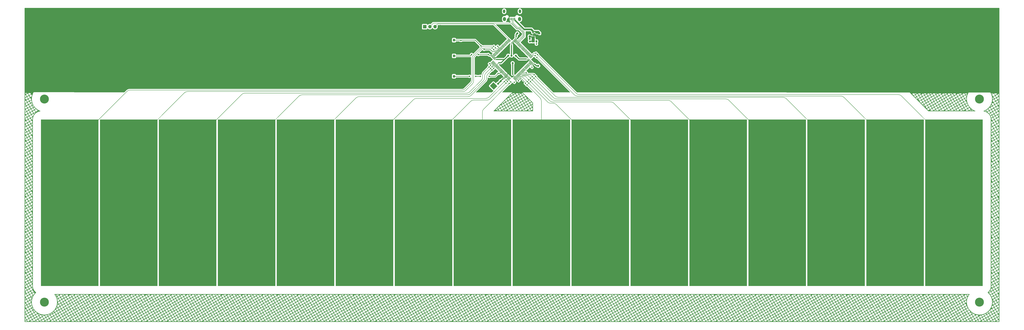
<source format=gbr>
%TF.GenerationSoftware,KiCad,Pcbnew,8.0.4*%
%TF.CreationDate,2024-12-24T01:10:10-06:00*%
%TF.ProjectId,openithm-new,6f70656e-6974-4686-9d2d-6e65772e6b69,rev?*%
%TF.SameCoordinates,Original*%
%TF.FileFunction,Copper,L1,Top*%
%TF.FilePolarity,Positive*%
%FSLAX46Y46*%
G04 Gerber Fmt 4.6, Leading zero omitted, Abs format (unit mm)*
G04 Created by KiCad (PCBNEW 8.0.4) date 2024-12-24 01:10:10*
%MOMM*%
%LPD*%
G01*
G04 APERTURE LIST*
G04 Aperture macros list*
%AMRoundRect*
0 Rectangle with rounded corners*
0 $1 Rounding radius*
0 $2 $3 $4 $5 $6 $7 $8 $9 X,Y pos of 4 corners*
0 Add a 4 corners polygon primitive as box body*
4,1,4,$2,$3,$4,$5,$6,$7,$8,$9,$2,$3,0*
0 Add four circle primitives for the rounded corners*
1,1,$1+$1,$2,$3*
1,1,$1+$1,$4,$5*
1,1,$1+$1,$6,$7*
1,1,$1+$1,$8,$9*
0 Add four rect primitives between the rounded corners*
20,1,$1+$1,$2,$3,$4,$5,0*
20,1,$1+$1,$4,$5,$6,$7,0*
20,1,$1+$1,$6,$7,$8,$9,0*
20,1,$1+$1,$8,$9,$2,$3,0*%
G04 Aperture macros list end*
%TA.AperFunction,ComponentPad*%
%ADD10C,4.400000*%
%TD*%
%TA.AperFunction,SMDPad,CuDef*%
%ADD11RoundRect,0.135000X-0.185000X0.135000X-0.185000X-0.135000X0.185000X-0.135000X0.185000X0.135000X0*%
%TD*%
%TA.AperFunction,SMDPad,CuDef*%
%ADD12RoundRect,0.135000X0.226274X0.035355X0.035355X0.226274X-0.226274X-0.035355X-0.035355X-0.226274X0*%
%TD*%
%TA.AperFunction,SMDPad,CuDef*%
%ADD13RoundRect,0.093750X0.106250X-0.093750X0.106250X0.093750X-0.106250X0.093750X-0.106250X-0.093750X0*%
%TD*%
%TA.AperFunction,HeatsinkPad*%
%ADD14R,1.600000X1.000000*%
%TD*%
%TA.AperFunction,SMDPad,CuDef*%
%ADD15RoundRect,0.140000X-0.021213X0.219203X-0.219203X0.021213X0.021213X-0.219203X0.219203X-0.021213X0*%
%TD*%
%TA.AperFunction,SMDPad,CuDef*%
%ADD16R,28.250000X82.000000*%
%TD*%
%TA.AperFunction,SMDPad,CuDef*%
%ADD17R,1.000000X1.250000*%
%TD*%
%TA.AperFunction,SMDPad,CuDef*%
%ADD18RoundRect,0.140000X0.219203X0.021213X0.021213X0.219203X-0.219203X-0.021213X-0.021213X-0.219203X0*%
%TD*%
%TA.AperFunction,SMDPad,CuDef*%
%ADD19RoundRect,0.135000X0.035355X-0.226274X0.226274X-0.035355X-0.035355X0.226274X-0.226274X0.035355X0*%
%TD*%
%TA.AperFunction,SMDPad,CuDef*%
%ADD20RoundRect,0.225000X-0.250000X0.225000X-0.250000X-0.225000X0.250000X-0.225000X0.250000X0.225000X0*%
%TD*%
%TA.AperFunction,SMDPad,CuDef*%
%ADD21RoundRect,0.225000X-0.335876X-0.017678X-0.017678X-0.335876X0.335876X0.017678X0.017678X0.335876X0*%
%TD*%
%TA.AperFunction,SMDPad,CuDef*%
%ADD22RoundRect,0.140000X0.021213X-0.219203X0.219203X-0.021213X-0.021213X0.219203X-0.219203X0.021213X0*%
%TD*%
%TA.AperFunction,SMDPad,CuDef*%
%ADD23RoundRect,0.225000X0.250000X-0.225000X0.250000X0.225000X-0.250000X0.225000X-0.250000X-0.225000X0*%
%TD*%
%TA.AperFunction,SMDPad,CuDef*%
%ADD24RoundRect,0.135000X-0.226274X-0.035355X-0.035355X-0.226274X0.226274X0.035355X0.035355X0.226274X0*%
%TD*%
%TA.AperFunction,SMDPad,CuDef*%
%ADD25RoundRect,0.140000X-0.219203X-0.021213X-0.021213X-0.219203X0.219203X0.021213X0.021213X0.219203X0*%
%TD*%
%TA.AperFunction,SMDPad,CuDef*%
%ADD26RoundRect,0.218750X0.218750X0.256250X-0.218750X0.256250X-0.218750X-0.256250X0.218750X-0.256250X0*%
%TD*%
%TA.AperFunction,SMDPad,CuDef*%
%ADD27RoundRect,0.075000X-0.459619X-0.565685X0.565685X0.459619X0.459619X0.565685X-0.565685X-0.459619X0*%
%TD*%
%TA.AperFunction,SMDPad,CuDef*%
%ADD28RoundRect,0.075000X0.459619X-0.565685X0.565685X-0.459619X-0.459619X0.565685X-0.565685X0.459619X0*%
%TD*%
%TA.AperFunction,SMDPad,CuDef*%
%ADD29RoundRect,0.218750X0.026517X-0.335876X0.335876X-0.026517X-0.026517X0.335876X-0.335876X0.026517X0*%
%TD*%
%TA.AperFunction,SMDPad,CuDef*%
%ADD30RoundRect,0.225000X0.335876X0.017678X0.017678X0.335876X-0.335876X-0.017678X-0.017678X-0.335876X0*%
%TD*%
%TA.AperFunction,SMDPad,CuDef*%
%ADD31R,0.450000X1.300000*%
%TD*%
%TA.AperFunction,ComponentPad*%
%ADD32O,1.150000X1.800000*%
%TD*%
%TA.AperFunction,ComponentPad*%
%ADD33O,1.450000X2.000000*%
%TD*%
%TA.AperFunction,SMDPad,CuDef*%
%ADD34RoundRect,0.135000X0.185000X-0.135000X0.185000X0.135000X-0.185000X0.135000X-0.185000X-0.135000X0*%
%TD*%
%TA.AperFunction,ComponentPad*%
%ADD35R,1.700000X1.700000*%
%TD*%
%TA.AperFunction,ComponentPad*%
%ADD36O,1.700000X1.700000*%
%TD*%
%TA.AperFunction,SMDPad,CuDef*%
%ADD37RoundRect,0.225000X-0.017678X0.335876X-0.335876X0.017678X0.017678X-0.335876X0.335876X-0.017678X0*%
%TD*%
%TA.AperFunction,SMDPad,CuDef*%
%ADD38RoundRect,0.225000X0.017678X-0.335876X0.335876X-0.017678X-0.017678X0.335876X-0.335876X0.017678X0*%
%TD*%
%TA.AperFunction,ViaPad*%
%ADD39C,1.000000*%
%TD*%
%TA.AperFunction,ViaPad*%
%ADD40C,0.700000*%
%TD*%
%TA.AperFunction,Conductor*%
%ADD41C,0.254000*%
%TD*%
%TA.AperFunction,Conductor*%
%ADD42C,0.500000*%
%TD*%
%TA.AperFunction,Conductor*%
%ADD43C,0.200000*%
%TD*%
%TA.AperFunction,Conductor*%
%ADD44C,0.160000*%
%TD*%
G04 APERTURE END LIST*
D10*
%TO.P,H4,1,1*%
%TO.N,unconnected-(H4-Pad1)*%
X190500000Y-263539400D03*
%TD*%
%TO.P,H3,1,1*%
%TO.N,unconnected-(H3-Pad1)*%
X190500000Y-363539400D03*
%TD*%
%TO.P,H2,1,1*%
%TO.N,unconnected-(H2-Pad1)*%
X650500000Y-363539400D03*
%TD*%
%TO.P,H1,1,1*%
%TO.N,unconnected-(H1-Pad1)*%
X650500000Y-263539400D03*
%TD*%
D11*
%TO.P,R2,1*%
%TO.N,Net-(D1-K)*%
X432539600Y-236548000D03*
%TO.P,R2,2*%
%TO.N,GND*%
X432539596Y-237567998D03*
%TD*%
D12*
%TO.P,R18,1*%
%TO.N,Net-(J4-Pin_16)*%
X433022200Y-241678798D03*
%TO.P,R18,2*%
%TO.N,TSC_G6_IO3*%
X432300950Y-240957554D03*
%TD*%
D13*
%TO.P,U2,1,OUT*%
%TO.N,+3.3V*%
X430956201Y-232888902D03*
%TO.P,U2,2,SNS*%
X431606201Y-232888902D03*
%TO.P,U2,3,GND*%
%TO.N,GND*%
X432256201Y-232888902D03*
%TO.P,U2,4,EN*%
%TO.N,VBUS*%
X432256201Y-231113902D03*
%TO.P,U2,5,GND*%
%TO.N,GND*%
X431606201Y-231113902D03*
%TO.P,U2,6,IN*%
%TO.N,VBUS*%
X430956201Y-231113902D03*
D14*
%TO.P,U2,7,PAD*%
%TO.N,GND*%
X431606201Y-232001402D03*
%TD*%
D15*
%TO.P,C18,1*%
%TO.N,TSC_G6_IO1*%
X430297422Y-247984978D03*
%TO.P,C18,2*%
%TO.N,GND*%
X429618600Y-248663800D03*
%TD*%
D16*
%TO.P,J4,1,Pin_1*%
%TO.N,Net-(J4-Pin_1)*%
X202949200Y-314602200D03*
%TO.P,J4,2,Pin_2*%
%TO.N,Net-(J4-Pin_2)*%
X231949200Y-314602200D03*
%TO.P,J4,3,Pin_3*%
%TO.N,Net-(J4-Pin_3)*%
X260949200Y-314602200D03*
%TO.P,J4,4,Pin_4*%
%TO.N,Net-(J4-Pin_4)*%
X289949200Y-314602200D03*
%TO.P,J4,5,Pin_5*%
%TO.N,Net-(J4-Pin_5)*%
X318949200Y-314602200D03*
%TO.P,J4,6,Pin_6*%
%TO.N,Net-(J4-Pin_6)*%
X347949200Y-314602200D03*
%TO.P,J4,7,Pin_7*%
%TO.N,Net-(J4-Pin_7)*%
X376949200Y-314602200D03*
%TO.P,J4,8,Pin_8*%
%TO.N,Net-(J4-Pin_8)*%
X405949200Y-314602200D03*
%TO.P,J4,9,Pin_9*%
%TO.N,Net-(J4-Pin_9)*%
X434949200Y-314602200D03*
%TO.P,J4,10,Pin_10*%
%TO.N,Net-(J4-Pin_10)*%
X463949200Y-314602200D03*
%TO.P,J4,11,Pin_11*%
%TO.N,Net-(J4-Pin_11)*%
X492949200Y-314602200D03*
%TO.P,J4,12,Pin_12*%
%TO.N,Net-(J4-Pin_12)*%
X521949200Y-314602200D03*
%TO.P,J4,13,Pin_13*%
%TO.N,Net-(J4-Pin_13)*%
X550949200Y-314602200D03*
%TO.P,J4,14,Pin_14*%
%TO.N,Net-(J4-Pin_14)*%
X579949200Y-314602200D03*
%TO.P,J4,15,Pin_15*%
%TO.N,Net-(J4-Pin_15)*%
X608949200Y-314602200D03*
%TO.P,J4,16,Pin_16*%
%TO.N,Net-(J4-Pin_16)*%
X637949200Y-314602200D03*
%TD*%
D17*
%TO.P,SW2,1,1*%
%TO.N,+3.3V*%
X392001200Y-242328000D03*
%TO.P,SW2,2,2*%
%TO.N,BOOT0*%
X392001200Y-234578000D03*
%TD*%
D12*
%TO.P,R12,1*%
%TO.N,Net-(J4-Pin_10)*%
X428729600Y-255725000D03*
%TO.P,R12,2*%
%TO.N,TSC_G2_IO3*%
X428008352Y-255003750D03*
%TD*%
D18*
%TO.P,C12,1*%
%TO.N,TSC_G7_IO1*%
X409425600Y-246149200D03*
%TO.P,C12,2*%
%TO.N,GND*%
X408746778Y-245470378D03*
%TD*%
%TO.P,C7,1*%
%TO.N,+3.3VA*%
X416080400Y-253616800D03*
%TO.P,C7,2*%
%TO.N,GND*%
X415401578Y-252937978D03*
%TD*%
D15*
%TO.P,C15,1*%
%TO.N,TSC_G1_IO4*%
X421601411Y-255385589D03*
%TO.P,C15,2*%
%TO.N,GND*%
X420922589Y-256064411D03*
%TD*%
D19*
%TO.P,R9,1*%
%TO.N,Net-(J4-Pin_7)*%
X417528200Y-255699600D03*
%TO.P,R9,2*%
%TO.N,TSC_G1_IO2*%
X418249450Y-254978352D03*
%TD*%
D20*
%TO.P,C13,1*%
%TO.N,VBUS*%
X433923470Y-231221387D03*
%TO.P,C13,2*%
%TO.N,GND*%
X433923470Y-232771389D03*
%TD*%
D21*
%TO.P,C6,1*%
%TO.N,+3.3V*%
X423112384Y-231260984D03*
%TO.P,C6,2*%
%TO.N,GND*%
X424208400Y-232357000D03*
%TD*%
D22*
%TO.P,C1,1*%
%TO.N,+3.3V*%
X408908389Y-241637211D03*
%TO.P,C1,2*%
%TO.N,GND*%
X409587211Y-240958389D03*
%TD*%
D23*
%TO.P,C14,1*%
%TO.N,+3.3V*%
X429249870Y-232796788D03*
%TO.P,C14,2*%
%TO.N,GND*%
X429249870Y-231246786D03*
%TD*%
D19*
%TO.P,R6,1*%
%TO.N,Net-(J4-Pin_4)*%
X409974350Y-248470648D03*
%TO.P,R6,2*%
%TO.N,TSC_G7_IO3*%
X410695600Y-247749400D03*
%TD*%
D24*
%TO.P,R4,1*%
%TO.N,Net-(J4-Pin_2)*%
X410761750Y-238468352D03*
%TO.P,R4,2*%
%TO.N,TSC_G5_IO3*%
X411483000Y-239189600D03*
%TD*%
D12*
%TO.P,R14,1*%
%TO.N,Net-(J4-Pin_12)*%
X430416048Y-254099400D03*
%TO.P,R14,2*%
%TO.N,TSC_G3_IO1*%
X429694800Y-253378150D03*
%TD*%
D25*
%TO.P,C16,1*%
%TO.N,TSC_G2_IO1*%
X424513200Y-253743800D03*
%TO.P,C16,2*%
%TO.N,GND*%
X425192022Y-254422622D03*
%TD*%
D12*
%TO.P,R17,1*%
%TO.N,Net-(J4-Pin_15)*%
X432666600Y-242974198D03*
%TO.P,R17,2*%
%TO.N,TSC_G6_IO2*%
X431945350Y-242252954D03*
%TD*%
D17*
%TO.P,SW1,1,1*%
%TO.N,GND*%
X391950400Y-244622200D03*
%TO.P,SW1,2,2*%
%TO.N,NRST*%
X391950400Y-252372200D03*
%TD*%
D12*
%TO.P,R15,1*%
%TO.N,Net-(J4-Pin_13)*%
X431244200Y-253261200D03*
%TO.P,R15,2*%
%TO.N,TSC_G3_IO2*%
X430522950Y-252539956D03*
%TD*%
D26*
%TO.P,D1,1,K*%
%TO.N,Net-(D1-K)*%
X432514302Y-235151001D03*
%TO.P,D1,2,A*%
%TO.N,+3.3V*%
X430939298Y-235150999D03*
%TD*%
D27*
%TO.P,U1,1,PE2*%
%TO.N,TSC_G7_IO1*%
X410830316Y-245276205D03*
%TO.P,U1,2,PE3*%
%TO.N,TSC_G7_IO2*%
X411183868Y-245629757D03*
%TO.P,U1,3,PE4*%
%TO.N,TSC_G7_IO3*%
X411537423Y-245983311D03*
%TO.P,U1,4,PE5*%
%TO.N,TSC_G7_IO4*%
X411890975Y-246336864D03*
%TO.P,U1,5,PE6*%
%TO.N,unconnected-(U1-PE6-Pad5)*%
X412244525Y-246690422D03*
%TO.P,U1,6,VBAT*%
%TO.N,+3.3V*%
X412598082Y-247043971D03*
%TO.P,U1,7,PC13*%
%TO.N,unconnected-(U1-PC13-Pad7)*%
X412951633Y-247397526D03*
%TO.P,U1,8,PC14*%
%TO.N,unconnected-(U1-PC14-Pad8)*%
X413305189Y-247751081D03*
%TO.P,U1,9,PC15*%
%TO.N,unconnected-(U1-PC15-Pad9)*%
X413658742Y-248104631D03*
%TO.P,U1,10,PF9*%
%TO.N,unconnected-(U1-PF9-Pad10)*%
X414012295Y-248458184D03*
%TO.P,U1,11,PF10*%
%TO.N,unconnected-(U1-PF10-Pad11)*%
X414365847Y-248811736D03*
%TO.P,U1,12,PF0*%
%TO.N,unconnected-(U1-PF0-Pad12)*%
X414719402Y-249165291D03*
%TO.P,U1,13,PF1*%
%TO.N,unconnected-(U1-PF1-Pad13)*%
X415072955Y-249518846D03*
%TO.P,U1,14,NRST*%
%TO.N,NRST*%
X415426509Y-249872398D03*
%TO.P,U1,15,PC0*%
%TO.N,unconnected-(U1-PC0-Pad15)*%
X415780062Y-250225949D03*
%TO.P,U1,16,PC1*%
%TO.N,unconnected-(U1-PC1-Pad16)*%
X416133616Y-250579505D03*
%TO.P,U1,17,PC2*%
%TO.N,unconnected-(U1-PC2-Pad17)*%
X416487170Y-250933059D03*
%TO.P,U1,18,PC3*%
%TO.N,unconnected-(U1-PC3-Pad18)*%
X416840722Y-251286611D03*
%TO.P,U1,19,PF2*%
%TO.N,unconnected-(U1-PF2-Pad19)*%
X417194274Y-251640167D03*
%TO.P,U1,20,VSSA*%
%TO.N,GND*%
X417547829Y-251993718D03*
%TO.P,U1,21,VDDA*%
%TO.N,+3.3VA*%
X417901380Y-252347271D03*
%TO.P,U1,22,PF3*%
%TO.N,unconnected-(U1-PF3-Pad22)*%
X418254935Y-252700826D03*
%TO.P,U1,23,PA0*%
%TO.N,TSC_G1_IO1*%
X418608490Y-253054378D03*
%TO.P,U1,24,PA1*%
%TO.N,TSC_G1_IO2*%
X418962043Y-253407932D03*
%TO.P,U1,25,PA2*%
%TO.N,TSC_G1_IO3*%
X419315595Y-253761484D03*
D28*
%TO.P,U1,26,PA3*%
%TO.N,TSC_G1_IO4*%
X421684405Y-253761484D03*
%TO.P,U1,27,VSS*%
%TO.N,GND*%
X422037957Y-253407932D03*
%TO.P,U1,28,VDD*%
%TO.N,+3.3V*%
X422391511Y-253054377D03*
%TO.P,U1,29,PA4*%
%TO.N,TSC_G2_IO1*%
X422745064Y-252700825D03*
%TO.P,U1,30,PA5*%
%TO.N,TSC_G2_IO2*%
X423098622Y-252347275D03*
%TO.P,U1,31,PA6*%
%TO.N,TSC_G2_IO3*%
X423452171Y-251993718D03*
%TO.P,U1,32,PA7*%
%TO.N,TSC_G2_IO4*%
X423805726Y-251640167D03*
%TO.P,U1,33,PC4*%
%TO.N,unconnected-(U1-PC4-Pad33)*%
X424159281Y-251286611D03*
%TO.P,U1,34,PC5*%
%TO.N,TSC_G3_IO1*%
X424512831Y-250933058D03*
%TO.P,U1,35,PB0*%
%TO.N,TSC_G3_IO2*%
X424866384Y-250579505D03*
%TO.P,U1,36,PB1*%
%TO.N,TSC_G3_IO3*%
X425219936Y-250225953D03*
%TO.P,U1,37,PB2*%
%TO.N,TSC_G3_IO4*%
X425573491Y-249872398D03*
%TO.P,U1,38,PE7*%
%TO.N,unconnected-(U1-PE7-Pad38)*%
X425927046Y-249518845D03*
%TO.P,U1,39,PE8*%
%TO.N,unconnected-(U1-PE8-Pad39)*%
X426280598Y-249165291D03*
%TO.P,U1,40,PE9*%
%TO.N,unconnected-(U1-PE9-Pad40)*%
X426634149Y-248811738D03*
%TO.P,U1,41,PE10*%
%TO.N,unconnected-(U1-PE10-Pad41)*%
X426987705Y-248458184D03*
%TO.P,U1,42,PE11*%
%TO.N,unconnected-(U1-PE11-Pad42)*%
X427341259Y-248104630D03*
%TO.P,U1,43,PE12*%
%TO.N,unconnected-(U1-PE12-Pad43)*%
X427694811Y-247751078D03*
%TO.P,U1,44,PE13*%
%TO.N,unconnected-(U1-PE13-Pad44)*%
X428048367Y-247397526D03*
%TO.P,U1,45,PE14*%
%TO.N,unconnected-(U1-PE14-Pad45)*%
X428401918Y-247043971D03*
%TO.P,U1,46,PE15*%
%TO.N,unconnected-(U1-PE15-Pad46)*%
X428755471Y-246690420D03*
%TO.P,U1,47,PB10*%
%TO.N,unconnected-(U1-PB10-Pad47)*%
X429109026Y-246336865D03*
%TO.P,U1,48,PB11*%
%TO.N,TSC_G6_IO1*%
X429462578Y-245983310D03*
%TO.P,U1,49,VSS*%
%TO.N,GND*%
X429816132Y-245629757D03*
%TO.P,U1,50,VDD*%
%TO.N,+3.3V*%
X430169684Y-245276205D03*
D27*
%TO.P,U1,51,PB12*%
%TO.N,TSC_G6_IO2*%
X430169684Y-242907395D03*
%TO.P,U1,52,PB13*%
%TO.N,TSC_G6_IO3*%
X429816132Y-242553843D03*
%TO.P,U1,53,PB14*%
%TO.N,TSC_G6_IO4*%
X429462577Y-242200289D03*
%TO.P,U1,54,PB15*%
%TO.N,unconnected-(U1-PB15-Pad54)*%
X429109025Y-241846736D03*
%TO.P,U1,55,PD8*%
%TO.N,unconnected-(U1-PD8-Pad55)*%
X428755475Y-241493178D03*
%TO.P,U1,56,PD9*%
%TO.N,unconnected-(U1-PD9-Pad56)*%
X428401918Y-241139629D03*
%TO.P,U1,57,PD10*%
%TO.N,unconnected-(U1-PD10-Pad57)*%
X428048367Y-240786074D03*
%TO.P,U1,58,PD11*%
%TO.N,unconnected-(U1-PD11-Pad58)*%
X427694811Y-240432519D03*
%TO.P,U1,59,PD12*%
%TO.N,unconnected-(U1-PD12-Pad59)*%
X427341258Y-240078969D03*
%TO.P,U1,60,PD13*%
%TO.N,unconnected-(U1-PD13-Pad60)*%
X426987705Y-239725416D03*
%TO.P,U1,61,PD14*%
%TO.N,unconnected-(U1-PD14-Pad61)*%
X426634153Y-239371864D03*
%TO.P,U1,62,PD15*%
%TO.N,unconnected-(U1-PD15-Pad62)*%
X426280598Y-239018309D03*
%TO.P,U1,63,PC6*%
%TO.N,unconnected-(U1-PC6-Pad63)*%
X425927045Y-238664754D03*
%TO.P,U1,64,PC7*%
%TO.N,unconnected-(U1-PC7-Pad64)*%
X425573491Y-238311202D03*
%TO.P,U1,65,PC8*%
%TO.N,unconnected-(U1-PC8-Pad65)*%
X425219938Y-237957651D03*
%TO.P,U1,66,PC9*%
%TO.N,unconnected-(U1-PC9-Pad66)*%
X424866384Y-237604095D03*
%TO.P,U1,67,PA8*%
%TO.N,unconnected-(U1-PA8-Pad67)*%
X424512830Y-237250541D03*
%TO.P,U1,68,PA9*%
%TO.N,unconnected-(U1-PA9-Pad68)*%
X424159278Y-236896989D03*
%TO.P,U1,69,PA10*%
%TO.N,unconnected-(U1-PA10-Pad69)*%
X423805726Y-236543433D03*
%TO.P,U1,70,PA11*%
%TO.N,USB_D-*%
X423452171Y-236189882D03*
%TO.P,U1,71,PA12*%
%TO.N,USB_D+*%
X423098620Y-235836329D03*
%TO.P,U1,72,PA13*%
%TO.N,SWDIO*%
X422745065Y-235482774D03*
%TO.P,U1,73,PF6*%
%TO.N,unconnected-(U1-PF6-Pad73)*%
X422391510Y-235129222D03*
%TO.P,U1,74,VSS*%
%TO.N,GND*%
X422037957Y-234775668D03*
%TO.P,U1,75,VDDIO2*%
%TO.N,+3.3V*%
X421684405Y-234422116D03*
D28*
%TO.P,U1,76,PA14*%
%TO.N,SWCLK*%
X419315595Y-234422116D03*
%TO.P,U1,77,PA15*%
%TO.N,unconnected-(U1-PA15-Pad77)*%
X418962043Y-234775668D03*
%TO.P,U1,78,PC10*%
%TO.N,unconnected-(U1-PC10-Pad78)*%
X418608489Y-235129223D03*
%TO.P,U1,79,PC11*%
%TO.N,unconnected-(U1-PC11-Pad79)*%
X418254936Y-235482775D03*
%TO.P,U1,80,PC12*%
%TO.N,unconnected-(U1-PC12-Pad80)*%
X417901378Y-235836325D03*
%TO.P,U1,81,PD0*%
%TO.N,unconnected-(U1-PD0-Pad81)*%
X417547829Y-236189882D03*
%TO.P,U1,82,PD1*%
%TO.N,unconnected-(U1-PD1-Pad82)*%
X417194274Y-236543433D03*
%TO.P,U1,83,PD2*%
%TO.N,unconnected-(U1-PD2-Pad83)*%
X416840719Y-236896989D03*
%TO.P,U1,84,PD3*%
%TO.N,unconnected-(U1-PD3-Pad84)*%
X416487169Y-237250542D03*
%TO.P,U1,85,PD4*%
%TO.N,unconnected-(U1-PD4-Pad85)*%
X416133616Y-237604095D03*
%TO.P,U1,86,PD5*%
%TO.N,unconnected-(U1-PD5-Pad86)*%
X415780064Y-237957647D03*
%TO.P,U1,87,PD6*%
%TO.N,unconnected-(U1-PD6-Pad87)*%
X415426509Y-238311202D03*
%TO.P,U1,88,PD7*%
%TO.N,unconnected-(U1-PD7-Pad88)*%
X415072954Y-238664755D03*
%TO.P,U1,89,PB3*%
%TO.N,TSC_G5_IO1*%
X414719402Y-239018309D03*
%TO.P,U1,90,PB4*%
%TO.N,TSC_G5_IO2*%
X414365851Y-239371862D03*
%TO.P,U1,91,PB5*%
%TO.N,unconnected-(U1-PB5-Pad91)*%
X414012295Y-239725416D03*
%TO.P,U1,92,PB6*%
%TO.N,TSC_G5_IO3*%
X413658741Y-240078970D03*
%TO.P,U1,93,PB7*%
%TO.N,TSC_G5_IO4*%
X413305189Y-240432522D03*
%TO.P,U1,94,BOOT0*%
%TO.N,BOOT0*%
X412951633Y-240786074D03*
%TO.P,U1,95,PB8*%
%TO.N,unconnected-(U1-PB8-Pad95)*%
X412598082Y-241139629D03*
%TO.P,U1,96,PB9*%
%TO.N,unconnected-(U1-PB9-Pad96)*%
X412244529Y-241493180D03*
%TO.P,U1,97,PE0*%
%TO.N,unconnected-(U1-PE0-Pad97)*%
X411890974Y-241846735D03*
%TO.P,U1,98,PE1*%
%TO.N,unconnected-(U1-PE1-Pad98)*%
X411537422Y-242200290D03*
%TO.P,U1,99,VSS*%
%TO.N,GND*%
X411183868Y-242553843D03*
%TO.P,U1,100,VDD*%
%TO.N,+3.3V*%
X410830316Y-242907395D03*
%TD*%
D29*
%TO.P,FB1,1*%
%TO.N,+3.3V*%
X412553704Y-257143494D03*
%TO.P,FB1,2*%
%TO.N,+3.3VA*%
X413667400Y-256029800D03*
%TD*%
D19*
%TO.P,R5,1*%
%TO.N,Net-(J4-Pin_3)*%
X409237750Y-247734048D03*
%TO.P,R5,2*%
%TO.N,TSC_G7_IO2*%
X409959000Y-247012800D03*
%TD*%
D22*
%TO.P,C17,1*%
%TO.N,TSC_G3_IO4*%
X427535800Y-250619600D03*
%TO.P,C17,2*%
%TO.N,GND*%
X428214622Y-249940778D03*
%TD*%
D19*
%TO.P,R7,1*%
%TO.N,Net-(J4-Pin_5)*%
X410710950Y-249207248D03*
%TO.P,R7,2*%
%TO.N,TSC_G7_IO4*%
X411432200Y-248486000D03*
%TD*%
D30*
%TO.P,C8,1*%
%TO.N,+3.3VA*%
X414912000Y-254759800D03*
%TO.P,C8,2*%
%TO.N,GND*%
X413815984Y-253663784D03*
%TD*%
D31*
%TO.P,J2,1,VBUS*%
%TO.N,VBUS*%
X421825400Y-224224002D03*
%TO.P,J2,2,D-*%
%TO.N,USB_D-*%
X421175399Y-224224002D03*
%TO.P,J2,3,D+*%
%TO.N,USB_D+*%
X420525400Y-224224000D03*
%TO.P,J2,4,ID*%
%TO.N,unconnected-(J2-ID-Pad4)*%
X419875401Y-224223998D03*
%TO.P,J2,5,GND*%
%TO.N,GND*%
X419225401Y-224224000D03*
D32*
%TO.P,J2,6,Shield*%
%TO.N,unconnected-(J2-Shield-Pad6)_1*%
X424400398Y-220373999D03*
D33*
%TO.N,unconnected-(J2-Shield-Pad6)_2*%
X424250401Y-224174002D03*
%TO.N,unconnected-(J2-Shield-Pad6)*%
X416800402Y-224173999D03*
D32*
%TO.N,unconnected-(J2-Shield-Pad6)_3*%
X416650401Y-220373998D03*
%TD*%
D12*
%TO.P,R16,1*%
%TO.N,Net-(J4-Pin_14)*%
X432112825Y-252402622D03*
%TO.P,R16,2*%
%TO.N,TSC_G3_IO3*%
X431391575Y-251681378D03*
%TD*%
D22*
%TO.P,C11,1*%
%TO.N,TSC_G5_IO1*%
X413445778Y-237582422D03*
%TO.P,C11,2*%
%TO.N,GND*%
X414124600Y-236903600D03*
%TD*%
D12*
%TO.P,R13,1*%
%TO.N,Net-(J4-Pin_11)*%
X429567800Y-254912200D03*
%TO.P,R13,2*%
%TO.N,TSC_G2_IO4*%
X428846550Y-254190956D03*
%TD*%
D25*
%TO.P,C5,1*%
%TO.N,+3.3V*%
X422538978Y-232846578D03*
%TO.P,C5,2*%
%TO.N,GND*%
X423217800Y-233525400D03*
%TD*%
D34*
%TO.P,R3,1*%
%TO.N,GND*%
X395328598Y-235739200D03*
%TO.P,R3,2*%
%TO.N,BOOT0*%
X395328600Y-234719200D03*
%TD*%
D19*
%TO.P,R10,1*%
%TO.N,Net-(J4-Pin_8)*%
X419194550Y-255912848D03*
%TO.P,R10,2*%
%TO.N,TSC_G1_IO3*%
X419915800Y-255191600D03*
%TD*%
D15*
%TO.P,C3,1*%
%TO.N,+3.3V*%
X431798933Y-246507789D03*
%TO.P,C3,2*%
%TO.N,GND*%
X431120111Y-247186611D03*
%TD*%
D25*
%TO.P,C10,1*%
%TO.N,GND*%
X412963178Y-250321778D03*
%TO.P,C10,2*%
%TO.N,NRST*%
X413642000Y-251000600D03*
%TD*%
D35*
%TO.P,J3,1,Pin_1*%
%TO.N,+3.3V*%
X377558599Y-227918199D03*
D36*
%TO.P,J3,2,Pin_2*%
%TO.N,SWDIO*%
X380098602Y-227918200D03*
%TO.P,J3,3,Pin_3*%
%TO.N,SWCLK*%
X382638599Y-227918199D03*
%TO.P,J3,4,Pin_4*%
%TO.N,GND*%
X385178599Y-227918199D03*
%TD*%
D37*
%TO.P,C4,1*%
%TO.N,+3.3V*%
X433377800Y-247216000D03*
%TO.P,C4,2*%
%TO.N,GND*%
X432281784Y-248312016D03*
%TD*%
D15*
%TO.P,C2,1*%
%TO.N,+3.3V*%
X423725800Y-254582000D03*
%TO.P,C2,2*%
%TO.N,GND*%
X423046978Y-255260822D03*
%TD*%
D12*
%TO.P,R11,1*%
%TO.N,Net-(J4-Pin_9)*%
X427840600Y-256588600D03*
%TO.P,R11,2*%
%TO.N,TSC_G2_IO2*%
X427119352Y-255867350D03*
%TD*%
D19*
%TO.P,R8,1*%
%TO.N,Net-(J4-Pin_6)*%
X416786575Y-254968024D03*
%TO.P,R8,2*%
%TO.N,TSC_G1_IO1*%
X417507825Y-254246776D03*
%TD*%
D24*
%TO.P,R1,1*%
%TO.N,Net-(J4-Pin_1)*%
X411574550Y-237604752D03*
%TO.P,R1,2*%
%TO.N,TSC_G5_IO2*%
X412295800Y-238326000D03*
%TD*%
D38*
%TO.P,C9,1*%
%TO.N,+3.3V*%
X411402984Y-255957416D03*
%TO.P,C9,2*%
%TO.N,GND*%
X412499000Y-254861400D03*
%TD*%
D39*
%TO.N,+3.3V*%
X430914000Y-233957200D03*
X411508400Y-258036400D03*
X422354200Y-242212200D03*
X420830200Y-245895200D03*
D40*
X403939200Y-241653400D03*
D39*
X418645800Y-242237600D03*
D40*
X400637200Y-241653400D03*
D39*
X420296800Y-242212200D03*
X429263000Y-233982600D03*
X429288400Y-235201800D03*
X410543200Y-257045800D03*
%TO.N,GND*%
X425554600Y-246250800D03*
X425808600Y-255369400D03*
X433200000Y-249222600D03*
X435282800Y-232763400D03*
D40*
X418442600Y-250822800D03*
D39*
X432565000Y-238580000D03*
X427713600Y-231264800D03*
X408765200Y-240129400D03*
X407800000Y-258087200D03*
X425033200Y-231518800D03*
X405285400Y-244777600D03*
X423065400Y-258849200D03*
X421770000Y-256893400D03*
X415420000Y-241882000D03*
X414937400Y-236116200D03*
X412270400Y-249629000D03*
X425554600Y-241907400D03*
D40*
X419230000Y-225601200D03*
D39*
X393271200Y-244574400D03*
X411508400Y-253870800D03*
X395328600Y-236852800D03*
X408028600Y-246200000D03*
D40*
X412161511Y-243369746D03*
X428450200Y-244549000D03*
D39*
X435816200Y-251254600D03*
D40*
X420754000Y-252372200D03*
X420982600Y-236065400D03*
D39*
X432692000Y-233754000D03*
X423929000Y-256131400D03*
X428907400Y-249248000D03*
D40*
%TO.N,NRST*%
X409298600Y-252377134D03*
X402669200Y-252397600D03*
X399595800Y-252372200D03*
X404929800Y-252397600D03*
%TO.N,BOOT0*%
X406795125Y-239100550D03*
X405245553Y-237434130D03*
%TD*%
D41*
%TO.N,+3.3V*%
X421684405Y-234398395D02*
X422405000Y-233677800D01*
D42*
X430939298Y-235150999D02*
X429339201Y-235150999D01*
D41*
X410830316Y-242995974D02*
X411951542Y-244117200D01*
D42*
X427552400Y-243872000D02*
X424014000Y-243872000D01*
X424014000Y-243872000D02*
X422354200Y-242212200D01*
X429249870Y-232796788D02*
X429249870Y-233969470D01*
X422538978Y-231834390D02*
X423112384Y-231260984D01*
X420271400Y-242186800D02*
X420296800Y-242212200D01*
D41*
X431399589Y-246507789D02*
X431798933Y-246507789D01*
X422391511Y-253054377D02*
X422391511Y-253044511D01*
X422391511Y-253044511D02*
X420830200Y-251483200D01*
X408908389Y-241637211D02*
X403955389Y-241637211D01*
X409381778Y-242110600D02*
X408908389Y-241637211D01*
X421684405Y-234422116D02*
X421668461Y-234422116D01*
D42*
X415191400Y-245692000D02*
X416766200Y-244117200D01*
D41*
X430169684Y-245277884D02*
X431399589Y-246507789D01*
X421668461Y-234422116D02*
X420271400Y-235819177D01*
X420271400Y-235819177D02*
X420271400Y-237132200D01*
X411951542Y-244117200D02*
X412829200Y-244117200D01*
X410033521Y-242110600D02*
X409381778Y-242110600D01*
X399962600Y-242328000D02*
X392001200Y-242328000D01*
X422391511Y-253054377D02*
X423700400Y-254363266D01*
D42*
X431798933Y-246507789D02*
X432507144Y-247216000D01*
X412829200Y-244117200D02*
X416766200Y-244117200D01*
D41*
X422405000Y-232980556D02*
X422538978Y-232846578D01*
X400637200Y-241653400D02*
X399962600Y-242328000D01*
D42*
X422538978Y-232846578D02*
X422538978Y-231834390D01*
X420271400Y-237132200D02*
X420271400Y-242186800D01*
D41*
X403955389Y-241637211D02*
X403939200Y-241653400D01*
X410830316Y-242907395D02*
X410033521Y-242110600D01*
X430169684Y-245276205D02*
X428765479Y-243872000D01*
D42*
X420830200Y-251483200D02*
X420830200Y-245895200D01*
D41*
X410830316Y-242907395D02*
X410830316Y-242995974D01*
D42*
X413946800Y-245692000D02*
X415191400Y-245692000D01*
X429249870Y-233969470D02*
X429263000Y-233982600D01*
D41*
X428765479Y-243872000D02*
X427552400Y-243872000D01*
X423700400Y-254363266D02*
X423700400Y-254607400D01*
X421684405Y-234422116D02*
X421684405Y-234398395D01*
X422405000Y-233677800D02*
X422405000Y-232980556D01*
D42*
X416766200Y-244117200D02*
X418645800Y-242237600D01*
X429339201Y-235150999D02*
X429288400Y-235201800D01*
D41*
X430169684Y-245276205D02*
X430169684Y-245277884D01*
X412598082Y-247040718D02*
X413946800Y-245692000D01*
D42*
X432507144Y-247216000D02*
X433377800Y-247216000D01*
D41*
X412598082Y-247043971D02*
X412598082Y-247040718D01*
D42*
%TO.N,GND*%
X431690279Y-232001402D02*
X431606201Y-232001402D01*
X429249870Y-231246786D02*
X430004486Y-232001402D01*
D41*
X417547829Y-251993718D02*
X418442600Y-251098947D01*
D42*
X429491600Y-248663800D02*
X428907400Y-249248000D01*
X433153483Y-232001402D02*
X433923470Y-232771389D01*
D41*
X417547829Y-251993718D02*
X416613694Y-252927853D01*
D42*
X428214622Y-249940778D02*
X428907400Y-249248000D01*
X432256201Y-232888902D02*
X432256201Y-232567324D01*
D41*
X412161511Y-243369746D02*
X411999771Y-243369746D01*
D42*
X415401578Y-252937978D02*
X414541790Y-252937978D01*
X423217800Y-233525400D02*
X424208400Y-232534800D01*
X431606201Y-232001402D02*
X433153483Y-232001402D01*
X412963178Y-250321778D02*
X412270400Y-249629000D01*
X431156379Y-247186611D02*
X432281784Y-248312016D01*
D41*
X422037957Y-234775668D02*
X423217800Y-233595825D01*
X423217800Y-233595825D02*
X423217800Y-233525400D01*
X422653560Y-254918204D02*
X423021578Y-255286222D01*
D42*
X431120111Y-247186611D02*
X431156379Y-247186611D01*
X430004486Y-232001402D02*
X431606201Y-232001402D01*
X424208400Y-232534800D02*
X424208400Y-232357000D01*
D41*
X428735375Y-244549000D02*
X428450200Y-244549000D01*
X421002225Y-252372200D02*
X420754000Y-252372200D01*
D42*
X432289416Y-248312016D02*
X433200000Y-249222600D01*
X395328598Y-236852798D02*
X395328600Y-236852800D01*
X425192022Y-254422622D02*
X425192022Y-254752822D01*
X432256201Y-232567324D02*
X431690279Y-232001402D01*
X423058422Y-255260822D02*
X423929000Y-256131400D01*
D41*
X415411703Y-252927853D02*
X415401578Y-252937978D01*
D42*
X413815984Y-253663784D02*
X413696616Y-253663784D01*
D41*
X431120111Y-246933736D02*
X431120111Y-247186611D01*
X419225401Y-224224000D02*
X419225401Y-225596601D01*
X411183868Y-242553843D02*
X411182665Y-242553843D01*
D42*
X432256201Y-233318201D02*
X432692000Y-233754000D01*
X435282800Y-232763400D02*
X435274811Y-232771389D01*
X414124600Y-236903600D02*
X414150000Y-236903600D01*
X435274811Y-232771389D02*
X433923470Y-232771389D01*
X420941011Y-256064411D02*
X421770000Y-256893400D01*
D41*
X422037957Y-253407932D02*
X421002225Y-252372200D01*
D42*
X427731614Y-231246786D02*
X429249870Y-231246786D01*
X395328598Y-235739200D02*
X395328598Y-236852798D01*
D41*
X422653560Y-254023535D02*
X422653560Y-254918204D01*
X420982600Y-235831025D02*
X420982600Y-236065400D01*
D42*
X432281784Y-248312016D02*
X432289416Y-248312016D01*
D41*
X418442600Y-251098947D02*
X418442600Y-250822800D01*
X429816132Y-245629757D02*
X428735375Y-244549000D01*
X422037957Y-234775668D02*
X420982600Y-235831025D01*
D42*
X423046978Y-255260822D02*
X423058422Y-255260822D01*
X431606201Y-231113902D02*
X431606201Y-232001402D01*
X409587211Y-240951411D02*
X408765200Y-240129400D01*
X408746778Y-245481822D02*
X408028600Y-246200000D01*
X391950400Y-244622200D02*
X393223400Y-244622200D01*
X420922589Y-256064411D02*
X420941011Y-256064411D01*
X414541790Y-252937978D02*
X413815984Y-253663784D01*
X408746778Y-245470378D02*
X408746778Y-245481822D01*
X424208400Y-232357000D02*
X424208400Y-232343600D01*
X432539596Y-237567998D02*
X432539596Y-238554596D01*
X412499000Y-254861400D02*
X411508400Y-253870800D01*
D41*
X416613694Y-252927853D02*
X415411703Y-252927853D01*
D42*
X413696616Y-253663784D02*
X412499000Y-254861400D01*
X432256201Y-232888902D02*
X432256201Y-233318201D01*
X409587211Y-240958389D02*
X409587211Y-240951411D01*
D41*
X429816132Y-245629757D02*
X431120111Y-246933736D01*
D42*
X425192022Y-254752822D02*
X425808600Y-255369400D01*
X414150000Y-236903600D02*
X414937400Y-236116200D01*
X424208400Y-232343600D02*
X425033200Y-231518800D01*
X429618600Y-248663800D02*
X429491600Y-248663800D01*
X432539596Y-238554596D02*
X432565000Y-238580000D01*
D41*
X411182665Y-242553843D02*
X409587211Y-240958389D01*
D42*
X393223400Y-244622200D02*
X393271200Y-244574400D01*
D41*
X411999771Y-243369746D02*
X411183868Y-242553843D01*
X422037957Y-253407932D02*
X422653560Y-254023535D01*
D42*
X427713600Y-231264800D02*
X427731614Y-231246786D01*
D41*
X419225401Y-225596601D02*
X419230000Y-225601200D01*
%TO.N,+3.3VA*%
X416631852Y-253616800D02*
X416080400Y-253616800D01*
D42*
X414912000Y-254759800D02*
X414912000Y-254785200D01*
X416055000Y-253616800D02*
X414912000Y-254759800D01*
D41*
X417901381Y-252347271D02*
X416631852Y-253616800D01*
D42*
X416080400Y-253616800D02*
X416055000Y-253616800D01*
X414912000Y-254785200D02*
X413667400Y-256029800D01*
D41*
%TO.N,NRST*%
X412265466Y-252377134D02*
X413642000Y-251000600D01*
X414298307Y-251000600D02*
X415426509Y-249872398D01*
X409298600Y-252377134D02*
X412265466Y-252377134D01*
X399595800Y-252372200D02*
X391950400Y-252372200D01*
X404929800Y-252397600D02*
X402669200Y-252397600D01*
X413642000Y-251000600D02*
X414298307Y-251000600D01*
%TO.N,Net-(D1-K)*%
X432514302Y-235151001D02*
X432514302Y-236522702D01*
X432514302Y-236522702D02*
X432539600Y-236548000D01*
D43*
%TO.N,USB_D+*%
X420625400Y-224324000D02*
X420525400Y-224224000D01*
X424191400Y-228746600D02*
X423048400Y-228746600D01*
X423098619Y-235836329D02*
X423133972Y-235836329D01*
X423048400Y-228746600D02*
X420625400Y-226323600D01*
X420625400Y-226323600D02*
X420625400Y-224324000D01*
X426193200Y-230748400D02*
X424191400Y-228746600D01*
X426193200Y-232777101D02*
X426193200Y-230748400D01*
X423133972Y-235836329D02*
X426193200Y-232777101D01*
%TO.N,USB_D-*%
X423452171Y-236154528D02*
X426643200Y-232963499D01*
X421075401Y-226137201D02*
X421075401Y-224324000D01*
X423234800Y-228296600D02*
X421075401Y-226137201D01*
X426643200Y-230562000D02*
X424377800Y-228296600D01*
X421075401Y-224324000D02*
X421175399Y-224224002D01*
X423452171Y-236189882D02*
X423452171Y-236154528D01*
X424377800Y-228296600D02*
X423234800Y-228296600D01*
X426643200Y-232963499D02*
X426643200Y-230562000D01*
D44*
%TO.N,TSC_G2_IO4*%
X426997994Y-252342400D02*
X428846550Y-254190956D01*
X424503559Y-252338000D02*
X424960020Y-252338000D01*
X423805726Y-251640167D02*
X424503559Y-252338000D01*
X424964420Y-252342400D02*
X426997994Y-252342400D01*
X424960020Y-252338000D02*
X424964420Y-252342400D01*
%TO.N,TSC_G6_IO3*%
X429816132Y-242553843D02*
X431412421Y-240957554D01*
X431412421Y-240957554D02*
X432300950Y-240957554D01*
%TO.N,TSC_G2_IO1*%
X422745064Y-252700825D02*
X423788039Y-253743800D01*
X423788039Y-253743800D02*
X424513200Y-253743800D01*
%TO.N,TSC_G3_IO2*%
X429605394Y-251622400D02*
X430522950Y-252539956D01*
X425909279Y-251622400D02*
X429605394Y-251622400D01*
X424866384Y-250579505D02*
X425909279Y-251622400D01*
D41*
%TO.N,TSC_G5_IO1*%
X414719402Y-239018309D02*
X413445778Y-237744685D01*
X413445778Y-237744685D02*
X413445778Y-237582422D01*
D44*
%TO.N,TSC_G2_IO3*%
X424810903Y-252698000D02*
X424815303Y-252702400D01*
X424815303Y-252702400D02*
X425707002Y-252702400D01*
X425707002Y-252702400D02*
X428008352Y-255003750D01*
X424156453Y-252698000D02*
X424810903Y-252698000D01*
X423452171Y-251993718D02*
X424156453Y-252698000D01*
D43*
%TO.N,TSC_G7_IO1*%
X409425600Y-246149200D02*
X409957321Y-246149200D01*
X409957321Y-246149200D02*
X410830316Y-245276205D01*
D44*
%TO.N,TSC_G1_IO1*%
X418608490Y-253146111D02*
X417507825Y-254246776D01*
X418608490Y-253054378D02*
X418608490Y-253146111D01*
%TO.N,TSC_G7_IO2*%
X409959000Y-246854625D02*
X409959000Y-247012800D01*
X411183868Y-245629757D02*
X409959000Y-246854625D01*
%TO.N,TSC_G7_IO4*%
X411890975Y-246336864D02*
X411322370Y-246905469D01*
X411762400Y-248155800D02*
X411432200Y-248486000D01*
X411322370Y-246905469D02*
X411322370Y-247295617D01*
X411762400Y-247735647D02*
X411762400Y-248155800D01*
X411322370Y-247295617D02*
X411762400Y-247735647D01*
%TO.N,SWCLK*%
X411484679Y-226591200D02*
X383924000Y-226591200D01*
X382638599Y-227876601D02*
X382638599Y-227918199D01*
X383924000Y-226591200D02*
X382638599Y-227876601D01*
X419315595Y-234422116D02*
X411484679Y-226591200D01*
%TO.N,TSC_G3_IO3*%
X425219936Y-250225953D02*
X426255530Y-251261547D01*
X430971744Y-251261547D02*
X431391575Y-251681378D01*
X426255530Y-251261547D02*
X430971744Y-251261547D01*
%TO.N,TSC_G6_IO1*%
X429462578Y-245983310D02*
X430297422Y-246818154D01*
X430297422Y-246818154D02*
X430297422Y-247984978D01*
%TO.N,TSC_G1_IO3*%
X418900640Y-254176440D02*
X419915800Y-255191600D01*
X419315595Y-253761484D02*
X418900640Y-254176440D01*
%TO.N,TSC_G6_IO2*%
X430169684Y-242907395D02*
X430966479Y-242110600D01*
X430966479Y-242110600D02*
X431802996Y-242110600D01*
X431802996Y-242110600D02*
X431945350Y-242252954D01*
%TO.N,TSC_G7_IO3*%
X410962370Y-247482630D02*
X410695600Y-247749400D01*
X410962370Y-246558364D02*
X410962370Y-247482630D01*
X411537423Y-245983311D02*
X410962370Y-246558364D01*
%TO.N,TSC_G5_IO3*%
X413074171Y-239494400D02*
X413658741Y-240078970D01*
X411787800Y-239494400D02*
X413074171Y-239494400D01*
X411483000Y-239189600D02*
X411787800Y-239494400D01*
D43*
%TO.N,TSC_G1_IO4*%
X421684405Y-253761484D02*
X421711484Y-253761484D01*
X421711484Y-253761484D02*
X421711484Y-253786884D01*
X422201800Y-254277200D02*
X422201800Y-254836000D01*
X421652211Y-255385589D02*
X421601411Y-255385589D01*
X421711484Y-253786884D02*
X422201800Y-254277200D01*
X422201800Y-254836000D02*
X421652211Y-255385589D01*
D44*
%TO.N,TSC_G3_IO4*%
X425573491Y-249872398D02*
X426320693Y-250619600D01*
X426320693Y-250619600D02*
X427535800Y-250619600D01*
%TO.N,TSC_G5_IO2*%
X413797250Y-238803261D02*
X414365851Y-239371862D01*
X412321200Y-238326000D02*
X412798461Y-238803261D01*
X412798461Y-238803261D02*
X413797250Y-238803261D01*
X412295800Y-238326000D02*
X412321200Y-238326000D01*
%TO.N,TSC_G3_IO1*%
X425562173Y-251982400D02*
X428299050Y-251982400D01*
X428299050Y-251982400D02*
X429694800Y-253378150D01*
X424512831Y-250933058D02*
X425562173Y-251982400D01*
%TO.N,TSC_G2_IO2*%
X423098622Y-252347275D02*
X423809347Y-253058000D01*
X427119352Y-255515566D02*
X427119352Y-255867350D01*
X423809347Y-253058000D02*
X424661786Y-253058000D01*
X424661786Y-253058000D02*
X427119352Y-255515566D01*
%TO.N,TSC_G1_IO2*%
X418393440Y-253976535D02*
X418393440Y-254834362D01*
X418962043Y-253407932D02*
X418393440Y-253976535D01*
X418393440Y-254834362D02*
X418249450Y-254978352D01*
%TO.N,SWDIO*%
X422745065Y-235482774D02*
X422745065Y-235471335D01*
X381785602Y-226231200D02*
X380098602Y-227918200D01*
X422745065Y-235471335D02*
X425813200Y-232403200D01*
X425813200Y-232403200D02*
X425813200Y-230905802D01*
X419995598Y-226231200D02*
X381785602Y-226231200D01*
X424033998Y-229126600D02*
X422890998Y-229126600D01*
X422890998Y-229126600D02*
X419995598Y-226231200D01*
X425813200Y-230905802D02*
X424033998Y-229126600D01*
D41*
%TO.N,BOOT0*%
X406795125Y-239100550D02*
X409717550Y-239100550D01*
X410771800Y-240154800D02*
X412320359Y-240154800D01*
X412320359Y-240154800D02*
X412951633Y-240786074D01*
X409717550Y-239100550D02*
X410771800Y-240154800D01*
X402389423Y-234578000D02*
X405245553Y-237434130D01*
X392001200Y-234578000D02*
X402389423Y-234578000D01*
D44*
%TO.N,Net-(J4-Pin_14)*%
X443223227Y-262735400D02*
X553938973Y-262735400D01*
X579949200Y-288745627D02*
X579949200Y-314602200D01*
X555353187Y-263321187D02*
X579363414Y-287331414D01*
X432112825Y-252402622D02*
X432112825Y-252453425D01*
X432112825Y-252453425D02*
X441809014Y-262149614D01*
X579949200Y-288745627D02*
G75*
G03*
X579363428Y-287331400I-2000000J27D01*
G01*
X553938973Y-262735400D02*
G75*
G02*
X555353201Y-263321173I27J-2000000D01*
G01*
X443223227Y-262735400D02*
G75*
G02*
X441809000Y-262149628I-27J2000000D01*
G01*
%TO.N,Net-(J4-Pin_9)*%
X434949200Y-314602200D02*
X434949200Y-264525627D01*
X434363413Y-263111413D02*
X427840600Y-256588600D01*
X434949200Y-264525627D02*
G75*
G03*
X434363427Y-263111399I-2000000J27D01*
G01*
%TO.N,Net-(J4-Pin_15)*%
X608949200Y-288745627D02*
X608949200Y-314602200D01*
X432666600Y-242974198D02*
X451207016Y-261514614D01*
X452621229Y-262100400D02*
X582303973Y-262100400D01*
X583718187Y-262686187D02*
X608363414Y-287331414D01*
X452621229Y-262100400D02*
G75*
G02*
X451207001Y-261514629I-29J2000000D01*
G01*
X582303973Y-262100400D02*
G75*
G02*
X583718201Y-262686173I27J-2000000D01*
G01*
X608949200Y-288745627D02*
G75*
G03*
X608363428Y-287331400I-2000000J27D01*
G01*
%TO.N,Net-(J4-Pin_7)*%
X417528200Y-255699600D02*
X409706586Y-263521214D01*
X408292373Y-264107000D02*
X401587827Y-264107000D01*
X400173613Y-264692787D02*
X377534986Y-287331414D01*
X376949200Y-288745627D02*
X376949200Y-314602200D01*
X409706586Y-263521214D02*
G75*
G02*
X408292373Y-264106981I-1414186J1414214D01*
G01*
X400173613Y-264692787D02*
G75*
G02*
X401587827Y-264107019I1414187J-1414213D01*
G01*
X377534986Y-287331414D02*
G75*
G03*
X376949219Y-288745627I1414214J-1414186D01*
G01*
%TO.N,Net-(J4-Pin_5)*%
X410710950Y-249207250D02*
X408614386Y-251303814D01*
X408028600Y-252718027D02*
X408028600Y-253296373D01*
X410710950Y-249207248D02*
X410710950Y-249207250D01*
X343926213Y-262940187D02*
X319534986Y-287331414D01*
X407442813Y-254710587D02*
X400384786Y-261768614D01*
X398970573Y-262354400D02*
X345340427Y-262354400D01*
X318949200Y-288745627D02*
X318949200Y-314602200D01*
X318949200Y-288745627D02*
G75*
G02*
X319534972Y-287331400I2000000J27D01*
G01*
X408028600Y-252718027D02*
G75*
G02*
X408614372Y-251303800I2000000J27D01*
G01*
X343926213Y-262940187D02*
G75*
G02*
X345340427Y-262354419I1414187J-1414213D01*
G01*
X400384786Y-261768614D02*
G75*
G02*
X398970573Y-262354381I-1414186J1414214D01*
G01*
X408028600Y-253296373D02*
G75*
G02*
X407442827Y-254710601I-2000000J-27D01*
G01*
%TO.N,Net-(J4-Pin_11)*%
X470613787Y-265581787D02*
X492363414Y-287331414D01*
X440480027Y-264996000D02*
X469199573Y-264996000D01*
X429567800Y-254912200D02*
X439065814Y-264410214D01*
X492949200Y-288745627D02*
X492949200Y-314602200D01*
X440480027Y-264996000D02*
G75*
G02*
X439065800Y-264410228I-27J2000000D01*
G01*
X492949200Y-288745627D02*
G75*
G03*
X492363428Y-287331400I-2000000J27D01*
G01*
X469199573Y-264996000D02*
G75*
G02*
X470613801Y-265581773I27J-2000000D01*
G01*
%TO.N,Net-(J4-Pin_16)*%
X433022200Y-241678798D02*
X452146816Y-260803414D01*
X612006987Y-261974987D02*
X637363414Y-287331414D01*
X453561029Y-261389200D02*
X610592773Y-261389200D01*
X637949200Y-288745627D02*
X637949200Y-314602200D01*
X612006987Y-261974987D02*
G75*
G03*
X610592773Y-261389219I-1414187J-1414213D01*
G01*
X452146816Y-260803414D02*
G75*
G03*
X453561029Y-261389179I1414184J1414214D01*
G01*
X637363414Y-287331414D02*
G75*
G02*
X637949181Y-288745627I-1414214J-1414186D01*
G01*
%TO.N,Net-(J4-Pin_1)*%
X401502387Y-242007413D02*
X405319262Y-238190538D01*
X397311387Y-258568213D02*
X400330814Y-255548786D01*
X400916600Y-254134573D02*
X400916600Y-243421627D01*
X203534987Y-287331413D02*
X231126614Y-259739786D01*
X202949200Y-314602200D02*
X202949200Y-288745627D01*
X232540827Y-259154000D02*
X395897173Y-259154000D01*
X406733475Y-237604752D02*
X411574550Y-237604752D01*
X232540827Y-259154000D02*
G75*
G03*
X231126600Y-259739772I-27J-2000000D01*
G01*
X395897173Y-259154000D02*
G75*
G03*
X397311401Y-258568227I27J2000000D01*
G01*
X203534987Y-287331413D02*
G75*
G03*
X202949219Y-288745627I1414213J-1414187D01*
G01*
X406733475Y-237604752D02*
G75*
G03*
X405319264Y-238190540I25J-2000048D01*
G01*
X400330814Y-255548786D02*
G75*
G03*
X400916581Y-254134573I-1414214J1414186D01*
G01*
X400916600Y-243421627D02*
G75*
G02*
X401502373Y-242007399I2000000J27D01*
G01*
%TO.N,Net-(J4-Pin_12)*%
X430416048Y-254099400D02*
X439964862Y-263648214D01*
X498851787Y-264819787D02*
X521363414Y-287331414D01*
X441379075Y-264234000D02*
X497437573Y-264234000D01*
X521949200Y-288745627D02*
X521949200Y-314602200D01*
X439964862Y-263648214D02*
G75*
G03*
X441379075Y-264234018I1414238J1414214D01*
G01*
X521363414Y-287331414D02*
G75*
G02*
X521949181Y-288745627I-1414214J-1414186D01*
G01*
X498851787Y-264819787D02*
G75*
G03*
X497437573Y-264234019I-1414187J-1414213D01*
G01*
%TO.N,Net-(J4-Pin_6)*%
X371986413Y-263879987D02*
X348534986Y-287331414D01*
X407631973Y-263294200D02*
X373400627Y-263294200D01*
X416786575Y-254968025D02*
X409046186Y-262708414D01*
X347949200Y-288745627D02*
X347949200Y-314602200D01*
X416786575Y-254968024D02*
X416786575Y-254968025D01*
X347949200Y-288745627D02*
G75*
G02*
X348534972Y-287331400I2000000J27D01*
G01*
X373400627Y-263294200D02*
G75*
G03*
X371986399Y-263879973I-27J-2000000D01*
G01*
X409046186Y-262708414D02*
G75*
G02*
X407631973Y-263294181I-1414186J1414214D01*
G01*
%TO.N,Net-(J4-Pin_8)*%
X419194550Y-255912848D02*
X406534986Y-268572412D01*
X405949200Y-269986625D02*
X405949200Y-314602200D01*
X405949200Y-269986625D02*
G75*
G02*
X406534973Y-268572399I2000000J25D01*
G01*
%TO.N,Net-(J4-Pin_2)*%
X406885875Y-238468352D02*
X410761750Y-238468352D01*
X260804227Y-259890600D02*
X396405173Y-259890600D01*
X402188187Y-242337613D02*
X405471662Y-239054138D01*
X401602400Y-254693373D02*
X401602400Y-243751827D01*
X232534987Y-287331413D02*
X259390014Y-260476386D01*
X231949200Y-314602200D02*
X231949200Y-288745627D01*
X397819387Y-259304813D02*
X401016614Y-256107586D01*
X232534987Y-287331413D02*
G75*
G03*
X231949219Y-288745627I1414213J-1414187D01*
G01*
X401602400Y-243751827D02*
G75*
G02*
X402188173Y-242337599I2000000J27D01*
G01*
X405471662Y-239054138D02*
G75*
G02*
X406885875Y-238468348I1414238J-1414262D01*
G01*
X401602400Y-254693373D02*
G75*
G02*
X401016628Y-256107600I-2000000J-27D01*
G01*
X396405173Y-259890600D02*
G75*
G03*
X397819401Y-259304827I27J2000000D01*
G01*
X259390014Y-260476386D02*
G75*
G02*
X260804227Y-259890619I1414186J-1414214D01*
G01*
%TO.N,Net-(J4-Pin_4)*%
X289949200Y-288745627D02*
X289949200Y-314602200D01*
X409974350Y-248470648D02*
X409948952Y-248470648D01*
X315789813Y-262076587D02*
X290534986Y-287331414D01*
X409948952Y-248470648D02*
X407598386Y-250821214D01*
X407012600Y-252235427D02*
X407012600Y-253194773D01*
X398716573Y-261490800D02*
X317204027Y-261490800D01*
X406426813Y-254608987D02*
X400130786Y-260905014D01*
X406426813Y-254608987D02*
G75*
G03*
X407012581Y-253194773I-1414213J1414187D01*
G01*
X315789813Y-262076587D02*
G75*
G02*
X317204027Y-261490819I1414187J-1414213D01*
G01*
X400130786Y-260905014D02*
G75*
G02*
X398716573Y-261490781I-1414186J1414214D01*
G01*
X407598386Y-250821214D02*
G75*
G03*
X407012619Y-252235427I1414214J-1414186D01*
G01*
X289949200Y-288745627D02*
G75*
G02*
X290534972Y-287331400I2000000J27D01*
G01*
%TO.N,Net-(J4-Pin_13)*%
X431244200Y-253261200D02*
X440920014Y-262937014D01*
X442334227Y-263522800D02*
X525726373Y-263522800D01*
X527140587Y-264108587D02*
X550363414Y-287331414D01*
X550949200Y-288745627D02*
X550949200Y-314602200D01*
X527140587Y-264108587D02*
G75*
G03*
X525726373Y-263522819I-1414187J-1414213D01*
G01*
X440920014Y-262937014D02*
G75*
G03*
X442334227Y-263522781I1414186J1414214D01*
G01*
X550949200Y-288745627D02*
G75*
G03*
X550363428Y-287331400I-2000000J27D01*
G01*
%TO.N,Net-(J4-Pin_3)*%
X399622787Y-260117613D02*
X405487014Y-254253386D01*
X406658587Y-250313211D02*
X409237750Y-247734048D01*
X260949200Y-314602200D02*
X260949200Y-288745627D01*
X288991427Y-260703400D02*
X398208573Y-260703400D01*
X406072800Y-252839173D02*
X406072800Y-251727425D01*
X261534987Y-287331413D02*
X287577214Y-261289186D01*
X260949200Y-288745627D02*
G75*
G02*
X261534973Y-287331399I2000000J27D01*
G01*
X406072800Y-251727425D02*
G75*
G02*
X406658574Y-250313198I2000000J25D01*
G01*
X405487014Y-254253386D02*
G75*
G03*
X406072781Y-252839173I-1414214J1414186D01*
G01*
X398208573Y-260703400D02*
G75*
G03*
X399622801Y-260117627I27J2000000D01*
G01*
X288991427Y-260703400D02*
G75*
G03*
X287577200Y-261289172I-27J-2000000D01*
G01*
%TO.N,Net-(J4-Pin_10)*%
X463949200Y-288745627D02*
X463949200Y-314602200D01*
X428729600Y-255725000D02*
X438049814Y-265045214D01*
X442248787Y-266216787D02*
X463363414Y-287331414D01*
X439464027Y-265631000D02*
X440834573Y-265631000D01*
X463363414Y-287331414D02*
G75*
G02*
X463949181Y-288745627I-1414214J-1414186D01*
G01*
X442248787Y-266216787D02*
G75*
G03*
X440834573Y-265631019I-1414187J-1414213D01*
G01*
X438049814Y-265045214D02*
G75*
G03*
X439464027Y-265630981I1414186J1414214D01*
G01*
%TD*%
%TA.AperFunction,Conductor*%
%TO.N,GND*%
G36*
X185254724Y-260223481D02*
G01*
X185005276Y-260655538D01*
X184791039Y-261107032D01*
X184613827Y-261574299D01*
X184474791Y-262054310D01*
X184474789Y-262054317D01*
X184474789Y-262054319D01*
X184457693Y-262138062D01*
X184374827Y-262543961D01*
X184314590Y-263040056D01*
X184314588Y-263040082D01*
X184294467Y-263539388D01*
X184294467Y-263539411D01*
X184314588Y-264038717D01*
X184314590Y-264038743D01*
X184374827Y-264534838D01*
X184393213Y-264624899D01*
X184474411Y-265022631D01*
X184474791Y-265024489D01*
X184613827Y-265504500D01*
X184761116Y-265892867D01*
X184788744Y-265965717D01*
X184791039Y-265971767D01*
X184885638Y-266171130D01*
X185000853Y-266413941D01*
X185005276Y-266423261D01*
X185255146Y-266856048D01*
X185255150Y-266856054D01*
X185457735Y-267149547D01*
X185538886Y-267267115D01*
X185539040Y-267267337D01*
X185855079Y-267654415D01*
X185855088Y-267654425D01*
X185855092Y-267654430D01*
X186188528Y-268001574D01*
X186201278Y-268014848D01*
X186201283Y-268014853D01*
X186575340Y-268346238D01*
X186575343Y-268346241D01*
X186719098Y-268454265D01*
X186974855Y-268646454D01*
X187397233Y-268913549D01*
X187839734Y-269145791D01*
X188299488Y-269341674D01*
X188420603Y-269382108D01*
X188477959Y-269422009D01*
X188504638Y-269486585D01*
X188492169Y-269555333D01*
X188444512Y-269606427D01*
X188398287Y-269622563D01*
X188079539Y-269666550D01*
X187691369Y-269760252D01*
X187691355Y-269760256D01*
X187314478Y-269892132D01*
X187314455Y-269892141D01*
X186952562Y-270060895D01*
X186609266Y-270264846D01*
X186609254Y-270264854D01*
X186287988Y-270501959D01*
X186287981Y-270501964D01*
X185991898Y-270769898D01*
X185723964Y-271065981D01*
X185723959Y-271065988D01*
X185486854Y-271387254D01*
X185486846Y-271387266D01*
X185282895Y-271730562D01*
X185114141Y-272092455D01*
X185114132Y-272092478D01*
X184982256Y-272469355D01*
X184982252Y-272469369D01*
X184888550Y-272857539D01*
X184863350Y-273040151D01*
X184833963Y-273253100D01*
X184823700Y-273488162D01*
X184823700Y-355716238D01*
X184833963Y-355951300D01*
X184888551Y-356346865D01*
X184916500Y-356462644D01*
X184982252Y-356735030D01*
X184982256Y-356735044D01*
X185114132Y-357111921D01*
X185114141Y-357111944D01*
X185282895Y-357473837D01*
X185486846Y-357817133D01*
X185486854Y-357817145D01*
X185723959Y-358138411D01*
X185723964Y-358138418D01*
X185991898Y-358434501D01*
X186287978Y-358702432D01*
X186340018Y-358740839D01*
X186382269Y-358796487D01*
X186387728Y-358866143D01*
X186354661Y-358927692D01*
X186348612Y-358933425D01*
X186201283Y-359063946D01*
X186201278Y-359063951D01*
X185855095Y-359424366D01*
X185855079Y-359424384D01*
X185539040Y-359811462D01*
X185255150Y-360222745D01*
X185255146Y-360222751D01*
X185005276Y-360655538D01*
X184791039Y-361107032D01*
X184613827Y-361574299D01*
X184474791Y-362054310D01*
X184474789Y-362054317D01*
X184474789Y-362054319D01*
X184453644Y-362157895D01*
X184374827Y-362543961D01*
X184314590Y-363040056D01*
X184314588Y-363040082D01*
X184294467Y-363539388D01*
X184294467Y-363539411D01*
X184314588Y-364038717D01*
X184314590Y-364038743D01*
X184374827Y-364534838D01*
X184406913Y-364692002D01*
X184474554Y-365023332D01*
X184474791Y-365024489D01*
X184613827Y-365504500D01*
X184768638Y-365912701D01*
X184783260Y-365951257D01*
X184791039Y-365971767D01*
X184935327Y-366275846D01*
X185001905Y-366416158D01*
X185005276Y-366423261D01*
X185255146Y-366856048D01*
X185255150Y-366856054D01*
X185454813Y-367145314D01*
X185538256Y-367266202D01*
X185539040Y-367267337D01*
X185855079Y-367654415D01*
X185855088Y-367654425D01*
X185855092Y-367654430D01*
X186191020Y-368004168D01*
X186201278Y-368014848D01*
X186201283Y-368014853D01*
X186575340Y-368346238D01*
X186575343Y-368346241D01*
X186743089Y-368472293D01*
X186974855Y-368646454D01*
X187397233Y-368913549D01*
X187839734Y-369145791D01*
X188299488Y-369341674D01*
X188773512Y-369499927D01*
X189258734Y-369619523D01*
X189258748Y-369619525D01*
X189258755Y-369619527D01*
X189705488Y-369692128D01*
X189752006Y-369699688D01*
X190250128Y-369739900D01*
X190250138Y-369739900D01*
X190749862Y-369739900D01*
X190749872Y-369739900D01*
X191247994Y-369699688D01*
X191399584Y-369675052D01*
X191741244Y-369619527D01*
X191741248Y-369619525D01*
X191741266Y-369619523D01*
X192226488Y-369499927D01*
X192474953Y-369416977D01*
X193220255Y-369416977D01*
X193386935Y-369705675D01*
X194096832Y-369295815D01*
X194594832Y-369295815D01*
X195095833Y-370163572D01*
X195805729Y-369753713D01*
X196303729Y-369753713D01*
X196804730Y-370621471D01*
X197514627Y-370211611D01*
X198012628Y-370211611D01*
X198513628Y-371079368D01*
X199223523Y-370669509D01*
X199721526Y-370669509D01*
X200222526Y-371537266D01*
X200932423Y-371127406D01*
X201430423Y-371127406D01*
X201931424Y-371995164D01*
X202641321Y-371585304D01*
X203139321Y-371585304D01*
X203640322Y-372453061D01*
X204350218Y-372043202D01*
X204848218Y-372043202D01*
X205349219Y-372910960D01*
X206059116Y-372501100D01*
X206557116Y-372501100D01*
X206883204Y-373065900D01*
X207582855Y-373065900D01*
X207768015Y-372958997D01*
X208266014Y-372958997D01*
X208327735Y-373065900D01*
X209484746Y-373065900D01*
X209133772Y-372457996D01*
X208266014Y-372958997D01*
X207768015Y-372958997D01*
X207925875Y-372867856D01*
X207424874Y-372000099D01*
X206557116Y-372501100D01*
X206059116Y-372501100D01*
X206216977Y-372409959D01*
X205715976Y-371542201D01*
X204848218Y-372043202D01*
X204350218Y-372043202D01*
X204508079Y-371952061D01*
X204007078Y-371084304D01*
X203139321Y-371585304D01*
X202641321Y-371585304D01*
X202799182Y-371494163D01*
X202298181Y-370626405D01*
X201430423Y-371127406D01*
X200932423Y-371127406D01*
X201090283Y-371036265D01*
X200589283Y-370168508D01*
X199721526Y-370669509D01*
X199223523Y-370669509D01*
X199381385Y-370578367D01*
X198880385Y-369710610D01*
X198012628Y-370211611D01*
X197514627Y-370211611D01*
X197672488Y-370120470D01*
X197171487Y-369252712D01*
X196303729Y-369753713D01*
X195805729Y-369753713D01*
X195963590Y-369662572D01*
X195462589Y-368794815D01*
X194594832Y-369295815D01*
X194096832Y-369295815D01*
X194254693Y-369204674D01*
X194093818Y-368926032D01*
X193746141Y-369145889D01*
X193741881Y-369148464D01*
X193736683Y-369151466D01*
X193732294Y-369153884D01*
X193284479Y-369388914D01*
X193280041Y-369391131D01*
X193274620Y-369393705D01*
X193270036Y-369395769D01*
X193220255Y-369416977D01*
X192474953Y-369416977D01*
X192700512Y-369341674D01*
X193160266Y-369145791D01*
X193602767Y-368913549D01*
X193809950Y-368782535D01*
X194298490Y-368782535D01*
X194470333Y-369080175D01*
X195180229Y-368670315D01*
X195678229Y-368670315D01*
X196179230Y-369538073D01*
X196889127Y-369128213D01*
X197387127Y-369128213D01*
X197888128Y-369995971D01*
X198598025Y-369586111D01*
X199096026Y-369586111D01*
X199597026Y-370453868D01*
X200306921Y-370044009D01*
X200804924Y-370044009D01*
X201305924Y-370911766D01*
X202015821Y-370501906D01*
X202513821Y-370501906D01*
X203014822Y-371369663D01*
X203724718Y-370959804D01*
X204222718Y-370959804D01*
X204723719Y-371827562D01*
X205433616Y-371417702D01*
X205931616Y-371417702D01*
X206432617Y-372285460D01*
X207142514Y-371875600D01*
X207640515Y-371875600D01*
X208141515Y-372743357D01*
X208851412Y-372333497D01*
X209349412Y-372333497D01*
X209772266Y-373065900D01*
X210084855Y-373065900D01*
X210560310Y-372791395D01*
X211058309Y-372791395D01*
X211216795Y-373065900D01*
X212373806Y-373065900D01*
X211926067Y-372290394D01*
X211058309Y-372791395D01*
X210560310Y-372791395D01*
X210718170Y-372700254D01*
X210217169Y-371832497D01*
X209349412Y-372333497D01*
X208851412Y-372333497D01*
X209009272Y-372242356D01*
X208508272Y-371374599D01*
X207640515Y-371875600D01*
X207142514Y-371875600D01*
X207300375Y-371784459D01*
X206799374Y-370916701D01*
X205931616Y-371417702D01*
X205433616Y-371417702D01*
X205591477Y-371326561D01*
X205090476Y-370458803D01*
X204222718Y-370959804D01*
X203724718Y-370959804D01*
X203882579Y-370868663D01*
X203381578Y-370000906D01*
X202513821Y-370501906D01*
X202015821Y-370501906D01*
X202173681Y-370410765D01*
X201672681Y-369543008D01*
X200804924Y-370044009D01*
X200306921Y-370044009D01*
X200464783Y-369952867D01*
X199963783Y-369085110D01*
X199096026Y-369586111D01*
X198598025Y-369586111D01*
X198755886Y-369494970D01*
X198254885Y-368627212D01*
X197387127Y-369128213D01*
X196889127Y-369128213D01*
X197046988Y-369037072D01*
X196545987Y-368169314D01*
X195678229Y-368670315D01*
X195180229Y-368670315D01*
X195338089Y-368579174D01*
X195074213Y-368122127D01*
X194993534Y-368206124D01*
X194990002Y-368209656D01*
X194985673Y-368213814D01*
X194982003Y-368217199D01*
X194603449Y-368552568D01*
X194599660Y-368555792D01*
X194595011Y-368559589D01*
X194591065Y-368562681D01*
X194298490Y-368782535D01*
X193809950Y-368782535D01*
X194025145Y-368646454D01*
X194392450Y-368370442D01*
X194424656Y-368346241D01*
X194424656Y-368346240D01*
X194424661Y-368346237D01*
X194798724Y-368014846D01*
X194875258Y-367935166D01*
X195253791Y-367935166D01*
X195553730Y-368454675D01*
X196263627Y-368044815D01*
X196761627Y-368044815D01*
X197262628Y-368912573D01*
X197972525Y-368502713D01*
X198470525Y-368502713D01*
X198971526Y-369370471D01*
X199681423Y-368960611D01*
X200179424Y-368960611D01*
X200680424Y-369828368D01*
X201390319Y-369418509D01*
X201888321Y-369418509D01*
X202389322Y-370286266D01*
X203099219Y-369876406D01*
X203597218Y-369876406D01*
X204098219Y-370744164D01*
X204808116Y-370334304D01*
X205306116Y-370334304D01*
X205807117Y-371202062D01*
X206517014Y-370792202D01*
X207015014Y-370792202D01*
X207516015Y-371659960D01*
X208225912Y-371250100D01*
X208723912Y-371250100D01*
X209224913Y-372117857D01*
X209934810Y-371707997D01*
X210432809Y-371707997D01*
X210933810Y-372575755D01*
X211643707Y-372165895D01*
X212141707Y-372165895D01*
X212642708Y-373033652D01*
X213352605Y-372623793D01*
X213850605Y-372623793D01*
X214105856Y-373065900D01*
X215088856Y-373065900D01*
X215586855Y-373065900D01*
X216707398Y-373065900D01*
X216427261Y-372580690D01*
X215586855Y-373065900D01*
X215088856Y-373065900D01*
X215219364Y-372990550D01*
X214718363Y-372122792D01*
X213850605Y-372623793D01*
X213352605Y-372623793D01*
X213510466Y-372532652D01*
X213009465Y-371664894D01*
X212141707Y-372165895D01*
X211643707Y-372165895D01*
X211801568Y-372074754D01*
X211300567Y-371206996D01*
X210432809Y-371707997D01*
X209934810Y-371707997D01*
X210092670Y-371616856D01*
X209591669Y-370749099D01*
X208723912Y-371250100D01*
X208225912Y-371250100D01*
X208383773Y-371158959D01*
X207882772Y-370291201D01*
X207015014Y-370792202D01*
X206517014Y-370792202D01*
X206674875Y-370701061D01*
X206173874Y-369833303D01*
X205306116Y-370334304D01*
X204808116Y-370334304D01*
X204965977Y-370243163D01*
X204464976Y-369375405D01*
X203597218Y-369876406D01*
X203099219Y-369876406D01*
X203257079Y-369785265D01*
X202756078Y-368917508D01*
X201888321Y-369418509D01*
X201390319Y-369418509D01*
X201548181Y-369327367D01*
X201047181Y-368459610D01*
X200179424Y-368960611D01*
X199681423Y-368960611D01*
X199839284Y-368869470D01*
X199338283Y-368001712D01*
X198470525Y-368502713D01*
X197972525Y-368502713D01*
X198130386Y-368411572D01*
X197629385Y-367543814D01*
X196761627Y-368044815D01*
X196263627Y-368044815D01*
X196421488Y-367953674D01*
X195920487Y-367085916D01*
X195916195Y-367088394D01*
X195683939Y-367424875D01*
X195681032Y-367428911D01*
X195677427Y-367433710D01*
X195674335Y-367437657D01*
X195354477Y-367829413D01*
X195351236Y-367833224D01*
X195347255Y-367837717D01*
X195343874Y-367841381D01*
X195253791Y-367935166D01*
X194875258Y-367935166D01*
X195144908Y-367654430D01*
X195460968Y-367267326D01*
X195672122Y-366961417D01*
X196136127Y-366961417D01*
X196637128Y-367829175D01*
X197347025Y-367419315D01*
X197845025Y-367419315D01*
X198346026Y-368287073D01*
X199055923Y-367877213D01*
X199553923Y-367877213D01*
X200054924Y-368744971D01*
X200764821Y-368335111D01*
X201262821Y-368335111D01*
X201763822Y-369202868D01*
X202473717Y-368793009D01*
X202971719Y-368793009D01*
X203472719Y-369660766D01*
X204182616Y-369250906D01*
X204680616Y-369250906D01*
X205181617Y-370118664D01*
X205891514Y-369708804D01*
X206389514Y-369708804D01*
X206890515Y-370576562D01*
X207600412Y-370166702D01*
X208098412Y-370166702D01*
X208599413Y-371034459D01*
X209309309Y-370624600D01*
X209807310Y-370624600D01*
X210308310Y-371492357D01*
X211018207Y-371082497D01*
X211516207Y-371082497D01*
X212017208Y-371950255D01*
X212727105Y-371540395D01*
X213225105Y-371540395D01*
X213726106Y-372408153D01*
X214436003Y-371998293D01*
X214934003Y-371998293D01*
X215435004Y-372866051D01*
X216144901Y-372456191D01*
X216642901Y-372456191D01*
X216994917Y-373065900D01*
X217590856Y-373065900D01*
X217853799Y-372914089D01*
X218351799Y-372914089D01*
X218439447Y-373065900D01*
X219596458Y-373065900D01*
X219219556Y-372413088D01*
X218351799Y-372914089D01*
X217853799Y-372914089D01*
X218011659Y-372822948D01*
X217510658Y-371955191D01*
X216642901Y-372456191D01*
X216144901Y-372456191D01*
X216302762Y-372365050D01*
X215801761Y-371497292D01*
X214934003Y-371998293D01*
X214436003Y-371998293D01*
X214593864Y-371907152D01*
X214092863Y-371039394D01*
X213225105Y-371540395D01*
X212727105Y-371540395D01*
X212884966Y-371449254D01*
X212383965Y-370581496D01*
X211516207Y-371082497D01*
X211018207Y-371082497D01*
X211176067Y-370991356D01*
X210675067Y-370123599D01*
X209807310Y-370624600D01*
X209309309Y-370624600D01*
X209467170Y-370533459D01*
X208966169Y-369665702D01*
X208098412Y-370166702D01*
X207600412Y-370166702D01*
X207758273Y-370075561D01*
X207257272Y-369207803D01*
X206389514Y-369708804D01*
X205891514Y-369708804D01*
X206049375Y-369617663D01*
X205548374Y-368749905D01*
X204680616Y-369250906D01*
X204182616Y-369250906D01*
X204340476Y-369159765D01*
X203839476Y-368292008D01*
X202971719Y-368793009D01*
X202473717Y-368793009D01*
X202631579Y-368701867D01*
X202130578Y-367834110D01*
X201262821Y-368335111D01*
X200764821Y-368335111D01*
X200922682Y-368243970D01*
X200421681Y-367376212D01*
X199553923Y-367877213D01*
X199055923Y-367877213D01*
X199213784Y-367786072D01*
X198712783Y-366918314D01*
X197845025Y-367419315D01*
X197347025Y-367419315D01*
X197504886Y-367328174D01*
X197003885Y-366460416D01*
X196136127Y-366961417D01*
X195672122Y-366961417D01*
X195732872Y-366873405D01*
X195744849Y-366856054D01*
X195744853Y-366856048D01*
X195748351Y-366849989D01*
X195864580Y-366648675D01*
X196179813Y-366648675D01*
X196721525Y-366335917D01*
X197219525Y-366335917D01*
X197720526Y-367203675D01*
X198430423Y-366793815D01*
X198928423Y-366793815D01*
X199429424Y-367661573D01*
X200139321Y-367251713D01*
X200637321Y-367251713D01*
X201138322Y-368119470D01*
X201848218Y-367709611D01*
X202346219Y-367709611D01*
X202847219Y-368577368D01*
X203557114Y-368167509D01*
X204055117Y-368167509D01*
X204556117Y-369035266D01*
X205266014Y-368625406D01*
X205764014Y-368625406D01*
X206265015Y-369493164D01*
X206974912Y-369083304D01*
X207472912Y-369083304D01*
X207973913Y-369951061D01*
X208683809Y-369541202D01*
X209181809Y-369541202D01*
X209682810Y-370408960D01*
X210392707Y-369999100D01*
X210890708Y-369999100D01*
X211391708Y-370866857D01*
X212101605Y-370456997D01*
X212599605Y-370456997D01*
X213100606Y-371324755D01*
X213810503Y-370914895D01*
X214308503Y-370914895D01*
X214809504Y-371782653D01*
X215519401Y-371372793D01*
X216017401Y-371372793D01*
X216518402Y-372240550D01*
X217228298Y-371830691D01*
X217726298Y-371830691D01*
X218227299Y-372698449D01*
X218937196Y-372288589D01*
X219435197Y-372288589D01*
X219883978Y-373065900D01*
X220092855Y-373065900D01*
X220646094Y-372746486D01*
X221144094Y-372746486D01*
X221328508Y-373065900D01*
X222485519Y-373065900D01*
X223092854Y-373065900D01*
X223930049Y-373065900D01*
X223720749Y-372703383D01*
X223092854Y-373065900D01*
X222485519Y-373065900D01*
X222011852Y-372245485D01*
X221144094Y-372746486D01*
X220646094Y-372746486D01*
X220803954Y-372655345D01*
X220302954Y-371787588D01*
X219435197Y-372288589D01*
X218937196Y-372288589D01*
X219095057Y-372197448D01*
X218594056Y-371329690D01*
X217726298Y-371830691D01*
X217228298Y-371830691D01*
X217386159Y-371739550D01*
X216885158Y-370871793D01*
X216017401Y-371372793D01*
X215519401Y-371372793D01*
X215677262Y-371281652D01*
X215176261Y-370413894D01*
X214308503Y-370914895D01*
X213810503Y-370914895D01*
X213968364Y-370823754D01*
X213467363Y-369955996D01*
X212599605Y-370456997D01*
X212101605Y-370456997D01*
X212259465Y-370365856D01*
X211758465Y-369498099D01*
X210890708Y-369999100D01*
X210392707Y-369999100D01*
X210550568Y-369907959D01*
X210049567Y-369040201D01*
X209181809Y-369541202D01*
X208683809Y-369541202D01*
X208841670Y-369450061D01*
X208340669Y-368582304D01*
X207472912Y-369083304D01*
X206974912Y-369083304D01*
X207132773Y-368992163D01*
X206631772Y-368124405D01*
X205764014Y-368625406D01*
X205266014Y-368625406D01*
X205423874Y-368534265D01*
X204922874Y-367666508D01*
X204055117Y-368167509D01*
X203557114Y-368167509D01*
X203714976Y-368076367D01*
X203213976Y-367208610D01*
X202346219Y-367709611D01*
X201848218Y-367709611D01*
X202006079Y-367618470D01*
X201505078Y-366750713D01*
X200637321Y-367251713D01*
X200139321Y-367251713D01*
X200297182Y-367160572D01*
X199796181Y-366292814D01*
X198928423Y-366793815D01*
X198430423Y-366793815D01*
X198588284Y-366702674D01*
X198087283Y-365834916D01*
X197219525Y-366335917D01*
X196721525Y-366335917D01*
X196879385Y-366244776D01*
X196588483Y-365740919D01*
X196463158Y-366071373D01*
X196461306Y-366075976D01*
X196458955Y-366081498D01*
X196456893Y-366086082D01*
X196240083Y-366542998D01*
X196237856Y-366547457D01*
X196235067Y-366552772D01*
X196232653Y-366557155D01*
X196179813Y-366648675D01*
X195864580Y-366648675D01*
X195994727Y-366423255D01*
X196208963Y-365971762D01*
X196360396Y-365572466D01*
X196386172Y-365504500D01*
X196386437Y-365503586D01*
X196409262Y-365424783D01*
X196693482Y-365424783D01*
X197095026Y-366120277D01*
X197804923Y-365710417D01*
X198302923Y-365710417D01*
X198803924Y-366578175D01*
X199513821Y-366168315D01*
X200011821Y-366168315D01*
X200512822Y-367036072D01*
X201222718Y-366626213D01*
X201720718Y-366626213D01*
X202221719Y-367493971D01*
X202931616Y-367084111D01*
X203429617Y-367084111D01*
X203930617Y-367951868D01*
X204640512Y-367542009D01*
X205138515Y-367542009D01*
X205639515Y-368409766D01*
X206349412Y-367999906D01*
X206847412Y-367999906D01*
X207348413Y-368867663D01*
X208058309Y-368457804D01*
X208556309Y-368457804D01*
X209057310Y-369325562D01*
X209767207Y-368915702D01*
X210265207Y-368915702D01*
X210766208Y-369783460D01*
X211476105Y-369373600D01*
X211974106Y-369373600D01*
X212475106Y-370241357D01*
X213185003Y-369831497D01*
X213683003Y-369831497D01*
X214184004Y-370699255D01*
X214893901Y-370289395D01*
X215391901Y-370289395D01*
X215892902Y-371157152D01*
X216602798Y-370747293D01*
X217100798Y-370747293D01*
X217601799Y-371615051D01*
X218311696Y-371205191D01*
X218809696Y-371205191D01*
X219310697Y-372072949D01*
X220020594Y-371663089D01*
X220518595Y-371663089D01*
X221019595Y-372530846D01*
X221729492Y-372120986D01*
X222227492Y-372120986D01*
X222728493Y-372988743D01*
X223438389Y-372578884D01*
X223936389Y-372578884D01*
X224217568Y-373065900D01*
X225096855Y-373065900D01*
X225147288Y-373036782D01*
X225645288Y-373036782D01*
X225662099Y-373065900D01*
X226819110Y-373065900D01*
X226513045Y-372535781D01*
X225645288Y-373036782D01*
X225147288Y-373036782D01*
X225305148Y-372945641D01*
X224804147Y-372077883D01*
X223936389Y-372578884D01*
X223438389Y-372578884D01*
X223596250Y-372487743D01*
X223095249Y-371619986D01*
X222227492Y-372120986D01*
X221729492Y-372120986D01*
X221887352Y-372029845D01*
X221386352Y-371162088D01*
X220518595Y-371663089D01*
X220020594Y-371663089D01*
X220178455Y-371571948D01*
X219677454Y-370704190D01*
X218809696Y-371205191D01*
X218311696Y-371205191D01*
X218469557Y-371114050D01*
X217968556Y-370246292D01*
X217100798Y-370747293D01*
X216602798Y-370747293D01*
X216760659Y-370656152D01*
X216259658Y-369788395D01*
X215391901Y-370289395D01*
X214893901Y-370289395D01*
X215051762Y-370198254D01*
X214550761Y-369330496D01*
X213683003Y-369831497D01*
X213185003Y-369831497D01*
X213342863Y-369740356D01*
X212841863Y-368872599D01*
X211974106Y-369373600D01*
X211476105Y-369373600D01*
X211633966Y-369282459D01*
X211132965Y-368414701D01*
X210265207Y-368915702D01*
X209767207Y-368915702D01*
X209925068Y-368824561D01*
X209424067Y-367956803D01*
X208556309Y-368457804D01*
X208058309Y-368457804D01*
X208216170Y-368366663D01*
X207715169Y-367498906D01*
X206847412Y-367999906D01*
X206349412Y-367999906D01*
X206507272Y-367908765D01*
X206006272Y-367041008D01*
X205138515Y-367542009D01*
X204640512Y-367542009D01*
X204798374Y-367450867D01*
X204297374Y-366583110D01*
X203429617Y-367084111D01*
X202931616Y-367084111D01*
X203089477Y-366992970D01*
X202588476Y-366125212D01*
X201720718Y-366626213D01*
X201222718Y-366626213D01*
X201380579Y-366535072D01*
X200879578Y-365667315D01*
X200011821Y-366168315D01*
X199513821Y-366168315D01*
X199671682Y-366077174D01*
X199170681Y-365209416D01*
X198302923Y-365710417D01*
X197804923Y-365710417D01*
X197962783Y-365619276D01*
X197461783Y-364751519D01*
X196773371Y-365148974D01*
X196693482Y-365424783D01*
X196409262Y-365424783D01*
X196525211Y-365024481D01*
X196567012Y-364819728D01*
X196845642Y-364819728D01*
X197179422Y-364627020D01*
X197677424Y-364627020D01*
X198178424Y-365494777D01*
X198888321Y-365084917D01*
X199386321Y-365084917D01*
X199887322Y-365952674D01*
X200597218Y-365542815D01*
X201095218Y-365542815D01*
X201596219Y-366410573D01*
X202306116Y-366000713D01*
X202804116Y-366000713D01*
X203305117Y-366868471D01*
X204015014Y-366458611D01*
X204513015Y-366458611D01*
X205014015Y-367326368D01*
X205723910Y-366916509D01*
X206221912Y-366916509D01*
X206722913Y-367784266D01*
X207432810Y-367374406D01*
X207930809Y-367374406D01*
X208431810Y-368242164D01*
X209141707Y-367832304D01*
X209639707Y-367832304D01*
X210140708Y-368700062D01*
X210850605Y-368290202D01*
X211348605Y-368290202D01*
X211849606Y-369157960D01*
X212559503Y-368748100D01*
X213057504Y-368748100D01*
X213558504Y-369615857D01*
X214268401Y-369205997D01*
X214766401Y-369205997D01*
X215267402Y-370073754D01*
X215977298Y-369663895D01*
X216475298Y-369663895D01*
X216976299Y-370531653D01*
X217686196Y-370121793D01*
X218184196Y-370121793D01*
X218685197Y-370989551D01*
X219395094Y-370579691D01*
X219893094Y-370579691D01*
X220394095Y-371447449D01*
X221103992Y-371037589D01*
X221601992Y-371037589D01*
X222102993Y-371905346D01*
X222812890Y-371495486D01*
X223310889Y-371495486D01*
X223811890Y-372363244D01*
X224521787Y-371953384D01*
X225019787Y-371953384D01*
X225520788Y-372821142D01*
X226230685Y-372411282D01*
X226728685Y-372411282D01*
X227106629Y-373065900D01*
X227598856Y-373065900D01*
X227939584Y-372869180D01*
X228437583Y-372869180D01*
X228551160Y-373065900D01*
X229708171Y-373065900D01*
X229305341Y-372368179D01*
X228437583Y-372869180D01*
X227939584Y-372869180D01*
X228097444Y-372778039D01*
X227596443Y-371910281D01*
X226728685Y-372411282D01*
X226230685Y-372411282D01*
X226388546Y-372320141D01*
X225887545Y-371452383D01*
X225019787Y-371953384D01*
X224521787Y-371953384D01*
X224679648Y-371862243D01*
X224178647Y-370994485D01*
X223310889Y-371495486D01*
X222812890Y-371495486D01*
X222970750Y-371404345D01*
X222469749Y-370536588D01*
X221601992Y-371037589D01*
X221103992Y-371037589D01*
X221261853Y-370946448D01*
X220760852Y-370078690D01*
X219893094Y-370579691D01*
X219395094Y-370579691D01*
X219552955Y-370488550D01*
X219051954Y-369620792D01*
X218184196Y-370121793D01*
X217686196Y-370121793D01*
X217844057Y-370030652D01*
X217343056Y-369162894D01*
X216475298Y-369663895D01*
X215977298Y-369663895D01*
X216135159Y-369572754D01*
X215634158Y-368704997D01*
X214766401Y-369205997D01*
X214268401Y-369205997D01*
X214426261Y-369114856D01*
X213925261Y-368247099D01*
X213057504Y-368748100D01*
X212559503Y-368748100D01*
X212717364Y-368656959D01*
X212216363Y-367789201D01*
X211348605Y-368290202D01*
X210850605Y-368290202D01*
X211008466Y-368199061D01*
X210507465Y-367331303D01*
X209639707Y-367832304D01*
X209141707Y-367832304D01*
X209299568Y-367741163D01*
X208798567Y-366873405D01*
X207930809Y-367374406D01*
X207432810Y-367374406D01*
X207590670Y-367283265D01*
X207089669Y-366415508D01*
X206221912Y-366916509D01*
X205723910Y-366916509D01*
X205881772Y-366825367D01*
X205380772Y-365957610D01*
X204513015Y-366458611D01*
X204015014Y-366458611D01*
X204172875Y-366367470D01*
X203671874Y-365499712D01*
X202804116Y-366000713D01*
X202306116Y-366000713D01*
X202463977Y-365909572D01*
X201962976Y-365041814D01*
X201095218Y-365542815D01*
X200597218Y-365542815D01*
X200755079Y-365451674D01*
X200254078Y-364583917D01*
X199386321Y-365084917D01*
X198888321Y-365084917D01*
X199046181Y-364993776D01*
X198545181Y-364126019D01*
X197677424Y-364627020D01*
X197179422Y-364627020D01*
X197337283Y-364535879D01*
X196964609Y-363890388D01*
X196958067Y-364052730D01*
X196957766Y-364057717D01*
X196957283Y-364063699D01*
X196956781Y-364068665D01*
X196895821Y-364570722D01*
X196895122Y-364575652D01*
X196894160Y-364581576D01*
X196893257Y-364586504D01*
X196845642Y-364819728D01*
X196567012Y-364819728D01*
X196625173Y-364534837D01*
X196685410Y-364038738D01*
X196689106Y-363947033D01*
X196705363Y-363543622D01*
X197051923Y-363543622D01*
X197552924Y-364411380D01*
X198262821Y-364001520D01*
X198760821Y-364001520D01*
X199261822Y-364869277D01*
X199971719Y-364459417D01*
X200469718Y-364459417D01*
X200970719Y-365327175D01*
X201680616Y-364917315D01*
X202178616Y-364917315D01*
X202679617Y-365785073D01*
X203389514Y-365375213D01*
X203887514Y-365375213D01*
X204388515Y-366242971D01*
X205098412Y-365833111D01*
X205596412Y-365833111D01*
X206097413Y-366700868D01*
X206807308Y-366291009D01*
X207305310Y-366291009D01*
X207806310Y-367158766D01*
X208516207Y-366748906D01*
X209014207Y-366748906D01*
X209515208Y-367616664D01*
X210225105Y-367206804D01*
X210723105Y-367206804D01*
X211224106Y-368074562D01*
X211934003Y-367664702D01*
X212432003Y-367664702D01*
X212933004Y-368532460D01*
X213642901Y-368122600D01*
X214140901Y-368122600D01*
X214641902Y-368990357D01*
X215351799Y-368580497D01*
X215849798Y-368580497D01*
X216350799Y-369448255D01*
X217060696Y-369038395D01*
X217558696Y-369038395D01*
X218059697Y-369906153D01*
X218769594Y-369496293D01*
X219267594Y-369496293D01*
X219768595Y-370364051D01*
X220478492Y-369954191D01*
X220976492Y-369954191D01*
X221477493Y-370821948D01*
X222187389Y-370412089D01*
X222685390Y-370412089D01*
X223186390Y-371279846D01*
X223896287Y-370869986D01*
X224394287Y-370869986D01*
X224895288Y-371737744D01*
X225605185Y-371327884D01*
X226103185Y-371327884D01*
X226604186Y-372195642D01*
X227314083Y-371785782D01*
X227812083Y-371785782D01*
X228313084Y-372653540D01*
X229022981Y-372243680D01*
X229520981Y-372243680D01*
X229995691Y-373065900D01*
X230100855Y-373065900D01*
X230731879Y-372701577D01*
X231229879Y-372701577D01*
X231440221Y-373065900D01*
X232597231Y-373065900D01*
X233100854Y-373065900D01*
X234041762Y-373065900D01*
X233806534Y-372658474D01*
X233100854Y-373065900D01*
X232597231Y-373065900D01*
X232097636Y-372200576D01*
X231229879Y-372701577D01*
X230731879Y-372701577D01*
X230889739Y-372610436D01*
X230388738Y-371742679D01*
X229520981Y-372243680D01*
X229022981Y-372243680D01*
X229180842Y-372152539D01*
X228679841Y-371284781D01*
X227812083Y-371785782D01*
X227314083Y-371785782D01*
X227471944Y-371694641D01*
X226970943Y-370826883D01*
X226103185Y-371327884D01*
X225605185Y-371327884D01*
X225763046Y-371236743D01*
X225262045Y-370368985D01*
X224394287Y-370869986D01*
X223896287Y-370869986D01*
X224054147Y-370778845D01*
X223553147Y-369911088D01*
X222685390Y-370412089D01*
X222187389Y-370412089D01*
X222345250Y-370320948D01*
X221844249Y-369453191D01*
X220976492Y-369954191D01*
X220478492Y-369954191D01*
X220636353Y-369863050D01*
X220135352Y-368995292D01*
X219267594Y-369496293D01*
X218769594Y-369496293D01*
X218927455Y-369405152D01*
X218426454Y-368537394D01*
X217558696Y-369038395D01*
X217060696Y-369038395D01*
X217218557Y-368947254D01*
X216717556Y-368079496D01*
X215849798Y-368580497D01*
X215351799Y-368580497D01*
X215509659Y-368489356D01*
X215008658Y-367621599D01*
X214140901Y-368122600D01*
X213642901Y-368122600D01*
X213800762Y-368031459D01*
X213299761Y-367163701D01*
X212432003Y-367664702D01*
X211934003Y-367664702D01*
X212091864Y-367573561D01*
X211590863Y-366705803D01*
X210723105Y-367206804D01*
X210225105Y-367206804D01*
X210382966Y-367115663D01*
X209881965Y-366247905D01*
X209014207Y-366748906D01*
X208516207Y-366748906D01*
X208674067Y-366657765D01*
X208173067Y-365790008D01*
X207305310Y-366291009D01*
X206807308Y-366291009D01*
X206965170Y-366199867D01*
X206464169Y-365332110D01*
X205596412Y-365833111D01*
X205098412Y-365833111D01*
X205256273Y-365741970D01*
X204755272Y-364874212D01*
X203887514Y-365375213D01*
X203389514Y-365375213D01*
X203547375Y-365284072D01*
X203046374Y-364416314D01*
X202178616Y-364917315D01*
X201680616Y-364917315D01*
X201838477Y-364826174D01*
X201337476Y-363958416D01*
X200469718Y-364459417D01*
X199971719Y-364459417D01*
X200129579Y-364368276D01*
X199628578Y-363500519D01*
X198760821Y-364001520D01*
X198262821Y-364001520D01*
X198420682Y-363910379D01*
X197919681Y-363042621D01*
X197051923Y-363543622D01*
X196705363Y-363543622D01*
X196705533Y-363539411D01*
X196705533Y-363539388D01*
X196685411Y-363040082D01*
X196685410Y-363040076D01*
X196685410Y-363040062D01*
X196625173Y-362543963D01*
X196559545Y-362222498D01*
X196838175Y-362222498D01*
X196893257Y-362492296D01*
X196894160Y-362497224D01*
X196895122Y-362503148D01*
X196895821Y-362508078D01*
X196956781Y-363010135D01*
X196957283Y-363015101D01*
X196957766Y-363021083D01*
X196958067Y-363026070D01*
X196969260Y-363303827D01*
X197637321Y-362918122D01*
X198135321Y-362918122D01*
X198636322Y-363785879D01*
X199346218Y-363376020D01*
X199844219Y-363376020D01*
X200345219Y-364243777D01*
X201055116Y-363833917D01*
X201553116Y-363833917D01*
X202054117Y-364701675D01*
X202764014Y-364291815D01*
X203262014Y-364291815D01*
X203763015Y-365159573D01*
X204472912Y-364749713D01*
X204970912Y-364749713D01*
X205471913Y-365617470D01*
X206181809Y-365207611D01*
X206679810Y-365207611D01*
X207180810Y-366075368D01*
X207890705Y-365665509D01*
X208388708Y-365665509D01*
X208889708Y-366533266D01*
X209599605Y-366123406D01*
X210097605Y-366123406D01*
X210598606Y-366991164D01*
X211308503Y-366581304D01*
X211806503Y-366581304D01*
X212307504Y-367449062D01*
X213017401Y-367039202D01*
X213515401Y-367039202D01*
X214016402Y-367906959D01*
X214726298Y-367497100D01*
X215224299Y-367497100D01*
X215725299Y-368364857D01*
X216435196Y-367954997D01*
X216933196Y-367954997D01*
X217434197Y-368822755D01*
X218144094Y-368412895D01*
X218642094Y-368412895D01*
X219143095Y-369280653D01*
X219852992Y-368870793D01*
X220350992Y-368870793D01*
X220851993Y-369738550D01*
X221561889Y-369328691D01*
X222059889Y-369328691D01*
X222560890Y-370196449D01*
X223270787Y-369786589D01*
X223768788Y-369786589D01*
X224269788Y-370654346D01*
X224979685Y-370244486D01*
X225477685Y-370244486D01*
X225978686Y-371112244D01*
X226688583Y-370702384D01*
X227186583Y-370702384D01*
X227687584Y-371570142D01*
X228397481Y-371160282D01*
X228895481Y-371160282D01*
X229396482Y-372028039D01*
X230106378Y-371618180D01*
X230604379Y-371618180D01*
X231105379Y-372485937D01*
X231815276Y-372076077D01*
X232313276Y-372076077D01*
X232814277Y-372943835D01*
X233524174Y-372533975D01*
X234022175Y-372533975D01*
X234329282Y-373065900D01*
X235104856Y-373065900D01*
X235233073Y-372991873D01*
X235731072Y-372991873D01*
X235773812Y-373065900D01*
X236930822Y-373065900D01*
X236598829Y-372490873D01*
X235731072Y-372991873D01*
X235233073Y-372991873D01*
X235390933Y-372900732D01*
X234889932Y-372032974D01*
X234022175Y-372533975D01*
X233524174Y-372533975D01*
X233682035Y-372442834D01*
X233181034Y-371575076D01*
X232313276Y-372076077D01*
X231815276Y-372076077D01*
X231973136Y-371984936D01*
X231472136Y-371117179D01*
X230604379Y-371618180D01*
X230106378Y-371618180D01*
X230264239Y-371527039D01*
X229763238Y-370659282D01*
X228895481Y-371160282D01*
X228397481Y-371160282D01*
X228555342Y-371069141D01*
X228054341Y-370201383D01*
X227186583Y-370702384D01*
X226688583Y-370702384D01*
X226846444Y-370611243D01*
X226345443Y-369743485D01*
X225477685Y-370244486D01*
X224979685Y-370244486D01*
X225137545Y-370153345D01*
X224636545Y-369285588D01*
X223768788Y-369786589D01*
X223270787Y-369786589D01*
X223428648Y-369695448D01*
X222927647Y-368827690D01*
X222059889Y-369328691D01*
X221561889Y-369328691D01*
X221719750Y-369237550D01*
X221218749Y-368369793D01*
X220350992Y-368870793D01*
X219852992Y-368870793D01*
X220010853Y-368779652D01*
X219509852Y-367911894D01*
X218642094Y-368412895D01*
X218144094Y-368412895D01*
X218301955Y-368321754D01*
X217800954Y-367453996D01*
X216933196Y-367954997D01*
X216435196Y-367954997D01*
X216593056Y-367863856D01*
X216092056Y-366996099D01*
X215224299Y-367497100D01*
X214726298Y-367497100D01*
X214884159Y-367405959D01*
X214383158Y-366538202D01*
X213515401Y-367039202D01*
X213017401Y-367039202D01*
X213175262Y-366948061D01*
X212674261Y-366080303D01*
X211806503Y-366581304D01*
X211308503Y-366581304D01*
X211466364Y-366490163D01*
X210965363Y-365622405D01*
X210097605Y-366123406D01*
X209599605Y-366123406D01*
X209757465Y-366032265D01*
X209256465Y-365164508D01*
X208388708Y-365665509D01*
X207890705Y-365665509D01*
X208048567Y-365574367D01*
X207547567Y-364706610D01*
X206679810Y-365207611D01*
X206181809Y-365207611D01*
X206339670Y-365116470D01*
X205838669Y-364248713D01*
X204970912Y-364749713D01*
X204472912Y-364749713D01*
X204630773Y-364658572D01*
X204129772Y-363790814D01*
X203262014Y-364291815D01*
X202764014Y-364291815D01*
X202921875Y-364200674D01*
X202420874Y-363332916D01*
X201553116Y-363833917D01*
X201055116Y-363833917D01*
X201212976Y-363742776D01*
X200711976Y-362875019D01*
X199844219Y-363376020D01*
X199346218Y-363376020D01*
X199504079Y-363284879D01*
X199003078Y-362417122D01*
X198135321Y-362918122D01*
X197637321Y-362918122D01*
X197795182Y-362826981D01*
X197294181Y-361959223D01*
X196838175Y-362222498D01*
X196559545Y-362222498D01*
X196525211Y-362054319D01*
X196387726Y-361579664D01*
X196386172Y-361574299D01*
X196296366Y-361337502D01*
X196208963Y-361107038D01*
X196156745Y-360996991D01*
X196458815Y-360996991D01*
X196458955Y-360997302D01*
X196461306Y-361002824D01*
X196463158Y-361007427D01*
X196642499Y-361480306D01*
X196644188Y-361485046D01*
X196646087Y-361490740D01*
X196647560Y-361495472D01*
X196783935Y-361966294D01*
X197011820Y-361834724D01*
X197509821Y-361834724D01*
X198010822Y-362702481D01*
X198720718Y-362292622D01*
X199218718Y-362292622D01*
X199719719Y-363160380D01*
X200429616Y-362750520D01*
X200927617Y-362750520D01*
X201428617Y-363618277D01*
X202138514Y-363208417D01*
X202636514Y-363208417D01*
X203137515Y-364076175D01*
X203847412Y-363666315D01*
X204345412Y-363666315D01*
X204846413Y-364534072D01*
X205556309Y-364124213D01*
X206054309Y-364124213D01*
X206555310Y-364991971D01*
X207265207Y-364582111D01*
X207763208Y-364582111D01*
X208264208Y-365449868D01*
X208974103Y-365040009D01*
X209472106Y-365040009D01*
X209973106Y-365907766D01*
X210683003Y-365497906D01*
X211181003Y-365497906D01*
X211682004Y-366365664D01*
X212391901Y-365955804D01*
X212889901Y-365955804D01*
X213390902Y-366823561D01*
X214100798Y-366413702D01*
X214598798Y-366413702D01*
X215099799Y-367281460D01*
X215809696Y-366871600D01*
X216307697Y-366871600D01*
X216808697Y-367739357D01*
X217518594Y-367329497D01*
X218016594Y-367329497D01*
X218517595Y-368197255D01*
X219227492Y-367787395D01*
X219725492Y-367787395D01*
X220226493Y-368655152D01*
X220936389Y-368245293D01*
X221434389Y-368245293D01*
X221935390Y-369113051D01*
X222645287Y-368703191D01*
X223143287Y-368703191D01*
X223644288Y-369570949D01*
X224354185Y-369161089D01*
X224852186Y-369161089D01*
X225353186Y-370028846D01*
X226063083Y-369618986D01*
X226561083Y-369618986D01*
X227062084Y-370486744D01*
X227771981Y-370076884D01*
X228269981Y-370076884D01*
X228770982Y-370944641D01*
X229480878Y-370534782D01*
X229978878Y-370534782D01*
X230479879Y-371402540D01*
X231189776Y-370992680D01*
X231687777Y-370992680D01*
X232188777Y-371860437D01*
X232898674Y-371450577D01*
X233396674Y-371450577D01*
X233897675Y-372318335D01*
X234607572Y-371908475D01*
X235105572Y-371908475D01*
X235606573Y-372776232D01*
X236316469Y-372366373D01*
X236814470Y-372366373D01*
X237218343Y-373065900D01*
X237606856Y-373065900D01*
X238025368Y-372824271D01*
X238523367Y-372824271D01*
X238662872Y-373065900D01*
X239819883Y-373065900D01*
X239391125Y-372323270D01*
X238523367Y-372824271D01*
X238025368Y-372824271D01*
X238183228Y-372733130D01*
X237682227Y-371865373D01*
X236814470Y-372366373D01*
X236316469Y-372366373D01*
X236474330Y-372275232D01*
X235973329Y-371407475D01*
X235105572Y-371908475D01*
X234607572Y-371908475D01*
X234765433Y-371817334D01*
X234264432Y-370949576D01*
X233396674Y-371450577D01*
X232898674Y-371450577D01*
X233056534Y-371359436D01*
X232555534Y-370491679D01*
X231687777Y-370992680D01*
X231189776Y-370992680D01*
X231347637Y-370901539D01*
X230846636Y-370033781D01*
X229978878Y-370534782D01*
X229480878Y-370534782D01*
X229638739Y-370443641D01*
X229137738Y-369575884D01*
X228269981Y-370076884D01*
X227771981Y-370076884D01*
X227929842Y-369985743D01*
X227428841Y-369117985D01*
X226561083Y-369618986D01*
X226063083Y-369618986D01*
X226220943Y-369527845D01*
X225719943Y-368660088D01*
X224852186Y-369161089D01*
X224354185Y-369161089D01*
X224512046Y-369069948D01*
X224011045Y-368202190D01*
X223143287Y-368703191D01*
X222645287Y-368703191D01*
X222803148Y-368612050D01*
X222302147Y-367744292D01*
X221434389Y-368245293D01*
X220936389Y-368245293D01*
X221094250Y-368154152D01*
X220593249Y-367286395D01*
X219725492Y-367787395D01*
X219227492Y-367787395D01*
X219385353Y-367696254D01*
X218884352Y-366828496D01*
X218016594Y-367329497D01*
X217518594Y-367329497D01*
X217676454Y-367238356D01*
X217175454Y-366370599D01*
X216307697Y-366871600D01*
X215809696Y-366871600D01*
X215967557Y-366780459D01*
X215466556Y-365912701D01*
X214598798Y-366413702D01*
X214100798Y-366413702D01*
X214258659Y-366322561D01*
X213757658Y-365454804D01*
X212889901Y-365955804D01*
X212391901Y-365955804D01*
X212549762Y-365864663D01*
X212048761Y-364996905D01*
X211181003Y-365497906D01*
X210683003Y-365497906D01*
X210840863Y-365406765D01*
X210339863Y-364539008D01*
X209472106Y-365040009D01*
X208974103Y-365040009D01*
X209131965Y-364948867D01*
X208630965Y-364081110D01*
X207763208Y-364582111D01*
X207265207Y-364582111D01*
X207423068Y-364490970D01*
X206922067Y-363623212D01*
X206054309Y-364124213D01*
X205556309Y-364124213D01*
X205714170Y-364033072D01*
X205213169Y-363165315D01*
X204345412Y-363666315D01*
X203847412Y-363666315D01*
X204005273Y-363575174D01*
X203504272Y-362707416D01*
X202636514Y-363208417D01*
X202138514Y-363208417D01*
X202296374Y-363117276D01*
X201795374Y-362249519D01*
X200927617Y-362750520D01*
X200429616Y-362750520D01*
X200587477Y-362659379D01*
X200086476Y-361791621D01*
X199218718Y-362292622D01*
X198720718Y-362292622D01*
X198878579Y-362201481D01*
X198377578Y-361333724D01*
X197509821Y-361834724D01*
X197011820Y-361834724D01*
X197169681Y-361743583D01*
X196668681Y-360875825D01*
X196458815Y-360996991D01*
X196156745Y-360996991D01*
X195994727Y-360655545D01*
X195991821Y-360650512D01*
X195744853Y-360222751D01*
X195744849Y-360222745D01*
X195581750Y-359986457D01*
X195522948Y-359901267D01*
X195854668Y-359901267D01*
X195971236Y-360070144D01*
X195973999Y-360074325D01*
X195977206Y-360079398D01*
X195979780Y-360083657D01*
X196232653Y-360521645D01*
X196235067Y-360526028D01*
X196237856Y-360531343D01*
X196240083Y-360535802D01*
X196351806Y-360771253D01*
X196386321Y-360751326D01*
X196884321Y-360751326D01*
X197385322Y-361619083D01*
X198095218Y-361209224D01*
X198593218Y-361209224D01*
X199094219Y-362076982D01*
X199804116Y-361667122D01*
X200302116Y-361667122D01*
X200803117Y-362534880D01*
X201513014Y-362125020D01*
X202011015Y-362125020D01*
X202512015Y-362992777D01*
X203221912Y-362582917D01*
X203719912Y-362582917D01*
X204220913Y-363450674D01*
X204930809Y-363040815D01*
X205428809Y-363040815D01*
X205929810Y-363908573D01*
X206639707Y-363498713D01*
X207137707Y-363498713D01*
X207638708Y-364366471D01*
X208348605Y-363956611D01*
X208846606Y-363956611D01*
X209347606Y-364824368D01*
X210057501Y-364414509D01*
X210555504Y-364414509D01*
X211056504Y-365282266D01*
X211766401Y-364872406D01*
X212264401Y-364872406D01*
X212765402Y-365740163D01*
X213475298Y-365330304D01*
X213973298Y-365330304D01*
X214474299Y-366198062D01*
X215184196Y-365788202D01*
X215682196Y-365788202D01*
X216183197Y-366655960D01*
X216893094Y-366246100D01*
X217391095Y-366246100D01*
X217892095Y-367113857D01*
X218601992Y-366703997D01*
X219099992Y-366703997D01*
X219600993Y-367571754D01*
X220310889Y-367161895D01*
X220808889Y-367161895D01*
X221309890Y-368029653D01*
X222019787Y-367619793D01*
X222517787Y-367619793D01*
X223018788Y-368487551D01*
X223728685Y-368077691D01*
X224226685Y-368077691D01*
X224727686Y-368945449D01*
X225437583Y-368535589D01*
X225935584Y-368535589D01*
X226436584Y-369403346D01*
X227146481Y-368993486D01*
X227644481Y-368993486D01*
X228145482Y-369861243D01*
X228855378Y-369451384D01*
X229353378Y-369451384D01*
X229854379Y-370319142D01*
X230564276Y-369909282D01*
X231062276Y-369909282D01*
X231563277Y-370777040D01*
X232273174Y-370367180D01*
X232771175Y-370367180D01*
X233272175Y-371234937D01*
X233982072Y-370825077D01*
X234480072Y-370825077D01*
X234981073Y-371692834D01*
X235690969Y-371282975D01*
X236188970Y-371282975D01*
X236689971Y-372150732D01*
X237399867Y-371740873D01*
X237897867Y-371740873D01*
X238398868Y-372608631D01*
X239108765Y-372198771D01*
X239606765Y-372198771D01*
X240107403Y-373065900D01*
X240108856Y-373065900D01*
X240817663Y-372656669D01*
X241315663Y-372656669D01*
X241551933Y-373065900D01*
X242610855Y-373065900D01*
X243108854Y-373065900D01*
X244153474Y-373065900D01*
X243892318Y-372613566D01*
X243108854Y-373065900D01*
X242610855Y-373065900D01*
X242684421Y-373023425D01*
X242183421Y-372155668D01*
X241315663Y-372656669D01*
X240817663Y-372656669D01*
X240975524Y-372565528D01*
X240474523Y-371697770D01*
X239606765Y-372198771D01*
X239108765Y-372198771D01*
X239266626Y-372107630D01*
X238765625Y-371239872D01*
X237897867Y-371740873D01*
X237399867Y-371740873D01*
X237557728Y-371649732D01*
X237056727Y-370781975D01*
X236188970Y-371282975D01*
X235690969Y-371282975D01*
X235848830Y-371191834D01*
X235347829Y-370324077D01*
X234480072Y-370825077D01*
X233982072Y-370825077D01*
X234139932Y-370733936D01*
X233638932Y-369866179D01*
X232771175Y-370367180D01*
X232273174Y-370367180D01*
X232431035Y-370276039D01*
X231930034Y-369408281D01*
X231062276Y-369909282D01*
X230564276Y-369909282D01*
X230722137Y-369818141D01*
X230221136Y-368950383D01*
X229353378Y-369451384D01*
X228855378Y-369451384D01*
X229013239Y-369360243D01*
X228512238Y-368492486D01*
X227644481Y-368993486D01*
X227146481Y-368993486D01*
X227304341Y-368902345D01*
X226803341Y-368034588D01*
X225935584Y-368535589D01*
X225437583Y-368535589D01*
X225595444Y-368444448D01*
X225094443Y-367576690D01*
X224226685Y-368077691D01*
X223728685Y-368077691D01*
X223886546Y-367986550D01*
X223385545Y-367118792D01*
X222517787Y-367619793D01*
X222019787Y-367619793D01*
X222177648Y-367528652D01*
X221676647Y-366660894D01*
X220808889Y-367161895D01*
X220310889Y-367161895D01*
X220468750Y-367070754D01*
X219967749Y-366202997D01*
X219099992Y-366703997D01*
X218601992Y-366703997D01*
X218759852Y-366612856D01*
X218258852Y-365745099D01*
X217391095Y-366246100D01*
X216893094Y-366246100D01*
X217050955Y-366154959D01*
X216549954Y-365287201D01*
X215682196Y-365788202D01*
X215184196Y-365788202D01*
X215342057Y-365697061D01*
X214841056Y-364829303D01*
X213973298Y-365330304D01*
X213475298Y-365330304D01*
X213633159Y-365239163D01*
X213132158Y-364371406D01*
X212264401Y-364872406D01*
X211766401Y-364872406D01*
X211924261Y-364781265D01*
X211423261Y-363913508D01*
X210555504Y-364414509D01*
X210057501Y-364414509D01*
X210215363Y-364323367D01*
X209714363Y-363455610D01*
X208846606Y-363956611D01*
X208348605Y-363956611D01*
X208506466Y-363865470D01*
X208005465Y-362997712D01*
X207137707Y-363498713D01*
X206639707Y-363498713D01*
X206797568Y-363407572D01*
X206296567Y-362539814D01*
X205428809Y-363040815D01*
X204930809Y-363040815D01*
X205088670Y-362949674D01*
X204587669Y-362081917D01*
X203719912Y-362582917D01*
X203221912Y-362582917D01*
X203379772Y-362491776D01*
X202878772Y-361624019D01*
X202011015Y-362125020D01*
X201513014Y-362125020D01*
X201670875Y-362033879D01*
X201169874Y-361166121D01*
X200302116Y-361667122D01*
X199804116Y-361667122D01*
X199961977Y-361575981D01*
X199460976Y-360708223D01*
X198593218Y-361209224D01*
X198095218Y-361209224D01*
X198253079Y-361118083D01*
X197752078Y-360250326D01*
X196884321Y-360751326D01*
X196386321Y-360751326D01*
X196544181Y-360660185D01*
X196091259Y-359875700D01*
X196378778Y-359875700D01*
X196759822Y-360535686D01*
X197469719Y-360125826D01*
X197967718Y-360125826D01*
X198468719Y-360993584D01*
X199178616Y-360583724D01*
X199676616Y-360583724D01*
X200177617Y-361451482D01*
X200887514Y-361041622D01*
X201385514Y-361041622D01*
X201886515Y-361909380D01*
X202596412Y-361499520D01*
X203094412Y-361499520D01*
X203595413Y-362367277D01*
X204305310Y-361957417D01*
X204803309Y-361957417D01*
X205304310Y-362825175D01*
X206014207Y-362415315D01*
X206512207Y-362415315D01*
X207013208Y-363283073D01*
X207723105Y-362873213D01*
X208221105Y-362873213D01*
X208722106Y-363740971D01*
X209432003Y-363331111D01*
X209930004Y-363331111D01*
X210431004Y-364198868D01*
X211140899Y-363789009D01*
X211638901Y-363789009D01*
X212139902Y-364656766D01*
X212849799Y-364246906D01*
X213347798Y-364246906D01*
X213848799Y-365114664D01*
X214558696Y-364704804D01*
X215056696Y-364704804D01*
X215557697Y-365572562D01*
X216267594Y-365162702D01*
X216765594Y-365162702D01*
X217266595Y-366030460D01*
X217976492Y-365620600D01*
X218474492Y-365620600D01*
X218975493Y-366488357D01*
X219685390Y-366078497D01*
X220183389Y-366078497D01*
X220684390Y-366946255D01*
X221394287Y-366536395D01*
X221892287Y-366536395D01*
X222393288Y-367404153D01*
X223103185Y-366994293D01*
X223601185Y-366994293D01*
X224102186Y-367862051D01*
X224812083Y-367452191D01*
X225310083Y-367452191D01*
X225811084Y-368319949D01*
X226520981Y-367910089D01*
X227018981Y-367910089D01*
X227519982Y-368777846D01*
X228229879Y-368367986D01*
X228727878Y-368367986D01*
X229228879Y-369235744D01*
X229938776Y-368825884D01*
X230436776Y-368825884D01*
X230937777Y-369693642D01*
X231647674Y-369283782D01*
X232145674Y-369283782D01*
X232646675Y-370151540D01*
X233356572Y-369741680D01*
X233854572Y-369741680D01*
X234355573Y-370609437D01*
X235065470Y-370199577D01*
X235563470Y-370199577D01*
X236064471Y-371067334D01*
X236774367Y-370657475D01*
X237272367Y-370657475D01*
X237773368Y-371525233D01*
X238483265Y-371115373D01*
X238981265Y-371115373D01*
X239482266Y-371983131D01*
X240192163Y-371573271D01*
X240690163Y-371573271D01*
X241191164Y-372441029D01*
X241901061Y-372031169D01*
X242399061Y-372031169D01*
X242900062Y-372898926D01*
X243609959Y-372489066D01*
X244107958Y-372489066D01*
X244440994Y-373065900D01*
X245112855Y-373065900D01*
X245318857Y-372946964D01*
X245816856Y-372946964D01*
X245885524Y-373065900D01*
X247042535Y-373065900D01*
X246684614Y-372445963D01*
X245816856Y-372946964D01*
X245318857Y-372946964D01*
X245476717Y-372855823D01*
X244975716Y-371988065D01*
X244107958Y-372489066D01*
X243609959Y-372489066D01*
X243767819Y-372397925D01*
X243266818Y-371530168D01*
X242399061Y-372031169D01*
X241901061Y-372031169D01*
X242058922Y-371940028D01*
X241557921Y-371072270D01*
X240690163Y-371573271D01*
X240192163Y-371573271D01*
X240350024Y-371482130D01*
X239849023Y-370614372D01*
X238981265Y-371115373D01*
X238483265Y-371115373D01*
X238641126Y-371024232D01*
X238140125Y-370156474D01*
X237272367Y-370657475D01*
X236774367Y-370657475D01*
X236932228Y-370566334D01*
X236431227Y-369698577D01*
X235563470Y-370199577D01*
X235065470Y-370199577D01*
X235223330Y-370108436D01*
X234722329Y-369240679D01*
X233854572Y-369741680D01*
X233356572Y-369741680D01*
X233514433Y-369650539D01*
X233013432Y-368782781D01*
X232145674Y-369283782D01*
X231647674Y-369283782D01*
X231805535Y-369192641D01*
X231304534Y-368324883D01*
X230436776Y-368825884D01*
X229938776Y-368825884D01*
X230096637Y-368734743D01*
X229595636Y-367866985D01*
X228727878Y-368367986D01*
X228229879Y-368367986D01*
X228387739Y-368276845D01*
X227886738Y-367409088D01*
X227018981Y-367910089D01*
X226520981Y-367910089D01*
X226678842Y-367818948D01*
X226177841Y-366951190D01*
X225310083Y-367452191D01*
X224812083Y-367452191D01*
X224969944Y-367361050D01*
X224468943Y-366493292D01*
X223601185Y-366994293D01*
X223103185Y-366994293D01*
X223261046Y-366903152D01*
X222760045Y-366035394D01*
X221892287Y-366536395D01*
X221394287Y-366536395D01*
X221552148Y-366445254D01*
X221051147Y-365577496D01*
X220183389Y-366078497D01*
X219685390Y-366078497D01*
X219843250Y-365987356D01*
X219342249Y-365119599D01*
X218474492Y-365620600D01*
X217976492Y-365620600D01*
X218134353Y-365529459D01*
X217633352Y-364661701D01*
X216765594Y-365162702D01*
X216267594Y-365162702D01*
X216425455Y-365071561D01*
X215924454Y-364203803D01*
X215056696Y-364704804D01*
X214558696Y-364704804D01*
X214716557Y-364613663D01*
X214215556Y-363745905D01*
X213347798Y-364246906D01*
X212849799Y-364246906D01*
X213007659Y-364155765D01*
X212506658Y-363288008D01*
X211638901Y-363789009D01*
X211140899Y-363789009D01*
X211298761Y-363697867D01*
X210797761Y-362830110D01*
X209930004Y-363331111D01*
X209432003Y-363331111D01*
X209589864Y-363239970D01*
X209088863Y-362372212D01*
X208221105Y-362873213D01*
X207723105Y-362873213D01*
X207880966Y-362782072D01*
X207379965Y-361914314D01*
X206512207Y-362415315D01*
X206014207Y-362415315D01*
X206172068Y-362324174D01*
X205671067Y-361456416D01*
X204803309Y-361957417D01*
X204305310Y-361957417D01*
X204463170Y-361866276D01*
X203962169Y-360998519D01*
X203094412Y-361499520D01*
X202596412Y-361499520D01*
X202754273Y-361408379D01*
X202253272Y-360540621D01*
X201385514Y-361041622D01*
X200887514Y-361041622D01*
X201045375Y-360950481D01*
X200544374Y-360082723D01*
X199676616Y-360583724D01*
X199178616Y-360583724D01*
X199336476Y-360492583D01*
X198980319Y-359875700D01*
X199267839Y-359875700D01*
X199552117Y-360368084D01*
X200262015Y-359958224D01*
X200760015Y-359958224D01*
X201261015Y-360825982D01*
X201970912Y-360416122D01*
X202468912Y-360416122D01*
X202969913Y-361283879D01*
X203679809Y-360874020D01*
X204177810Y-360874020D01*
X204678810Y-361741777D01*
X205388707Y-361331917D01*
X205886707Y-361331917D01*
X206387708Y-362199675D01*
X207097605Y-361789815D01*
X207595605Y-361789815D01*
X208096606Y-362657573D01*
X208806503Y-362247713D01*
X209304503Y-362247713D01*
X209805504Y-363115471D01*
X210515401Y-362705611D01*
X211013401Y-362705611D01*
X211514402Y-363573368D01*
X212224297Y-363163509D01*
X212722299Y-363163509D01*
X213223299Y-364031266D01*
X213933196Y-363621406D01*
X214431196Y-363621406D01*
X214932197Y-364489164D01*
X215642094Y-364079304D01*
X216140094Y-364079304D01*
X216641095Y-364947062D01*
X217350992Y-364537202D01*
X217848992Y-364537202D01*
X218349993Y-365404959D01*
X219059889Y-364995100D01*
X219557890Y-364995100D01*
X220058890Y-365862857D01*
X220768787Y-365452997D01*
X221266787Y-365452997D01*
X221767788Y-366320755D01*
X222477685Y-365910895D01*
X222975685Y-365910895D01*
X223476686Y-366778653D01*
X224186583Y-366368793D01*
X224684583Y-366368793D01*
X225185584Y-367236551D01*
X225895481Y-366826691D01*
X226393481Y-366826691D01*
X226894482Y-367694448D01*
X227604378Y-367284589D01*
X228102379Y-367284589D01*
X228603379Y-368152346D01*
X229313276Y-367742486D01*
X229811276Y-367742486D01*
X230312277Y-368610244D01*
X231022174Y-368200384D01*
X231520174Y-368200384D01*
X232021175Y-369068142D01*
X232731072Y-368658282D01*
X233229072Y-368658282D01*
X233730073Y-369526039D01*
X234439969Y-369116180D01*
X234937970Y-369116180D01*
X235438971Y-369983937D01*
X236148868Y-369574077D01*
X236646867Y-369574077D01*
X237147868Y-370441835D01*
X237857765Y-370031975D01*
X238355765Y-370031975D01*
X238856766Y-370899733D01*
X239566663Y-370489873D01*
X240064663Y-370489873D01*
X240565664Y-371357631D01*
X241275561Y-370947771D01*
X241773561Y-370947771D01*
X242274562Y-371815528D01*
X242984458Y-371405669D01*
X243482459Y-371405669D01*
X243983459Y-372273426D01*
X244693356Y-371863566D01*
X245191356Y-371863566D01*
X245692357Y-372731324D01*
X246402254Y-372321464D01*
X246900254Y-372321464D01*
X247330055Y-373065900D01*
X247614856Y-373065900D01*
X248111153Y-372779362D01*
X248609152Y-372779362D01*
X248774585Y-373065900D01*
X249931596Y-373065900D01*
X249476910Y-372278361D01*
X248609152Y-372779362D01*
X248111153Y-372779362D01*
X248269013Y-372688221D01*
X247768012Y-371820463D01*
X246900254Y-372321464D01*
X246402254Y-372321464D01*
X246560115Y-372230323D01*
X246059114Y-371362565D01*
X245191356Y-371863566D01*
X244693356Y-371863566D01*
X244851216Y-371772425D01*
X244350216Y-370904668D01*
X243482459Y-371405669D01*
X242984458Y-371405669D01*
X243142319Y-371314528D01*
X242641318Y-370446771D01*
X241773561Y-370947771D01*
X241275561Y-370947771D01*
X241433422Y-370856630D01*
X240932421Y-369988872D01*
X240064663Y-370489873D01*
X239566663Y-370489873D01*
X239724524Y-370398732D01*
X239223523Y-369530974D01*
X238355765Y-370031975D01*
X237857765Y-370031975D01*
X238015626Y-369940834D01*
X237514625Y-369073076D01*
X236646867Y-369574077D01*
X236148868Y-369574077D01*
X236306728Y-369482936D01*
X235805727Y-368615179D01*
X234937970Y-369116180D01*
X234439969Y-369116180D01*
X234597830Y-369025039D01*
X234096829Y-368157282D01*
X233229072Y-368658282D01*
X232731072Y-368658282D01*
X232888933Y-368567141D01*
X232387932Y-367699383D01*
X231520174Y-368200384D01*
X231022174Y-368200384D01*
X231180035Y-368109243D01*
X230679034Y-367241485D01*
X229811276Y-367742486D01*
X229313276Y-367742486D01*
X229471136Y-367651345D01*
X228970136Y-366783588D01*
X228102379Y-367284589D01*
X227604378Y-367284589D01*
X227762239Y-367193448D01*
X227261238Y-366325691D01*
X226393481Y-366826691D01*
X225895481Y-366826691D01*
X226053342Y-366735550D01*
X225552341Y-365867792D01*
X224684583Y-366368793D01*
X224186583Y-366368793D01*
X224344444Y-366277652D01*
X223843443Y-365409894D01*
X222975685Y-365910895D01*
X222477685Y-365910895D01*
X222635546Y-365819754D01*
X222134545Y-364951996D01*
X221266787Y-365452997D01*
X220768787Y-365452997D01*
X220926647Y-365361856D01*
X220425647Y-364494099D01*
X219557890Y-364995100D01*
X219059889Y-364995100D01*
X219217750Y-364903959D01*
X218716749Y-364036202D01*
X217848992Y-364537202D01*
X217350992Y-364537202D01*
X217508853Y-364446061D01*
X217007852Y-363578303D01*
X216140094Y-364079304D01*
X215642094Y-364079304D01*
X215799955Y-363988163D01*
X215298954Y-363120405D01*
X214431196Y-363621406D01*
X213933196Y-363621406D01*
X214091056Y-363530265D01*
X213590056Y-362662508D01*
X212722299Y-363163509D01*
X212224297Y-363163509D01*
X212382159Y-363072367D01*
X211881158Y-362204610D01*
X211013401Y-362705611D01*
X210515401Y-362705611D01*
X210673262Y-362614470D01*
X210172261Y-361746712D01*
X209304503Y-362247713D01*
X208806503Y-362247713D01*
X208964364Y-362156572D01*
X208463363Y-361288814D01*
X207595605Y-361789815D01*
X207097605Y-361789815D01*
X207255466Y-361698674D01*
X206754465Y-360830916D01*
X205886707Y-361331917D01*
X205388707Y-361331917D01*
X205546567Y-361240776D01*
X205045567Y-360373019D01*
X204177810Y-360874020D01*
X203679809Y-360874020D01*
X203837670Y-360782879D01*
X203336669Y-359915121D01*
X202468912Y-360416122D01*
X201970912Y-360416122D01*
X202128772Y-360324981D01*
X201869380Y-359875700D01*
X203601430Y-359875700D01*
X204053310Y-360658380D01*
X204763207Y-360248520D01*
X205261208Y-360248520D01*
X205762208Y-361116277D01*
X206472105Y-360706417D01*
X206970105Y-360706417D01*
X207471106Y-361574175D01*
X208181003Y-361164315D01*
X208679003Y-361164315D01*
X209180004Y-362032073D01*
X209889901Y-361622213D01*
X210387901Y-361622213D01*
X210888902Y-362489970D01*
X211598798Y-362080111D01*
X212096799Y-362080111D01*
X212597799Y-362947868D01*
X213307694Y-362538009D01*
X213805697Y-362538009D01*
X214306697Y-363405766D01*
X215016594Y-362995906D01*
X215514594Y-362995906D01*
X216015595Y-363863664D01*
X216725492Y-363453804D01*
X217223492Y-363453804D01*
X217724493Y-364321561D01*
X218434389Y-363911702D01*
X218932389Y-363911702D01*
X219433390Y-364779460D01*
X220143287Y-364369600D01*
X220641288Y-364369600D01*
X221142288Y-365237357D01*
X221852185Y-364827497D01*
X222350185Y-364827497D01*
X222851186Y-365695255D01*
X223561083Y-365285395D01*
X224059083Y-365285395D01*
X224560084Y-366153153D01*
X225269981Y-365743293D01*
X225767981Y-365743293D01*
X226268982Y-366611050D01*
X226978878Y-366201191D01*
X227476878Y-366201191D01*
X227977879Y-367068949D01*
X228687776Y-366659089D01*
X229185777Y-366659089D01*
X229686777Y-367526846D01*
X230396674Y-367116986D01*
X230894674Y-367116986D01*
X231395675Y-367984744D01*
X232105572Y-367574884D01*
X232603572Y-367574884D01*
X233104573Y-368442641D01*
X233814469Y-368032782D01*
X234312470Y-368032782D01*
X234813471Y-368900539D01*
X235523367Y-368490680D01*
X236021368Y-368490680D01*
X236522368Y-369358437D01*
X237232265Y-368948577D01*
X237730265Y-368948577D01*
X238231266Y-369816335D01*
X238941163Y-369406475D01*
X239439163Y-369406475D01*
X239940164Y-370274233D01*
X240650061Y-369864373D01*
X241148061Y-369864373D01*
X241649062Y-370732130D01*
X242358958Y-370322271D01*
X242856958Y-370322271D01*
X243357959Y-371190029D01*
X244067856Y-370780169D01*
X244565857Y-370780169D01*
X245066857Y-371647926D01*
X245776754Y-371238066D01*
X246274754Y-371238066D01*
X246775755Y-372105824D01*
X247485652Y-371695964D01*
X247983652Y-371695964D01*
X248484653Y-372563722D01*
X249194550Y-372153862D01*
X249692550Y-372153862D01*
X250193551Y-373021619D01*
X250903447Y-372611760D01*
X251401448Y-372611760D01*
X251663646Y-373065900D01*
X252618854Y-373065900D01*
X253116853Y-373065900D01*
X254265187Y-373065900D01*
X253978103Y-372568656D01*
X253116853Y-373065900D01*
X252618854Y-373065900D01*
X252770205Y-372978516D01*
X252269205Y-372110759D01*
X251401448Y-372611760D01*
X250903447Y-372611760D01*
X251061308Y-372520619D01*
X250560307Y-371652862D01*
X249692550Y-372153862D01*
X249194550Y-372153862D01*
X249352411Y-372062721D01*
X248851410Y-371194963D01*
X247983652Y-371695964D01*
X247485652Y-371695964D01*
X247643513Y-371604823D01*
X247142512Y-370737065D01*
X246274754Y-371238066D01*
X245776754Y-371238066D01*
X245934614Y-371146925D01*
X245433614Y-370279168D01*
X244565857Y-370780169D01*
X244067856Y-370780169D01*
X244225717Y-370689028D01*
X243724716Y-369821270D01*
X242856958Y-370322271D01*
X242358958Y-370322271D01*
X242516819Y-370231130D01*
X242015818Y-369363373D01*
X241148061Y-369864373D01*
X240650061Y-369864373D01*
X240807922Y-369773232D01*
X240306921Y-368905474D01*
X239439163Y-369406475D01*
X238941163Y-369406475D01*
X239099024Y-369315334D01*
X238598023Y-368447576D01*
X237730265Y-368948577D01*
X237232265Y-368948577D01*
X237390125Y-368857436D01*
X236889125Y-367989679D01*
X236021368Y-368490680D01*
X235523367Y-368490680D01*
X235681228Y-368399539D01*
X235180227Y-367531782D01*
X234312470Y-368032782D01*
X233814469Y-368032782D01*
X233972330Y-367941641D01*
X233471329Y-367073884D01*
X232603572Y-367574884D01*
X232105572Y-367574884D01*
X232263433Y-367483743D01*
X231762432Y-366615985D01*
X230894674Y-367116986D01*
X230396674Y-367116986D01*
X230554534Y-367025845D01*
X230053534Y-366158088D01*
X229185777Y-366659089D01*
X228687776Y-366659089D01*
X228845637Y-366567948D01*
X228344636Y-365700190D01*
X227476878Y-366201191D01*
X226978878Y-366201191D01*
X227136739Y-366110050D01*
X226635738Y-365242293D01*
X225767981Y-365743293D01*
X225269981Y-365743293D01*
X225427842Y-365652152D01*
X224926841Y-364784394D01*
X224059083Y-365285395D01*
X223561083Y-365285395D01*
X223718944Y-365194254D01*
X223217943Y-364326496D01*
X222350185Y-364827497D01*
X221852185Y-364827497D01*
X222010045Y-364736356D01*
X221509045Y-363868599D01*
X220641288Y-364369600D01*
X220143287Y-364369600D01*
X220301148Y-364278459D01*
X219800147Y-363410701D01*
X218932389Y-363911702D01*
X218434389Y-363911702D01*
X218592250Y-363820561D01*
X218091249Y-362952804D01*
X217223492Y-363453804D01*
X216725492Y-363453804D01*
X216883353Y-363362663D01*
X216382352Y-362494905D01*
X215514594Y-362995906D01*
X215016594Y-362995906D01*
X215174454Y-362904765D01*
X214673454Y-362037008D01*
X213805697Y-362538009D01*
X213307694Y-362538009D01*
X213465556Y-362446867D01*
X212964556Y-361579110D01*
X212096799Y-362080111D01*
X211598798Y-362080111D01*
X211756659Y-361988970D01*
X211255658Y-361121213D01*
X210387901Y-361622213D01*
X209889901Y-361622213D01*
X210047762Y-361531072D01*
X209546761Y-360663314D01*
X208679003Y-361164315D01*
X208181003Y-361164315D01*
X208338864Y-361073174D01*
X207837863Y-360205416D01*
X206970105Y-360706417D01*
X206472105Y-360706417D01*
X206629965Y-360615276D01*
X206202971Y-359875700D01*
X206490491Y-359875700D01*
X206845606Y-360490777D01*
X207555503Y-360080917D01*
X208053503Y-360080917D01*
X208554504Y-360948675D01*
X209264401Y-360538815D01*
X209762401Y-360538815D01*
X210263402Y-361406572D01*
X210973298Y-360996713D01*
X211471298Y-360996713D01*
X211972299Y-361864471D01*
X212682196Y-361454611D01*
X213180197Y-361454611D01*
X213681197Y-362322368D01*
X214391092Y-361912509D01*
X214889095Y-361912509D01*
X215390095Y-362780266D01*
X216099992Y-362370406D01*
X216597992Y-362370406D01*
X217098993Y-363238163D01*
X217808889Y-362828304D01*
X218306889Y-362828304D01*
X218807890Y-363696062D01*
X219517787Y-363286202D01*
X220015787Y-363286202D01*
X220516788Y-364153960D01*
X221226685Y-363744100D01*
X221724686Y-363744100D01*
X222225686Y-364611857D01*
X222935583Y-364201997D01*
X223433583Y-364201997D01*
X223934584Y-365069755D01*
X224644481Y-364659895D01*
X225142481Y-364659895D01*
X225643482Y-365527652D01*
X226353378Y-365117793D01*
X226851378Y-365117793D01*
X227352379Y-365985551D01*
X228062276Y-365575691D01*
X228560276Y-365575691D01*
X229061277Y-366443449D01*
X229771174Y-366033589D01*
X230269175Y-366033589D01*
X230770175Y-366901346D01*
X231480072Y-366491486D01*
X231978072Y-366491486D01*
X232479073Y-367359243D01*
X233188969Y-366949384D01*
X233686970Y-366949384D01*
X234187971Y-367817141D01*
X234897867Y-367407282D01*
X235395867Y-367407282D01*
X235896868Y-368275040D01*
X236606765Y-367865180D01*
X237104766Y-367865180D01*
X237605766Y-368732937D01*
X238315663Y-368323077D01*
X238813663Y-368323077D01*
X239314664Y-369190835D01*
X240024561Y-368780975D01*
X240522561Y-368780975D01*
X241023562Y-369648732D01*
X241733458Y-369238873D01*
X242231458Y-369238873D01*
X242732459Y-370106631D01*
X243442356Y-369696771D01*
X243940356Y-369696771D01*
X244441357Y-370564529D01*
X245151254Y-370154669D01*
X245649255Y-370154669D01*
X246150255Y-371022426D01*
X246860152Y-370612566D01*
X247358152Y-370612566D01*
X247859153Y-371480324D01*
X248569050Y-371070464D01*
X249067050Y-371070464D01*
X249568051Y-371938221D01*
X250277947Y-371528362D01*
X250775947Y-371528362D01*
X251276948Y-372396120D01*
X251986845Y-371986260D01*
X252484846Y-371986260D01*
X252985846Y-372854017D01*
X253695743Y-372444157D01*
X254193743Y-372444157D01*
X254552707Y-373065900D01*
X255120855Y-373065900D01*
X255404642Y-372902055D01*
X255902642Y-372902055D01*
X255997238Y-373065900D01*
X257154247Y-373065900D01*
X256770398Y-372401055D01*
X255902642Y-372902055D01*
X255404642Y-372902055D01*
X255562502Y-372810914D01*
X255061501Y-371943156D01*
X254193743Y-372444157D01*
X253695743Y-372444157D01*
X253853603Y-372353016D01*
X253352603Y-371485259D01*
X252484846Y-371986260D01*
X251986845Y-371986260D01*
X252144706Y-371895119D01*
X251643705Y-371027361D01*
X250775947Y-371528362D01*
X250277947Y-371528362D01*
X250435808Y-371437221D01*
X249934807Y-370569464D01*
X249067050Y-371070464D01*
X248569050Y-371070464D01*
X248726911Y-370979323D01*
X248225910Y-370111565D01*
X247358152Y-370612566D01*
X246860152Y-370612566D01*
X247018012Y-370521425D01*
X246517012Y-369653668D01*
X245649255Y-370154669D01*
X245151254Y-370154669D01*
X245309115Y-370063528D01*
X244808114Y-369195770D01*
X243940356Y-369696771D01*
X243442356Y-369696771D01*
X243600217Y-369605630D01*
X243099216Y-368737872D01*
X242231458Y-369238873D01*
X241733458Y-369238873D01*
X241891319Y-369147732D01*
X241390318Y-368279975D01*
X240522561Y-368780975D01*
X240024561Y-368780975D01*
X240182422Y-368689834D01*
X239681421Y-367822076D01*
X238813663Y-368323077D01*
X238315663Y-368323077D01*
X238473523Y-368231936D01*
X237972523Y-367364179D01*
X237104766Y-367865180D01*
X236606765Y-367865180D01*
X236764626Y-367774039D01*
X236263625Y-366906281D01*
X235395867Y-367407282D01*
X234897867Y-367407282D01*
X235055728Y-367316141D01*
X234554727Y-366448384D01*
X233686970Y-366949384D01*
X233188969Y-366949384D01*
X233346830Y-366858243D01*
X232845829Y-365990486D01*
X231978072Y-366491486D01*
X231480072Y-366491486D01*
X231637932Y-366400345D01*
X231136932Y-365532588D01*
X230269175Y-366033589D01*
X229771174Y-366033589D01*
X229929035Y-365942448D01*
X229428034Y-365074690D01*
X228560276Y-365575691D01*
X228062276Y-365575691D01*
X228220137Y-365484550D01*
X227719136Y-364616792D01*
X226851378Y-365117793D01*
X226353378Y-365117793D01*
X226511239Y-365026652D01*
X226010238Y-364158895D01*
X225142481Y-364659895D01*
X224644481Y-364659895D01*
X224802342Y-364568754D01*
X224301341Y-363700996D01*
X223433583Y-364201997D01*
X222935583Y-364201997D01*
X223093443Y-364110856D01*
X222592443Y-363243099D01*
X221724686Y-363744100D01*
X221226685Y-363744100D01*
X221384546Y-363652959D01*
X220883545Y-362785201D01*
X220015787Y-363286202D01*
X219517787Y-363286202D01*
X219675648Y-363195061D01*
X219174647Y-362327303D01*
X218306889Y-362828304D01*
X217808889Y-362828304D01*
X217966750Y-362737163D01*
X217465749Y-361869406D01*
X216597992Y-362370406D01*
X216099992Y-362370406D01*
X216257852Y-362279265D01*
X215756852Y-361411508D01*
X214889095Y-361912509D01*
X214391092Y-361912509D01*
X214548954Y-361821367D01*
X214047954Y-360953610D01*
X213180197Y-361454611D01*
X212682196Y-361454611D01*
X212840057Y-361363470D01*
X212339056Y-360495712D01*
X211471298Y-360996713D01*
X210973298Y-360996713D01*
X211131159Y-360905572D01*
X210630158Y-360037815D01*
X209762401Y-360538815D01*
X209264401Y-360538815D01*
X209422262Y-360447674D01*
X209092033Y-359875700D01*
X209379552Y-359875700D01*
X209637902Y-360323175D01*
X210347800Y-359913315D01*
X210845798Y-359913315D01*
X211346799Y-360781073D01*
X212056696Y-360371213D01*
X212554696Y-360371213D01*
X213055697Y-361238971D01*
X213765594Y-360829111D01*
X214263595Y-360829111D01*
X214764595Y-361696868D01*
X215474490Y-361287009D01*
X215972492Y-361287009D01*
X216473493Y-362154766D01*
X217183390Y-361744906D01*
X217681389Y-361744906D01*
X218182390Y-362612664D01*
X218892287Y-362202804D01*
X219390287Y-362202804D01*
X219891288Y-363070562D01*
X220601185Y-362660702D01*
X221099185Y-362660702D01*
X221600186Y-363528460D01*
X222310083Y-363118600D01*
X222808084Y-363118600D01*
X223309084Y-363986357D01*
X224018981Y-363576497D01*
X224516981Y-363576497D01*
X225017982Y-364444254D01*
X225727878Y-364034395D01*
X226225878Y-364034395D01*
X226726879Y-364902153D01*
X227436776Y-364492293D01*
X227934776Y-364492293D01*
X228435777Y-365360051D01*
X229145674Y-364950191D01*
X229643674Y-364950191D01*
X230144675Y-365817949D01*
X230854572Y-365408089D01*
X231352572Y-365408089D01*
X231853573Y-366275846D01*
X232563470Y-365865986D01*
X233061470Y-365865986D01*
X233562471Y-366733743D01*
X234272367Y-366323884D01*
X234770367Y-366323884D01*
X235271368Y-367191642D01*
X235981265Y-366781782D01*
X236479265Y-366781782D01*
X236980266Y-367649540D01*
X237690163Y-367239680D01*
X238188164Y-367239680D01*
X238689164Y-368107437D01*
X239399061Y-367697577D01*
X239897061Y-367697577D01*
X240398062Y-368565334D01*
X241107958Y-368155475D01*
X241605958Y-368155475D01*
X242106959Y-369023233D01*
X242816856Y-368613373D01*
X243314856Y-368613373D01*
X243815857Y-369481131D01*
X244525754Y-369071271D01*
X245023754Y-369071271D01*
X245524755Y-369939029D01*
X246234652Y-369529169D01*
X246732653Y-369529169D01*
X247233653Y-370396926D01*
X247943550Y-369987066D01*
X248441550Y-369987066D01*
X248942551Y-370854823D01*
X249652447Y-370444964D01*
X250150447Y-370444964D01*
X250651448Y-371312722D01*
X251361345Y-370902862D01*
X251859345Y-370902862D01*
X252360346Y-371770620D01*
X253070243Y-371360760D01*
X253568244Y-371360760D01*
X254069244Y-372228517D01*
X254779141Y-371818657D01*
X255277141Y-371818657D01*
X255778142Y-372686414D01*
X256488038Y-372276555D01*
X256986038Y-372276555D01*
X257441767Y-373065900D01*
X257622855Y-373065900D01*
X258196937Y-372734453D01*
X258694937Y-372734453D01*
X258886298Y-373065900D01*
X260043308Y-373065900D01*
X260622855Y-373065900D01*
X261487839Y-373065900D01*
X261271592Y-372691350D01*
X260622855Y-373065900D01*
X260043308Y-373065900D01*
X259562694Y-372233452D01*
X258694937Y-372734453D01*
X258196937Y-372734453D01*
X258354797Y-372643312D01*
X257853796Y-371775554D01*
X256986038Y-372276555D01*
X256488038Y-372276555D01*
X256645899Y-372185414D01*
X256144898Y-371317657D01*
X255277141Y-371818657D01*
X254779141Y-371818657D01*
X254937001Y-371727516D01*
X254436001Y-370859759D01*
X253568244Y-371360760D01*
X253070243Y-371360760D01*
X253228104Y-371269619D01*
X252727103Y-370401861D01*
X251859345Y-370902862D01*
X251361345Y-370902862D01*
X251519206Y-370811721D01*
X251018205Y-369943963D01*
X250150447Y-370444964D01*
X249652447Y-370444964D01*
X249810308Y-370353823D01*
X249309307Y-369486066D01*
X248441550Y-369987066D01*
X247943550Y-369987066D01*
X248101410Y-369895925D01*
X247600410Y-369028168D01*
X246732653Y-369529169D01*
X246234652Y-369529169D01*
X246392513Y-369438028D01*
X245891512Y-368570270D01*
X245023754Y-369071271D01*
X244525754Y-369071271D01*
X244683615Y-368980130D01*
X244182614Y-368112372D01*
X243314856Y-368613373D01*
X242816856Y-368613373D01*
X242974717Y-368522232D01*
X242473716Y-367654474D01*
X241605958Y-368155475D01*
X241107958Y-368155475D01*
X241265819Y-368064334D01*
X240764818Y-367196577D01*
X239897061Y-367697577D01*
X239399061Y-367697577D01*
X239556921Y-367606436D01*
X239055921Y-366738679D01*
X238188164Y-367239680D01*
X237690163Y-367239680D01*
X237848024Y-367148539D01*
X237347023Y-366280781D01*
X236479265Y-366781782D01*
X235981265Y-366781782D01*
X236139126Y-366690641D01*
X235638125Y-365822883D01*
X234770367Y-366323884D01*
X234272367Y-366323884D01*
X234430228Y-366232743D01*
X233929227Y-365364986D01*
X233061470Y-365865986D01*
X232563470Y-365865986D01*
X232721330Y-365774845D01*
X232220329Y-364907088D01*
X231352572Y-365408089D01*
X230854572Y-365408089D01*
X231012433Y-365316948D01*
X230511432Y-364449190D01*
X229643674Y-364950191D01*
X229145674Y-364950191D01*
X229303535Y-364859050D01*
X228802534Y-363991292D01*
X227934776Y-364492293D01*
X227436776Y-364492293D01*
X227594637Y-364401152D01*
X227093636Y-363533394D01*
X226225878Y-364034395D01*
X225727878Y-364034395D01*
X225885739Y-363943254D01*
X225384738Y-363075497D01*
X224516981Y-363576497D01*
X224018981Y-363576497D01*
X224176841Y-363485356D01*
X223675841Y-362617599D01*
X222808084Y-363118600D01*
X222310083Y-363118600D01*
X222467944Y-363027459D01*
X221966943Y-362159701D01*
X221099185Y-362660702D01*
X220601185Y-362660702D01*
X220759046Y-362569561D01*
X220258045Y-361701803D01*
X219390287Y-362202804D01*
X218892287Y-362202804D01*
X219050148Y-362111663D01*
X218549147Y-361243905D01*
X217681389Y-361744906D01*
X217183390Y-361744906D01*
X217341250Y-361653765D01*
X216840249Y-360786008D01*
X215972492Y-361287009D01*
X215474490Y-361287009D01*
X215632352Y-361195867D01*
X215131352Y-360328110D01*
X214263595Y-360829111D01*
X213765594Y-360829111D01*
X213923455Y-360737970D01*
X213425623Y-359875700D01*
X213713143Y-359875700D01*
X214139095Y-360613471D01*
X214848992Y-360203611D01*
X215346992Y-360203611D01*
X215847993Y-361071368D01*
X216557887Y-360661509D01*
X217055890Y-360661509D01*
X217556890Y-361529266D01*
X218266787Y-361119406D01*
X218764787Y-361119406D01*
X219265788Y-361987164D01*
X219975685Y-361577304D01*
X220473685Y-361577304D01*
X220974686Y-362445062D01*
X221684583Y-362035202D01*
X222182583Y-362035202D01*
X222683584Y-362902960D01*
X223393481Y-362493100D01*
X223891481Y-362493100D01*
X224392482Y-363360857D01*
X225102379Y-362950997D01*
X225600378Y-362950997D01*
X226101379Y-363818755D01*
X226811276Y-363408895D01*
X227309276Y-363408895D01*
X227810277Y-364276653D01*
X228520174Y-363866793D01*
X229018174Y-363866793D01*
X229519175Y-364734551D01*
X230229072Y-364324691D01*
X230727072Y-364324691D01*
X231228073Y-365192448D01*
X231937969Y-364782589D01*
X232435970Y-364782589D01*
X232936971Y-365650346D01*
X233646868Y-365240486D01*
X234144867Y-365240486D01*
X234645868Y-366108244D01*
X235355765Y-365698384D01*
X235853765Y-365698384D01*
X236354766Y-366566142D01*
X237064663Y-366156282D01*
X237562663Y-366156282D01*
X238063664Y-367024040D01*
X238773561Y-366614180D01*
X239271561Y-366614180D01*
X239772562Y-367481937D01*
X240482459Y-367072077D01*
X240980458Y-367072077D01*
X241481459Y-367939835D01*
X242191356Y-367529975D01*
X242689356Y-367529975D01*
X243190357Y-368397733D01*
X243900254Y-367987873D01*
X244398254Y-367987873D01*
X244899255Y-368855631D01*
X245609152Y-368445771D01*
X246107152Y-368445771D01*
X246608153Y-369313529D01*
X247318050Y-368903669D01*
X247816050Y-368903669D01*
X248317051Y-369771426D01*
X249026948Y-369361566D01*
X249524947Y-369361566D01*
X250025948Y-370229324D01*
X250735845Y-369819464D01*
X251233845Y-369819464D01*
X251734846Y-370687222D01*
X252444743Y-370277362D01*
X252942743Y-370277362D01*
X253443744Y-371145120D01*
X254153641Y-370735260D01*
X254651641Y-370735260D01*
X255152642Y-371603017D01*
X255862539Y-371193157D01*
X256360538Y-371193157D01*
X256861539Y-372060915D01*
X257571436Y-371651055D01*
X258069436Y-371651055D01*
X258570437Y-372518813D01*
X259280334Y-372108953D01*
X259778334Y-372108953D01*
X260279335Y-372976711D01*
X260989232Y-372566851D01*
X261487233Y-372566851D01*
X261775359Y-373065900D01*
X262626856Y-373065900D01*
X262698131Y-373024749D01*
X263196130Y-373024749D01*
X263219889Y-373065900D01*
X264376899Y-373065900D01*
X264063887Y-372523749D01*
X263196130Y-373024749D01*
X262698131Y-373024749D01*
X262855990Y-372933608D01*
X262354990Y-372065850D01*
X261487233Y-372566851D01*
X260989232Y-372566851D01*
X261147093Y-372475710D01*
X260646092Y-371607952D01*
X259778334Y-372108953D01*
X259280334Y-372108953D01*
X259438195Y-372017812D01*
X258937194Y-371150054D01*
X258069436Y-371651055D01*
X257571436Y-371651055D01*
X257729297Y-371559914D01*
X257228296Y-370692156D01*
X256360538Y-371193157D01*
X255862539Y-371193157D01*
X256020399Y-371102016D01*
X255519398Y-370234259D01*
X254651641Y-370735260D01*
X254153641Y-370735260D01*
X254311502Y-370644119D01*
X253810501Y-369776361D01*
X252942743Y-370277362D01*
X252444743Y-370277362D01*
X252602604Y-370186221D01*
X252101603Y-369318463D01*
X251233845Y-369819464D01*
X250735845Y-369819464D01*
X250893706Y-369728323D01*
X250392705Y-368860565D01*
X249524947Y-369361566D01*
X249026948Y-369361566D01*
X249184808Y-369270425D01*
X248683807Y-368402668D01*
X247816050Y-368903669D01*
X247318050Y-368903669D01*
X247475911Y-368812528D01*
X246974910Y-367944770D01*
X246107152Y-368445771D01*
X245609152Y-368445771D01*
X245767013Y-368354630D01*
X245266012Y-367486872D01*
X244398254Y-367987873D01*
X243900254Y-367987873D01*
X244058115Y-367896732D01*
X243557114Y-367028974D01*
X242689356Y-367529975D01*
X242191356Y-367529975D01*
X242349217Y-367438834D01*
X241848216Y-366571076D01*
X240980458Y-367072077D01*
X240482459Y-367072077D01*
X240640319Y-366980936D01*
X240139318Y-366113179D01*
X239271561Y-366614180D01*
X238773561Y-366614180D01*
X238931422Y-366523039D01*
X238430421Y-365655281D01*
X237562663Y-366156282D01*
X237064663Y-366156282D01*
X237222524Y-366065141D01*
X236721523Y-365197383D01*
X235853765Y-365698384D01*
X235355765Y-365698384D01*
X235513626Y-365607243D01*
X235012625Y-364739485D01*
X234144867Y-365240486D01*
X233646868Y-365240486D01*
X233804728Y-365149345D01*
X233303727Y-364281588D01*
X232435970Y-364782589D01*
X231937969Y-364782589D01*
X232095830Y-364691448D01*
X231594829Y-363823691D01*
X230727072Y-364324691D01*
X230229072Y-364324691D01*
X230386933Y-364233550D01*
X229885932Y-363365792D01*
X229018174Y-363866793D01*
X228520174Y-363866793D01*
X228678035Y-363775652D01*
X228177034Y-362907894D01*
X227309276Y-363408895D01*
X226811276Y-363408895D01*
X226969137Y-363317754D01*
X226468136Y-362449996D01*
X225600378Y-362950997D01*
X225102379Y-362950997D01*
X225260239Y-362859856D01*
X224759238Y-361992099D01*
X223891481Y-362493100D01*
X223393481Y-362493100D01*
X223551342Y-362401959D01*
X223050341Y-361534201D01*
X222182583Y-362035202D01*
X221684583Y-362035202D01*
X221842444Y-361944061D01*
X221341443Y-361076303D01*
X220473685Y-361577304D01*
X219975685Y-361577304D01*
X220133546Y-361486163D01*
X219632545Y-360618405D01*
X218764787Y-361119406D01*
X218266787Y-361119406D01*
X218424647Y-361028265D01*
X217923647Y-360160508D01*
X217055890Y-360661509D01*
X216557887Y-360661509D01*
X216715749Y-360570367D01*
X216314683Y-359875700D01*
X216602203Y-359875700D01*
X216931390Y-360445868D01*
X217641285Y-360036009D01*
X218139288Y-360036009D01*
X218640288Y-360903766D01*
X219350185Y-360493906D01*
X219848185Y-360493906D01*
X220349186Y-361361664D01*
X221059083Y-360951804D01*
X221557083Y-360951804D01*
X222058084Y-361819562D01*
X222767981Y-361409702D01*
X223265981Y-361409702D01*
X223766982Y-362277459D01*
X224476878Y-361867600D01*
X224974879Y-361867600D01*
X225475879Y-362735357D01*
X226185776Y-362325497D01*
X226683776Y-362325497D01*
X227184777Y-363193255D01*
X227894674Y-362783395D01*
X228392674Y-362783395D01*
X228893675Y-363651153D01*
X229603572Y-363241293D01*
X230101572Y-363241293D01*
X230602573Y-364109050D01*
X231312469Y-363699191D01*
X231810470Y-363699191D01*
X232311471Y-364566948D01*
X233021367Y-364157089D01*
X233519368Y-364157089D01*
X234020368Y-365024846D01*
X234730265Y-364614986D01*
X235228265Y-364614986D01*
X235729266Y-365482744D01*
X236439163Y-365072884D01*
X236937163Y-365072884D01*
X237438164Y-365940642D01*
X238148061Y-365530782D01*
X238646061Y-365530782D01*
X239147062Y-366398539D01*
X239856958Y-365988680D01*
X240354959Y-365988680D01*
X240855959Y-366856437D01*
X241565856Y-366446577D01*
X242063856Y-366446577D01*
X242564857Y-367314335D01*
X243274754Y-366904475D01*
X243772754Y-366904475D01*
X244273755Y-367772233D01*
X244983652Y-367362373D01*
X245481652Y-367362373D01*
X245982653Y-368230131D01*
X246692550Y-367820271D01*
X247190550Y-367820271D01*
X247691551Y-368688028D01*
X248401447Y-368278169D01*
X248899448Y-368278169D01*
X249400448Y-369145926D01*
X250110345Y-368736066D01*
X250608345Y-368736066D01*
X251109346Y-369603824D01*
X251819243Y-369193964D01*
X252317243Y-369193964D01*
X252818244Y-370061722D01*
X253528141Y-369651862D01*
X254026141Y-369651862D01*
X254527142Y-370519619D01*
X255237038Y-370109760D01*
X255735039Y-370109760D01*
X256236039Y-370977517D01*
X256945936Y-370567657D01*
X257443936Y-370567657D01*
X257944937Y-371435415D01*
X258654834Y-371025555D01*
X259152834Y-371025555D01*
X259653835Y-371893313D01*
X260363732Y-371483453D01*
X260861732Y-371483453D01*
X261362733Y-372351211D01*
X262072630Y-371941351D01*
X262570630Y-371941351D01*
X263071631Y-372809108D01*
X263781527Y-372399249D01*
X264279528Y-372399249D01*
X264664419Y-373065900D01*
X265128854Y-373065900D01*
X265490425Y-372857146D01*
X265988426Y-372857146D01*
X266108950Y-373065900D01*
X267265961Y-373065900D01*
X266856183Y-372356145D01*
X265988426Y-372857146D01*
X265490425Y-372857146D01*
X265648285Y-372766005D01*
X265147285Y-371898248D01*
X264279528Y-372399249D01*
X263781527Y-372399249D01*
X263939388Y-372308108D01*
X263438387Y-371440351D01*
X262570630Y-371941351D01*
X262072630Y-371941351D01*
X262230491Y-371850210D01*
X261729490Y-370982452D01*
X260861732Y-371483453D01*
X260363732Y-371483453D01*
X260521593Y-371392312D01*
X260020592Y-370524554D01*
X259152834Y-371025555D01*
X258654834Y-371025555D01*
X258812695Y-370934414D01*
X258311694Y-370066656D01*
X257443936Y-370567657D01*
X256945936Y-370567657D01*
X257103796Y-370476516D01*
X256602796Y-369608759D01*
X255735039Y-370109760D01*
X255237038Y-370109760D01*
X255394899Y-370018619D01*
X254893898Y-369150862D01*
X254026141Y-369651862D01*
X253528141Y-369651862D01*
X253686002Y-369560721D01*
X253185001Y-368692963D01*
X252317243Y-369193964D01*
X251819243Y-369193964D01*
X251977104Y-369102823D01*
X251476103Y-368235065D01*
X250608345Y-368736066D01*
X250110345Y-368736066D01*
X250268205Y-368644925D01*
X249767205Y-367777168D01*
X248899448Y-368278169D01*
X248401447Y-368278169D01*
X248559308Y-368187028D01*
X248058307Y-367319271D01*
X247190550Y-367820271D01*
X246692550Y-367820271D01*
X246850411Y-367729130D01*
X246349410Y-366861372D01*
X245481652Y-367362373D01*
X244983652Y-367362373D01*
X245141513Y-367271232D01*
X244640512Y-366403474D01*
X243772754Y-366904475D01*
X243274754Y-366904475D01*
X243432615Y-366813334D01*
X242931614Y-365945576D01*
X242063856Y-366446577D01*
X241565856Y-366446577D01*
X241723716Y-366355436D01*
X241222716Y-365487679D01*
X240354959Y-365988680D01*
X239856958Y-365988680D01*
X240014819Y-365897539D01*
X239513818Y-365029782D01*
X238646061Y-365530782D01*
X238148061Y-365530782D01*
X238305922Y-365439641D01*
X237804921Y-364571883D01*
X236937163Y-365072884D01*
X236439163Y-365072884D01*
X236597024Y-364981743D01*
X236096023Y-364113985D01*
X235228265Y-364614986D01*
X234730265Y-364614986D01*
X234888125Y-364523845D01*
X234387125Y-363656088D01*
X233519368Y-364157089D01*
X233021367Y-364157089D01*
X233179228Y-364065948D01*
X232678227Y-363198191D01*
X231810470Y-363699191D01*
X231312469Y-363699191D01*
X231470330Y-363608050D01*
X230969329Y-362740293D01*
X230101572Y-363241293D01*
X229603572Y-363241293D01*
X229761433Y-363150152D01*
X229260432Y-362282394D01*
X228392674Y-362783395D01*
X227894674Y-362783395D01*
X228052535Y-362692254D01*
X227551534Y-361824496D01*
X226683776Y-362325497D01*
X226185776Y-362325497D01*
X226343636Y-362234356D01*
X225842636Y-361366599D01*
X224974879Y-361867600D01*
X224476878Y-361867600D01*
X224634739Y-361776459D01*
X224133738Y-360908702D01*
X223265981Y-361409702D01*
X222767981Y-361409702D01*
X222925842Y-361318561D01*
X222424841Y-360450803D01*
X221557083Y-360951804D01*
X221059083Y-360951804D01*
X221216944Y-360860663D01*
X220715943Y-359992905D01*
X219848185Y-360493906D01*
X219350185Y-360493906D01*
X219508045Y-360402765D01*
X219203744Y-359875700D01*
X219491264Y-359875700D01*
X219723686Y-360278266D01*
X220420951Y-359875700D01*
X220935795Y-359875700D01*
X221432584Y-360736164D01*
X222142481Y-360326304D01*
X222640481Y-360326304D01*
X223141482Y-361194061D01*
X223851378Y-360784202D01*
X224349378Y-360784202D01*
X224850379Y-361651960D01*
X225560276Y-361242100D01*
X226058277Y-361242100D01*
X226559277Y-362109857D01*
X227269174Y-361699997D01*
X227767174Y-361699997D01*
X228268175Y-362567755D01*
X228978072Y-362157895D01*
X229476072Y-362157895D01*
X229977073Y-363025652D01*
X230686969Y-362615793D01*
X231184970Y-362615793D01*
X231685971Y-363483550D01*
X232395867Y-363073691D01*
X232893867Y-363073691D01*
X233394868Y-363941449D01*
X234104765Y-363531589D01*
X234602766Y-363531589D01*
X235103766Y-364399346D01*
X235813663Y-363989486D01*
X236311663Y-363989486D01*
X236812664Y-364857244D01*
X237522561Y-364447384D01*
X238020561Y-364447384D01*
X238521562Y-365315141D01*
X239231458Y-364905282D01*
X239729458Y-364905282D01*
X240230459Y-365773040D01*
X240940356Y-365363180D01*
X241438357Y-365363180D01*
X241939357Y-366230937D01*
X242649254Y-365821077D01*
X243147254Y-365821077D01*
X243648255Y-366688835D01*
X244358152Y-366278975D01*
X244856152Y-366278975D01*
X245357153Y-367146733D01*
X246067050Y-366736873D01*
X246565050Y-366736873D01*
X247066051Y-367604630D01*
X247775947Y-367194771D01*
X248273947Y-367194771D01*
X248774948Y-368062529D01*
X249484845Y-367652669D01*
X249982846Y-367652669D01*
X250483846Y-368520426D01*
X251193743Y-368110566D01*
X251691743Y-368110566D01*
X252192744Y-368978324D01*
X252902641Y-368568464D01*
X253400641Y-368568464D01*
X253901642Y-369436221D01*
X254611538Y-369026362D01*
X255109538Y-369026362D01*
X255610539Y-369894120D01*
X256320436Y-369484260D01*
X256818437Y-369484260D01*
X257319437Y-370352017D01*
X258029334Y-369942157D01*
X258527334Y-369942157D01*
X259028335Y-370809915D01*
X259738232Y-370400055D01*
X260236232Y-370400055D01*
X260737233Y-371267813D01*
X261447130Y-370857953D01*
X261945130Y-370857953D01*
X262446131Y-371725710D01*
X263156027Y-371315851D01*
X263654027Y-371315851D01*
X264155028Y-372183609D01*
X264864925Y-371773749D01*
X265362926Y-371773749D01*
X265863926Y-372641506D01*
X266573823Y-372231646D01*
X267071823Y-372231646D01*
X267553480Y-373065900D01*
X267630855Y-373065900D01*
X268282721Y-372689544D01*
X268780721Y-372689544D01*
X268998011Y-373065900D01*
X270132855Y-373065900D01*
X270630854Y-373065900D01*
X271599551Y-373065900D01*
X271357376Y-372646441D01*
X270630854Y-373065900D01*
X270132855Y-373065900D01*
X270149479Y-373056301D01*
X269648478Y-372188544D01*
X268780721Y-372689544D01*
X268282721Y-372689544D01*
X268440582Y-372598403D01*
X267939581Y-371730645D01*
X267071823Y-372231646D01*
X266573823Y-372231646D01*
X266731683Y-372140505D01*
X266230683Y-371272748D01*
X265362926Y-371773749D01*
X264864925Y-371773749D01*
X265022786Y-371682608D01*
X264521785Y-370814850D01*
X263654027Y-371315851D01*
X263156027Y-371315851D01*
X263313888Y-371224710D01*
X262812887Y-370356953D01*
X261945130Y-370857953D01*
X261447130Y-370857953D01*
X261604991Y-370766812D01*
X261103990Y-369899054D01*
X260236232Y-370400055D01*
X259738232Y-370400055D01*
X259896093Y-370308914D01*
X259395092Y-369441156D01*
X258527334Y-369942157D01*
X258029334Y-369942157D01*
X258187194Y-369851016D01*
X257686194Y-368983259D01*
X256818437Y-369484260D01*
X256320436Y-369484260D01*
X256478297Y-369393119D01*
X255977296Y-368525361D01*
X255109538Y-369026362D01*
X254611538Y-369026362D01*
X254769399Y-368935221D01*
X254268398Y-368067464D01*
X253400641Y-368568464D01*
X252902641Y-368568464D01*
X253060502Y-368477323D01*
X252559501Y-367609565D01*
X251691743Y-368110566D01*
X251193743Y-368110566D01*
X251351603Y-368019425D01*
X250850603Y-367151668D01*
X249982846Y-367652669D01*
X249484845Y-367652669D01*
X249642706Y-367561528D01*
X249141705Y-366693770D01*
X248273947Y-367194771D01*
X247775947Y-367194771D01*
X247933808Y-367103630D01*
X247432807Y-366235873D01*
X246565050Y-366736873D01*
X246067050Y-366736873D01*
X246224911Y-366645732D01*
X245723910Y-365777974D01*
X244856152Y-366278975D01*
X244358152Y-366278975D01*
X244516013Y-366187834D01*
X244015012Y-365320076D01*
X243147254Y-365821077D01*
X242649254Y-365821077D01*
X242807114Y-365729936D01*
X242306114Y-364862179D01*
X241438357Y-365363180D01*
X240940356Y-365363180D01*
X241098217Y-365272039D01*
X240597216Y-364404281D01*
X239729458Y-364905282D01*
X239231458Y-364905282D01*
X239389319Y-364814141D01*
X238888318Y-363946384D01*
X238020561Y-364447384D01*
X237522561Y-364447384D01*
X237680422Y-364356243D01*
X237179421Y-363488485D01*
X236311663Y-363989486D01*
X235813663Y-363989486D01*
X235971523Y-363898345D01*
X235470523Y-363030588D01*
X234602766Y-363531589D01*
X234104765Y-363531589D01*
X234262626Y-363440448D01*
X233761625Y-362572690D01*
X232893867Y-363073691D01*
X232395867Y-363073691D01*
X232553728Y-362982550D01*
X232052727Y-362114793D01*
X231184970Y-362615793D01*
X230686969Y-362615793D01*
X230844830Y-362524652D01*
X230343829Y-361656895D01*
X229476072Y-362157895D01*
X228978072Y-362157895D01*
X229135933Y-362066754D01*
X228634932Y-361198996D01*
X227767174Y-361699997D01*
X227269174Y-361699997D01*
X227427034Y-361608856D01*
X226926034Y-360741099D01*
X226058277Y-361242100D01*
X225560276Y-361242100D01*
X225718137Y-361150959D01*
X225217136Y-360283201D01*
X224349378Y-360784202D01*
X223851378Y-360784202D01*
X224009239Y-360693061D01*
X223537335Y-359875700D01*
X223824855Y-359875700D01*
X224224879Y-360568562D01*
X224934776Y-360158702D01*
X225432776Y-360158702D01*
X225933777Y-361026460D01*
X226643674Y-360616600D01*
X227141675Y-360616600D01*
X227642675Y-361484357D01*
X228352572Y-361074497D01*
X228850572Y-361074497D01*
X229351573Y-361942254D01*
X230061469Y-361532395D01*
X230559470Y-361532395D01*
X231060471Y-362400152D01*
X231770367Y-361990293D01*
X232268367Y-361990293D01*
X232769368Y-362858051D01*
X233479265Y-362448191D01*
X233977265Y-362448191D01*
X234478266Y-363315949D01*
X235188163Y-362906089D01*
X235686164Y-362906089D01*
X236187164Y-363773846D01*
X236897061Y-363363986D01*
X237395061Y-363363986D01*
X237896062Y-364231743D01*
X238605958Y-363821884D01*
X239103958Y-363821884D01*
X239604959Y-364689642D01*
X240314856Y-364279782D01*
X240812856Y-364279782D01*
X241313857Y-365147540D01*
X242023754Y-364737680D01*
X242521755Y-364737680D01*
X243022755Y-365605437D01*
X243732652Y-365195577D01*
X244230652Y-365195577D01*
X244731653Y-366063335D01*
X245441550Y-365653475D01*
X245939550Y-365653475D01*
X246440551Y-366521232D01*
X247150447Y-366111373D01*
X247648447Y-366111373D01*
X248149448Y-366979131D01*
X248859345Y-366569271D01*
X249357345Y-366569271D01*
X249858346Y-367437029D01*
X250568243Y-367027169D01*
X251066244Y-367027169D01*
X251567244Y-367894926D01*
X252277141Y-367485066D01*
X252775141Y-367485066D01*
X253276142Y-368352823D01*
X253986038Y-367942964D01*
X254484038Y-367942964D01*
X254985039Y-368810722D01*
X255694936Y-368400862D01*
X256192936Y-368400862D01*
X256693937Y-369268620D01*
X257403834Y-368858760D01*
X257901835Y-368858760D01*
X258402835Y-369726517D01*
X259112732Y-369316657D01*
X259610732Y-369316657D01*
X260111733Y-370184415D01*
X260821630Y-369774555D01*
X261319630Y-369774555D01*
X261820631Y-370642312D01*
X262530527Y-370232453D01*
X263028527Y-370232453D01*
X263529528Y-371100211D01*
X264239425Y-370690351D01*
X264737425Y-370690351D01*
X265238426Y-371558109D01*
X265948323Y-371148249D01*
X266446324Y-371148249D01*
X266947324Y-372016006D01*
X267657221Y-371606146D01*
X268155221Y-371606146D01*
X268656222Y-372473903D01*
X269366118Y-372064044D01*
X269864118Y-372064044D01*
X270365119Y-372931802D01*
X271075016Y-372521942D01*
X271573016Y-372521942D01*
X271887071Y-373065900D01*
X272634856Y-373065900D01*
X272783915Y-372979840D01*
X273281914Y-372979840D01*
X273331601Y-373065900D01*
X274488613Y-373065900D01*
X274149672Y-372478839D01*
X273281914Y-372979840D01*
X272783915Y-372979840D01*
X272941775Y-372888699D01*
X272440774Y-372020941D01*
X271573016Y-372521942D01*
X271075016Y-372521942D01*
X271232877Y-372430801D01*
X270731876Y-371563043D01*
X269864118Y-372064044D01*
X269366118Y-372064044D01*
X269523979Y-371972903D01*
X269022978Y-371105146D01*
X268155221Y-371606146D01*
X267657221Y-371606146D01*
X267815081Y-371515005D01*
X267314081Y-370647248D01*
X266446324Y-371148249D01*
X265948323Y-371148249D01*
X266106184Y-371057108D01*
X265605183Y-370189350D01*
X264737425Y-370690351D01*
X264239425Y-370690351D01*
X264397286Y-370599210D01*
X263896285Y-369731452D01*
X263028527Y-370232453D01*
X262530527Y-370232453D01*
X262688388Y-370141312D01*
X262187387Y-369273555D01*
X261319630Y-369774555D01*
X260821630Y-369774555D01*
X260979491Y-369683414D01*
X260478490Y-368815656D01*
X259610732Y-369316657D01*
X259112732Y-369316657D01*
X259270592Y-369225516D01*
X258769592Y-368357759D01*
X257901835Y-368858760D01*
X257403834Y-368858760D01*
X257561695Y-368767619D01*
X257060694Y-367899861D01*
X256192936Y-368400862D01*
X255694936Y-368400862D01*
X255852797Y-368309721D01*
X255351796Y-367441963D01*
X254484038Y-367942964D01*
X253986038Y-367942964D01*
X254143899Y-367851823D01*
X253642898Y-366984066D01*
X252775141Y-367485066D01*
X252277141Y-367485066D01*
X252435001Y-367393925D01*
X251934001Y-366526168D01*
X251066244Y-367027169D01*
X250568243Y-367027169D01*
X250726104Y-366936028D01*
X250225103Y-366068270D01*
X249357345Y-366569271D01*
X248859345Y-366569271D01*
X249017206Y-366478130D01*
X248516205Y-365610372D01*
X247648447Y-366111373D01*
X247150447Y-366111373D01*
X247308308Y-366020232D01*
X246807307Y-365152475D01*
X245939550Y-365653475D01*
X245441550Y-365653475D01*
X245599411Y-365562334D01*
X245098410Y-364694576D01*
X244230652Y-365195577D01*
X243732652Y-365195577D01*
X243890512Y-365104436D01*
X243389512Y-364236679D01*
X242521755Y-364737680D01*
X242023754Y-364737680D01*
X242181615Y-364646539D01*
X241680614Y-363778781D01*
X240812856Y-364279782D01*
X240314856Y-364279782D01*
X240472717Y-364188641D01*
X239971716Y-363320883D01*
X239103958Y-363821884D01*
X238605958Y-363821884D01*
X238763819Y-363730743D01*
X238262818Y-362862986D01*
X237395061Y-363363986D01*
X236897061Y-363363986D01*
X237054921Y-363272845D01*
X236553921Y-362405088D01*
X235686164Y-362906089D01*
X235188163Y-362906089D01*
X235346024Y-362814948D01*
X234845023Y-361947190D01*
X233977265Y-362448191D01*
X233479265Y-362448191D01*
X233637126Y-362357050D01*
X233136125Y-361489292D01*
X232268367Y-361990293D01*
X231770367Y-361990293D01*
X231928228Y-361899152D01*
X231427227Y-361031395D01*
X230559470Y-361532395D01*
X230061469Y-361532395D01*
X230219330Y-361441254D01*
X229718329Y-360573497D01*
X228850572Y-361074497D01*
X228352572Y-361074497D01*
X228510432Y-360983356D01*
X228009432Y-360115599D01*
X227141675Y-360616600D01*
X226643674Y-360616600D01*
X226801534Y-360525459D01*
X226426396Y-359875700D01*
X226713916Y-359875700D01*
X227017175Y-360400960D01*
X227727072Y-359991100D01*
X228225072Y-359991100D01*
X228726073Y-360858857D01*
X229435970Y-360448997D01*
X229933970Y-360448997D01*
X230434971Y-361316754D01*
X231144867Y-360906895D01*
X231642867Y-360906895D01*
X232143868Y-361774653D01*
X232853765Y-361364793D01*
X233351765Y-361364793D01*
X233852766Y-362232551D01*
X234562663Y-361822691D01*
X235060663Y-361822691D01*
X235561664Y-362690449D01*
X236271561Y-362280589D01*
X236769561Y-362280589D01*
X237270562Y-363148346D01*
X237980459Y-362738486D01*
X238478458Y-362738486D01*
X238979459Y-363606244D01*
X239689356Y-363196384D01*
X240187356Y-363196384D01*
X240688357Y-364064142D01*
X241398254Y-363654282D01*
X241896254Y-363654282D01*
X242397255Y-364522040D01*
X243107152Y-364112180D01*
X243605153Y-364112180D01*
X244106153Y-364979937D01*
X244816050Y-364570077D01*
X245314050Y-364570077D01*
X245815051Y-365437834D01*
X246524947Y-365027975D01*
X247022947Y-365027975D01*
X247523948Y-365895733D01*
X248233845Y-365485873D01*
X248731845Y-365485873D01*
X249232846Y-366353631D01*
X249942743Y-365943771D01*
X250440743Y-365943771D01*
X250941744Y-366811529D01*
X251651641Y-366401669D01*
X252149641Y-366401669D01*
X252650642Y-367269426D01*
X253360539Y-366859566D01*
X253858538Y-366859566D01*
X254359539Y-367727324D01*
X255069436Y-367317464D01*
X255567436Y-367317464D01*
X256068437Y-368185222D01*
X256778334Y-367775362D01*
X257276334Y-367775362D01*
X257777335Y-368643120D01*
X258487232Y-368233260D01*
X258985233Y-368233260D01*
X259486233Y-369101017D01*
X260196130Y-368691157D01*
X260694130Y-368691157D01*
X261195131Y-369558914D01*
X261905027Y-369149055D01*
X262403027Y-369149055D01*
X262904028Y-370016813D01*
X263613925Y-369606953D01*
X264111925Y-369606953D01*
X264612926Y-370474711D01*
X265322823Y-370064851D01*
X265820823Y-370064851D01*
X266321824Y-370932609D01*
X267031721Y-370522749D01*
X267529721Y-370522749D01*
X268030722Y-371390506D01*
X268740619Y-370980646D01*
X269238618Y-370980646D01*
X269739619Y-371848404D01*
X270449516Y-371438544D01*
X270947516Y-371438544D01*
X271448517Y-372306302D01*
X272158414Y-371896442D01*
X272656414Y-371896442D01*
X273157415Y-372764200D01*
X273867312Y-372354340D01*
X274365312Y-372354340D01*
X274776132Y-373065900D01*
X275136855Y-373065900D01*
X275576210Y-372812237D01*
X276074210Y-372812237D01*
X276220663Y-373065900D01*
X277377673Y-373065900D01*
X276941967Y-372311237D01*
X276074210Y-372812237D01*
X275576210Y-372812237D01*
X275734070Y-372721096D01*
X275233070Y-371853339D01*
X274365312Y-372354340D01*
X273867312Y-372354340D01*
X274025173Y-372263199D01*
X273524172Y-371395441D01*
X272656414Y-371896442D01*
X272158414Y-371896442D01*
X272316275Y-371805301D01*
X271815274Y-370937543D01*
X270947516Y-371438544D01*
X270449516Y-371438544D01*
X270607377Y-371347403D01*
X270106376Y-370479645D01*
X269238618Y-370980646D01*
X268740619Y-370980646D01*
X268898479Y-370889505D01*
X268397478Y-370021748D01*
X267529721Y-370522749D01*
X267031721Y-370522749D01*
X267189582Y-370431608D01*
X266688581Y-369563850D01*
X265820823Y-370064851D01*
X265322823Y-370064851D01*
X265480684Y-369973710D01*
X264979683Y-369105952D01*
X264111925Y-369606953D01*
X263613925Y-369606953D01*
X263771786Y-369515812D01*
X263270785Y-368648054D01*
X262403027Y-369149055D01*
X261905027Y-369149055D01*
X262062888Y-369057914D01*
X261561887Y-368190157D01*
X260694130Y-368691157D01*
X260196130Y-368691157D01*
X260353990Y-368600016D01*
X259852990Y-367732259D01*
X258985233Y-368233260D01*
X258487232Y-368233260D01*
X258645093Y-368142119D01*
X258144092Y-367274361D01*
X257276334Y-367775362D01*
X256778334Y-367775362D01*
X256936195Y-367684221D01*
X256435194Y-366816463D01*
X255567436Y-367317464D01*
X255069436Y-367317464D01*
X255227297Y-367226323D01*
X254726296Y-366358565D01*
X253858538Y-366859566D01*
X253360539Y-366859566D01*
X253518399Y-366768425D01*
X253017398Y-365900668D01*
X252149641Y-366401669D01*
X251651641Y-366401669D01*
X251809502Y-366310528D01*
X251308501Y-365442770D01*
X250440743Y-365943771D01*
X249942743Y-365943771D01*
X250100604Y-365852630D01*
X249599603Y-364984872D01*
X248731845Y-365485873D01*
X248233845Y-365485873D01*
X248391706Y-365394732D01*
X247890705Y-364526974D01*
X247022947Y-365027975D01*
X246524947Y-365027975D01*
X246682808Y-364936834D01*
X246181807Y-364069077D01*
X245314050Y-364570077D01*
X244816050Y-364570077D01*
X244973910Y-364478936D01*
X244472910Y-363611179D01*
X243605153Y-364112180D01*
X243107152Y-364112180D01*
X243265013Y-364021039D01*
X242764012Y-363153281D01*
X241896254Y-363654282D01*
X241398254Y-363654282D01*
X241556115Y-363563141D01*
X241055114Y-362695383D01*
X240187356Y-363196384D01*
X239689356Y-363196384D01*
X239847217Y-363105243D01*
X239346216Y-362237485D01*
X238478458Y-362738486D01*
X237980459Y-362738486D01*
X238138319Y-362647345D01*
X237637318Y-361779588D01*
X236769561Y-362280589D01*
X236271561Y-362280589D01*
X236429422Y-362189448D01*
X235928421Y-361321690D01*
X235060663Y-361822691D01*
X234562663Y-361822691D01*
X234720524Y-361731550D01*
X234219523Y-360863792D01*
X233351765Y-361364793D01*
X232853765Y-361364793D01*
X233011626Y-361273652D01*
X232510625Y-360405894D01*
X231642867Y-360906895D01*
X231144867Y-360906895D01*
X231302728Y-360815754D01*
X230801727Y-359947997D01*
X229933970Y-360448997D01*
X229435970Y-360448997D01*
X229593830Y-360357856D01*
X229315457Y-359875700D01*
X229602977Y-359875700D01*
X229809471Y-360233357D01*
X230428951Y-359875700D01*
X231047507Y-359875700D01*
X231518368Y-360691255D01*
X232228265Y-360281395D01*
X232726265Y-360281395D01*
X233227266Y-361149153D01*
X233937163Y-360739293D01*
X234435163Y-360739293D01*
X234936164Y-361607051D01*
X235646061Y-361197191D01*
X236144061Y-361197191D01*
X236645062Y-362064948D01*
X237354958Y-361655089D01*
X237852959Y-361655089D01*
X238353959Y-362522846D01*
X239063856Y-362112986D01*
X239561856Y-362112986D01*
X240062857Y-362980744D01*
X240772754Y-362570884D01*
X241270754Y-362570884D01*
X241771755Y-363438642D01*
X242481652Y-363028782D01*
X242979652Y-363028782D01*
X243480653Y-363896540D01*
X244190550Y-363486680D01*
X244688550Y-363486680D01*
X245189551Y-364354437D01*
X245899448Y-363944577D01*
X246397447Y-363944577D01*
X246898448Y-364812335D01*
X247608345Y-364402475D01*
X248106345Y-364402475D01*
X248607346Y-365270233D01*
X249317243Y-364860373D01*
X249815243Y-364860373D01*
X250316244Y-365728131D01*
X251026141Y-365318271D01*
X251524141Y-365318271D01*
X252025142Y-366186028D01*
X252735038Y-365776169D01*
X253233039Y-365776169D01*
X253734039Y-366643926D01*
X254443936Y-366234066D01*
X254941936Y-366234066D01*
X255442937Y-367101824D01*
X256152834Y-366691964D01*
X256650834Y-366691964D01*
X257151835Y-367559722D01*
X257861732Y-367149862D01*
X258359732Y-367149862D01*
X258860733Y-368017620D01*
X259570630Y-367607760D01*
X260068630Y-367607760D01*
X260569631Y-368475517D01*
X261279528Y-368065657D01*
X261777527Y-368065657D01*
X262278528Y-368933415D01*
X262988425Y-368523555D01*
X263486425Y-368523555D01*
X263987426Y-369391313D01*
X264697323Y-368981453D01*
X265195323Y-368981453D01*
X265696324Y-369849211D01*
X266406221Y-369439351D01*
X266904221Y-369439351D01*
X267405222Y-370307108D01*
X268115118Y-369897249D01*
X268613119Y-369897249D01*
X269114119Y-370765006D01*
X269824016Y-370355146D01*
X270322016Y-370355146D01*
X270823017Y-371222904D01*
X271532914Y-370813044D01*
X272030914Y-370813044D01*
X272531915Y-371680802D01*
X273241812Y-371270942D01*
X273739812Y-371270942D01*
X274240813Y-372138700D01*
X274950710Y-371728840D01*
X275448710Y-371728840D01*
X275949711Y-372596597D01*
X276659608Y-372186737D01*
X277157607Y-372186737D01*
X277658607Y-373054495D01*
X278368505Y-372644635D01*
X278866505Y-372644635D01*
X279109723Y-373065900D01*
X280140855Y-373065900D01*
X280638854Y-373065900D01*
X281711264Y-373065900D01*
X281443161Y-372601532D01*
X280638854Y-373065900D01*
X280140855Y-373065900D01*
X280235263Y-373011392D01*
X279734263Y-372143634D01*
X278866505Y-372644635D01*
X278368505Y-372644635D01*
X278526366Y-372553494D01*
X278025365Y-371685736D01*
X277157607Y-372186737D01*
X276659608Y-372186737D01*
X276817468Y-372095596D01*
X276316467Y-371227839D01*
X275448710Y-371728840D01*
X274950710Y-371728840D01*
X275108571Y-371637699D01*
X274607570Y-370769941D01*
X273739812Y-371270942D01*
X273241812Y-371270942D01*
X273399673Y-371179801D01*
X272898672Y-370312043D01*
X272030914Y-370813044D01*
X271532914Y-370813044D01*
X271690775Y-370721903D01*
X271189774Y-369854145D01*
X270322016Y-370355146D01*
X269824016Y-370355146D01*
X269981876Y-370264005D01*
X269480876Y-369396248D01*
X268613119Y-369897249D01*
X268115118Y-369897249D01*
X268272979Y-369806108D01*
X267771978Y-368938351D01*
X266904221Y-369439351D01*
X266406221Y-369439351D01*
X266564082Y-369348210D01*
X266063081Y-368480452D01*
X265195323Y-368981453D01*
X264697323Y-368981453D01*
X264855184Y-368890312D01*
X264354183Y-368022554D01*
X263486425Y-368523555D01*
X262988425Y-368523555D01*
X263146286Y-368432414D01*
X262645285Y-367564656D01*
X261777527Y-368065657D01*
X261279528Y-368065657D01*
X261437388Y-367974516D01*
X260936387Y-367106759D01*
X260068630Y-367607760D01*
X259570630Y-367607760D01*
X259728491Y-367516619D01*
X259227490Y-366648861D01*
X258359732Y-367149862D01*
X257861732Y-367149862D01*
X258019593Y-367058721D01*
X257518592Y-366190963D01*
X256650834Y-366691964D01*
X256152834Y-366691964D01*
X256310695Y-366600823D01*
X255809694Y-365733065D01*
X254941936Y-366234066D01*
X254443936Y-366234066D01*
X254601796Y-366142925D01*
X254100796Y-365275168D01*
X253233039Y-365776169D01*
X252735038Y-365776169D01*
X252892899Y-365685028D01*
X252391898Y-364817271D01*
X251524141Y-365318271D01*
X251026141Y-365318271D01*
X251184002Y-365227130D01*
X250683001Y-364359372D01*
X249815243Y-364860373D01*
X249317243Y-364860373D01*
X249475104Y-364769232D01*
X248974103Y-363901474D01*
X248106345Y-364402475D01*
X247608345Y-364402475D01*
X247766206Y-364311334D01*
X247265205Y-363443576D01*
X246397447Y-363944577D01*
X245899448Y-363944577D01*
X246057308Y-363853436D01*
X245556307Y-362985679D01*
X244688550Y-363486680D01*
X244190550Y-363486680D01*
X244348411Y-363395539D01*
X243847410Y-362527781D01*
X242979652Y-363028782D01*
X242481652Y-363028782D01*
X242639513Y-362937641D01*
X242138512Y-362069883D01*
X241270754Y-362570884D01*
X240772754Y-362570884D01*
X240930615Y-362479743D01*
X240429614Y-361611985D01*
X239561856Y-362112986D01*
X239063856Y-362112986D01*
X239221716Y-362021845D01*
X238720716Y-361154088D01*
X237852959Y-361655089D01*
X237354958Y-361655089D01*
X237512819Y-361563948D01*
X237011818Y-360696191D01*
X236144061Y-361197191D01*
X235646061Y-361197191D01*
X235803922Y-361106050D01*
X235302921Y-360238292D01*
X234435163Y-360739293D01*
X233937163Y-360739293D01*
X234095024Y-360648152D01*
X233649049Y-359875700D01*
X233936568Y-359875700D01*
X234310664Y-360523653D01*
X235020561Y-360113793D01*
X235518561Y-360113793D01*
X236019562Y-360981550D01*
X236729458Y-360571691D01*
X237227458Y-360571691D01*
X237728459Y-361439449D01*
X238438356Y-361029589D01*
X238936357Y-361029589D01*
X239437357Y-361897346D01*
X240147254Y-361487486D01*
X240645254Y-361487486D01*
X241146255Y-362355244D01*
X241856152Y-361945384D01*
X242354152Y-361945384D01*
X242855153Y-362813142D01*
X243565050Y-362403282D01*
X244063050Y-362403282D01*
X244564051Y-363271039D01*
X245273947Y-362861180D01*
X245771948Y-362861180D01*
X246272948Y-363728937D01*
X246982845Y-363319077D01*
X247480845Y-363319077D01*
X247981846Y-364186835D01*
X248691743Y-363776975D01*
X249189743Y-363776975D01*
X249690744Y-364644733D01*
X250400641Y-364234873D01*
X250898641Y-364234873D01*
X251399642Y-365102630D01*
X252109538Y-364692771D01*
X252607538Y-364692771D01*
X253108539Y-365560529D01*
X253818436Y-365150669D01*
X254316437Y-365150669D01*
X254817437Y-366018426D01*
X255527334Y-365608566D01*
X256025334Y-365608566D01*
X256526335Y-366476324D01*
X257236232Y-366066464D01*
X257734232Y-366066464D01*
X258235233Y-366934222D01*
X258945130Y-366524362D01*
X259443130Y-366524362D01*
X259944131Y-367392119D01*
X260654027Y-366982260D01*
X261152028Y-366982260D01*
X261653028Y-367850017D01*
X262362925Y-367440157D01*
X262860925Y-367440157D01*
X263361926Y-368307915D01*
X264071823Y-367898055D01*
X264569823Y-367898055D01*
X265070824Y-368765813D01*
X265780721Y-368355953D01*
X266278721Y-368355953D01*
X266779722Y-369223710D01*
X267489618Y-368813851D01*
X267987618Y-368813851D01*
X268488619Y-369681609D01*
X269198516Y-369271749D01*
X269696517Y-369271749D01*
X270197517Y-370139506D01*
X270907414Y-369729646D01*
X271405414Y-369729646D01*
X271906415Y-370597404D01*
X272616312Y-370187544D01*
X273114312Y-370187544D01*
X273615313Y-371055302D01*
X274325210Y-370645442D01*
X274823210Y-370645442D01*
X275324211Y-371513199D01*
X276034107Y-371103340D01*
X276532108Y-371103340D01*
X277033108Y-371971097D01*
X277743005Y-371561237D01*
X278241005Y-371561237D01*
X278742006Y-372428995D01*
X279451903Y-372019135D01*
X279949903Y-372019135D01*
X280450904Y-372886893D01*
X281160801Y-372477033D01*
X281658801Y-372477033D01*
X281998784Y-373065900D01*
X282642856Y-373065900D01*
X282869699Y-372934931D01*
X283367699Y-372934931D01*
X283443314Y-373065900D01*
X284600324Y-373065900D01*
X284235456Y-372433930D01*
X283367699Y-372934931D01*
X282869699Y-372934931D01*
X283027559Y-372843790D01*
X282526558Y-371976033D01*
X281658801Y-372477033D01*
X281160801Y-372477033D01*
X281318662Y-372385892D01*
X280817661Y-371518134D01*
X279949903Y-372019135D01*
X279451903Y-372019135D01*
X279609764Y-371927994D01*
X279108763Y-371060236D01*
X278241005Y-371561237D01*
X277743005Y-371561237D01*
X277900865Y-371470096D01*
X277399865Y-370602339D01*
X276532108Y-371103340D01*
X276034107Y-371103340D01*
X276191968Y-371012199D01*
X275690967Y-370144442D01*
X274823210Y-370645442D01*
X274325210Y-370645442D01*
X274483071Y-370554301D01*
X273982070Y-369686543D01*
X273114312Y-370187544D01*
X272616312Y-370187544D01*
X272774173Y-370096403D01*
X272273172Y-369228645D01*
X271405414Y-369729646D01*
X270907414Y-369729646D01*
X271065274Y-369638505D01*
X270564274Y-368770748D01*
X269696517Y-369271749D01*
X269198516Y-369271749D01*
X269356377Y-369180608D01*
X268855376Y-368312850D01*
X267987618Y-368813851D01*
X267489618Y-368813851D01*
X267647479Y-368722710D01*
X267146478Y-367854953D01*
X266278721Y-368355953D01*
X265780721Y-368355953D01*
X265938582Y-368264812D01*
X265437581Y-367397054D01*
X264569823Y-367898055D01*
X264071823Y-367898055D01*
X264229684Y-367806914D01*
X263728683Y-366939156D01*
X262860925Y-367440157D01*
X262362925Y-367440157D01*
X262520785Y-367349016D01*
X262019785Y-366481259D01*
X261152028Y-366982260D01*
X260654027Y-366982260D01*
X260811888Y-366891119D01*
X260310887Y-366023362D01*
X259443130Y-366524362D01*
X258945130Y-366524362D01*
X259102991Y-366433221D01*
X258601990Y-365565463D01*
X257734232Y-366066464D01*
X257236232Y-366066464D01*
X257394093Y-365975323D01*
X256893092Y-365107565D01*
X256025334Y-365608566D01*
X255527334Y-365608566D01*
X255685194Y-365517425D01*
X255184194Y-364649668D01*
X254316437Y-365150669D01*
X253818436Y-365150669D01*
X253976297Y-365059528D01*
X253475296Y-364191770D01*
X252607538Y-364692771D01*
X252109538Y-364692771D01*
X252267399Y-364601630D01*
X251766398Y-363733873D01*
X250898641Y-364234873D01*
X250400641Y-364234873D01*
X250558502Y-364143732D01*
X250057501Y-363275974D01*
X249189743Y-363776975D01*
X248691743Y-363776975D01*
X248849604Y-363685834D01*
X248348603Y-362818076D01*
X247480845Y-363319077D01*
X246982845Y-363319077D01*
X247140705Y-363227936D01*
X246639705Y-362360179D01*
X245771948Y-362861180D01*
X245273947Y-362861180D01*
X245431808Y-362770039D01*
X244930807Y-361902282D01*
X244063050Y-362403282D01*
X243565050Y-362403282D01*
X243722911Y-362312141D01*
X243221910Y-361444383D01*
X242354152Y-361945384D01*
X241856152Y-361945384D01*
X242014013Y-361854243D01*
X241513012Y-360986485D01*
X240645254Y-361487486D01*
X240147254Y-361487486D01*
X240305114Y-361396345D01*
X239804114Y-360528588D01*
X238936357Y-361029589D01*
X238438356Y-361029589D01*
X238596217Y-360938448D01*
X238095216Y-360070690D01*
X237227458Y-360571691D01*
X236729458Y-360571691D01*
X236887319Y-360480550D01*
X236538109Y-359875700D01*
X236825628Y-359875700D01*
X237102959Y-360356051D01*
X237812858Y-359946191D01*
X238310856Y-359946191D01*
X238811857Y-360813949D01*
X239521754Y-360404089D01*
X240019755Y-360404089D01*
X240520755Y-361271846D01*
X241230652Y-360861986D01*
X241728652Y-360861986D01*
X242229653Y-361729744D01*
X242939550Y-361319884D01*
X243437550Y-361319884D01*
X243938551Y-362187641D01*
X244648447Y-361777782D01*
X245146447Y-361777782D01*
X245647448Y-362645540D01*
X246357345Y-362235680D01*
X246855346Y-362235680D01*
X247356346Y-363103437D01*
X248066243Y-362693577D01*
X248564243Y-362693577D01*
X249065244Y-363561335D01*
X249775141Y-363151475D01*
X250273141Y-363151475D01*
X250774142Y-364019232D01*
X251484038Y-363609373D01*
X251982038Y-363609373D01*
X252483039Y-364477131D01*
X253192936Y-364067271D01*
X253690936Y-364067271D01*
X254191937Y-364935029D01*
X254901834Y-364525169D01*
X255399835Y-364525169D01*
X255900835Y-365392926D01*
X256610732Y-364983066D01*
X257108732Y-364983066D01*
X257609733Y-365850824D01*
X258319630Y-365440964D01*
X258817630Y-365440964D01*
X259318631Y-366308721D01*
X260028527Y-365898862D01*
X260526527Y-365898862D01*
X261027528Y-366766620D01*
X261737425Y-366356760D01*
X262235426Y-366356760D01*
X262736426Y-367224517D01*
X263446323Y-366814657D01*
X263944323Y-366814657D01*
X264445324Y-367682415D01*
X265155221Y-367272555D01*
X265653221Y-367272555D01*
X266154222Y-368140312D01*
X266864118Y-367730453D01*
X267362118Y-367730453D01*
X267863119Y-368598211D01*
X268573016Y-368188351D01*
X269071016Y-368188351D01*
X269572017Y-369056109D01*
X270281914Y-368646249D01*
X270779915Y-368646249D01*
X271280915Y-369514006D01*
X271990812Y-369104146D01*
X272488812Y-369104146D01*
X272989813Y-369971904D01*
X273699710Y-369562044D01*
X274197710Y-369562044D01*
X274698711Y-370429801D01*
X275408607Y-370019942D01*
X275906607Y-370019942D01*
X276407608Y-370887700D01*
X277117505Y-370477840D01*
X277615506Y-370477840D01*
X278116506Y-371345597D01*
X278826403Y-370935737D01*
X279324403Y-370935737D01*
X279825404Y-371803495D01*
X280535301Y-371393635D01*
X281033301Y-371393635D01*
X281534302Y-372261392D01*
X282244198Y-371851533D01*
X282742198Y-371851533D01*
X283243199Y-372719291D01*
X283953096Y-372309431D01*
X284451096Y-372309431D01*
X284887844Y-373065900D01*
X285144856Y-373065900D01*
X285661995Y-372767329D01*
X286159995Y-372767329D01*
X286332375Y-373065900D01*
X287489386Y-373065900D01*
X287027752Y-372266328D01*
X286159995Y-372767329D01*
X285661995Y-372767329D01*
X285819855Y-372676188D01*
X285318854Y-371808430D01*
X284451096Y-372309431D01*
X283953096Y-372309431D01*
X284110957Y-372218290D01*
X283609956Y-371350532D01*
X282742198Y-371851533D01*
X282244198Y-371851533D01*
X282402059Y-371760392D01*
X281901058Y-370892635D01*
X281033301Y-371393635D01*
X280535301Y-371393635D01*
X280693162Y-371302494D01*
X280192161Y-370434736D01*
X279324403Y-370935737D01*
X278826403Y-370935737D01*
X278984263Y-370844596D01*
X278483263Y-369976839D01*
X277615506Y-370477840D01*
X277117505Y-370477840D01*
X277275366Y-370386699D01*
X276774365Y-369518941D01*
X275906607Y-370019942D01*
X275408607Y-370019942D01*
X275566468Y-369928801D01*
X275065467Y-369061044D01*
X274197710Y-369562044D01*
X273699710Y-369562044D01*
X273857571Y-369470903D01*
X273356570Y-368603145D01*
X272488812Y-369104146D01*
X271990812Y-369104146D01*
X272148672Y-369013005D01*
X271647672Y-368145248D01*
X270779915Y-368646249D01*
X270281914Y-368646249D01*
X270439775Y-368555108D01*
X269938774Y-367687350D01*
X269071016Y-368188351D01*
X268573016Y-368188351D01*
X268730877Y-368097210D01*
X268229876Y-367229452D01*
X267362118Y-367730453D01*
X266864118Y-367730453D01*
X267021979Y-367639312D01*
X266520978Y-366771555D01*
X265653221Y-367272555D01*
X265155221Y-367272555D01*
X265313082Y-367181414D01*
X264812081Y-366313656D01*
X263944323Y-366814657D01*
X263446323Y-366814657D01*
X263604183Y-366723516D01*
X263103183Y-365855759D01*
X262235426Y-366356760D01*
X261737425Y-366356760D01*
X261895286Y-366265619D01*
X261394285Y-365397861D01*
X260526527Y-365898862D01*
X260028527Y-365898862D01*
X260186388Y-365807721D01*
X259685387Y-364939964D01*
X258817630Y-365440964D01*
X258319630Y-365440964D01*
X258477491Y-365349823D01*
X257976490Y-364482065D01*
X257108732Y-364983066D01*
X256610732Y-364983066D01*
X256768592Y-364891925D01*
X256267592Y-364024168D01*
X255399835Y-364525169D01*
X254901834Y-364525169D01*
X255059695Y-364434028D01*
X254558694Y-363566270D01*
X253690936Y-364067271D01*
X253192936Y-364067271D01*
X253350797Y-363976130D01*
X252849796Y-363108372D01*
X251982038Y-363609373D01*
X251484038Y-363609373D01*
X251641899Y-363518232D01*
X251140898Y-362650475D01*
X250273141Y-363151475D01*
X249775141Y-363151475D01*
X249933002Y-363060334D01*
X249432001Y-362192576D01*
X248564243Y-362693577D01*
X248066243Y-362693577D01*
X248224103Y-362602436D01*
X247723103Y-361734679D01*
X246855346Y-362235680D01*
X246357345Y-362235680D01*
X246515206Y-362144539D01*
X246014205Y-361276781D01*
X245146447Y-361777782D01*
X244648447Y-361777782D01*
X244806308Y-361686641D01*
X244305307Y-360818884D01*
X243437550Y-361319884D01*
X242939550Y-361319884D01*
X243097411Y-361228743D01*
X242596410Y-360360985D01*
X241728652Y-360861986D01*
X241230652Y-360861986D01*
X241388512Y-360770845D01*
X240887512Y-359903089D01*
X240019755Y-360404089D01*
X239521754Y-360404089D01*
X239679615Y-360312948D01*
X239427170Y-359875700D01*
X241159220Y-359875700D01*
X241604153Y-360646346D01*
X242314050Y-360236486D01*
X242812050Y-360236486D01*
X243313051Y-361104243D01*
X244022947Y-360694384D01*
X244520947Y-360694384D01*
X245021948Y-361562142D01*
X245731845Y-361152282D01*
X246229845Y-361152282D01*
X246730846Y-362020040D01*
X247440743Y-361610180D01*
X247938744Y-361610180D01*
X248439744Y-362477937D01*
X249149641Y-362068077D01*
X249647641Y-362068077D01*
X250148642Y-362935834D01*
X250858538Y-362525975D01*
X251356538Y-362525975D01*
X251857539Y-363393733D01*
X252567436Y-362983873D01*
X253065436Y-362983873D01*
X253566437Y-363851631D01*
X254276334Y-363441771D01*
X254774334Y-363441771D01*
X255275335Y-364309529D01*
X255985232Y-363899669D01*
X256483233Y-363899669D01*
X256984233Y-364767426D01*
X257694130Y-364357566D01*
X258192130Y-364357566D01*
X258693131Y-365225323D01*
X259403027Y-364815464D01*
X259901027Y-364815464D01*
X260402028Y-365683222D01*
X261111925Y-365273362D01*
X261609925Y-365273362D01*
X262110926Y-366141120D01*
X262820823Y-365731260D01*
X263318824Y-365731260D01*
X263819824Y-366599017D01*
X264529721Y-366189157D01*
X265027721Y-366189157D01*
X265528722Y-367056914D01*
X266238618Y-366647055D01*
X266736618Y-366647055D01*
X267237619Y-367514813D01*
X267947516Y-367104953D01*
X268445516Y-367104953D01*
X268946517Y-367972711D01*
X269656414Y-367562851D01*
X270154414Y-367562851D01*
X270655415Y-368430609D01*
X271365312Y-368020749D01*
X271863313Y-368020749D01*
X272364313Y-368888506D01*
X273074210Y-368478646D01*
X273572210Y-368478646D01*
X274073211Y-369346403D01*
X274783107Y-368936544D01*
X275281107Y-368936544D01*
X275782108Y-369804302D01*
X276492005Y-369394442D01*
X276990005Y-369394442D01*
X277491006Y-370262200D01*
X278200903Y-369852340D01*
X278698904Y-369852340D01*
X279199904Y-370720097D01*
X279909801Y-370310237D01*
X280407801Y-370310237D01*
X280908802Y-371177994D01*
X281618698Y-370768135D01*
X282116698Y-370768135D01*
X282617699Y-371635893D01*
X283327596Y-371226033D01*
X283825596Y-371226033D01*
X284326597Y-372093791D01*
X285036494Y-371683931D01*
X285534494Y-371683931D01*
X286035495Y-372551689D01*
X286745392Y-372141829D01*
X287243393Y-372141829D01*
X287744393Y-373009586D01*
X288454290Y-372599726D01*
X288952290Y-372599726D01*
X289221436Y-373065900D01*
X290148855Y-373065900D01*
X290163189Y-373057624D01*
X290661188Y-373057624D01*
X290665966Y-373065900D01*
X291822977Y-373065900D01*
X291528945Y-372556623D01*
X290661188Y-373057624D01*
X290163189Y-373057624D01*
X290321048Y-372966483D01*
X289820047Y-372098726D01*
X288952290Y-372599726D01*
X288454290Y-372599726D01*
X288612150Y-372508585D01*
X288111150Y-371640828D01*
X287243393Y-372141829D01*
X286745392Y-372141829D01*
X286903253Y-372050688D01*
X286402252Y-371182930D01*
X285534494Y-371683931D01*
X285036494Y-371683931D01*
X285194355Y-371592790D01*
X284693354Y-370725032D01*
X283825596Y-371226033D01*
X283327596Y-371226033D01*
X283485457Y-371134892D01*
X282984456Y-370267134D01*
X282116698Y-370768135D01*
X281618698Y-370768135D01*
X281776559Y-370676994D01*
X281275558Y-369809237D01*
X280407801Y-370310237D01*
X279909801Y-370310237D01*
X280067661Y-370219096D01*
X279566661Y-369351339D01*
X278698904Y-369852340D01*
X278200903Y-369852340D01*
X278358764Y-369761199D01*
X277857763Y-368893441D01*
X276990005Y-369394442D01*
X276492005Y-369394442D01*
X276649866Y-369303301D01*
X276148865Y-368435543D01*
X275281107Y-368936544D01*
X274783107Y-368936544D01*
X274940968Y-368845403D01*
X274439967Y-367977646D01*
X273572210Y-368478646D01*
X273074210Y-368478646D01*
X273232070Y-368387505D01*
X272731070Y-367519748D01*
X271863313Y-368020749D01*
X271365312Y-368020749D01*
X271523173Y-367929608D01*
X271022172Y-367061850D01*
X270154414Y-367562851D01*
X269656414Y-367562851D01*
X269814275Y-367471710D01*
X269313274Y-366603952D01*
X268445516Y-367104953D01*
X267947516Y-367104953D01*
X268105377Y-367013812D01*
X267604376Y-366146054D01*
X266736618Y-366647055D01*
X266238618Y-366647055D01*
X266396479Y-366555914D01*
X265895478Y-365688157D01*
X265027721Y-366189157D01*
X264529721Y-366189157D01*
X264687581Y-366098016D01*
X264186581Y-365230259D01*
X263318824Y-365731260D01*
X262820823Y-365731260D01*
X262978684Y-365640119D01*
X262477683Y-364772361D01*
X261609925Y-365273362D01*
X261111925Y-365273362D01*
X261269786Y-365182221D01*
X260768785Y-364314463D01*
X259901027Y-364815464D01*
X259403027Y-364815464D01*
X259560888Y-364724323D01*
X259059887Y-363856566D01*
X258192130Y-364357566D01*
X257694130Y-364357566D01*
X257851990Y-364266425D01*
X257350990Y-363398668D01*
X256483233Y-363899669D01*
X255985232Y-363899669D01*
X256143093Y-363808528D01*
X255642092Y-362940770D01*
X254774334Y-363441771D01*
X254276334Y-363441771D01*
X254434195Y-363350630D01*
X253933194Y-362482872D01*
X253065436Y-362983873D01*
X252567436Y-362983873D01*
X252725297Y-362892732D01*
X252224296Y-362024974D01*
X251356538Y-362525975D01*
X250858538Y-362525975D01*
X251016399Y-362434834D01*
X250515398Y-361567077D01*
X249647641Y-362068077D01*
X249149641Y-362068077D01*
X249307501Y-361976936D01*
X248806501Y-361109179D01*
X247938744Y-361610180D01*
X247440743Y-361610180D01*
X247598604Y-361519039D01*
X247097603Y-360651281D01*
X246229845Y-361152282D01*
X245731845Y-361152282D01*
X245889706Y-361061141D01*
X245388705Y-360193383D01*
X244520947Y-360694384D01*
X244022947Y-360694384D01*
X244180808Y-360603243D01*
X243760761Y-359875700D01*
X244048280Y-359875700D01*
X244396448Y-360478744D01*
X245106345Y-360068884D01*
X245604345Y-360068884D01*
X246105346Y-360936642D01*
X246815243Y-360526782D01*
X247313243Y-360526782D01*
X247814244Y-361394540D01*
X248524141Y-360984680D01*
X249022141Y-360984680D01*
X249523142Y-361852437D01*
X250233039Y-361442577D01*
X250731038Y-361442577D01*
X251232039Y-362310335D01*
X251941936Y-361900475D01*
X252439936Y-361900475D01*
X252940937Y-362768233D01*
X253650834Y-362358373D01*
X254148834Y-362358373D01*
X254649835Y-363226131D01*
X255359732Y-362816271D01*
X255857732Y-362816271D01*
X256358733Y-363684029D01*
X257068630Y-363274169D01*
X257566630Y-363274169D01*
X258067631Y-364141926D01*
X258777528Y-363732066D01*
X259275527Y-363732066D01*
X259776528Y-364599824D01*
X260486425Y-364189964D01*
X260984425Y-364189964D01*
X261485426Y-365057722D01*
X262195323Y-364647862D01*
X262693323Y-364647862D01*
X263194324Y-365515620D01*
X263904221Y-365105760D01*
X264402221Y-365105760D01*
X264903222Y-365973517D01*
X265613119Y-365563657D01*
X266111118Y-365563657D01*
X266612119Y-366431415D01*
X267322016Y-366021555D01*
X267820016Y-366021555D01*
X268321017Y-366889313D01*
X269030914Y-366479453D01*
X269528914Y-366479453D01*
X270029915Y-367347211D01*
X270739812Y-366937351D01*
X271237812Y-366937351D01*
X271738813Y-367805109D01*
X272448710Y-367395249D01*
X272946710Y-367395249D01*
X273447711Y-368263006D01*
X274157608Y-367853146D01*
X274655607Y-367853146D01*
X275156608Y-368720904D01*
X275866505Y-368311044D01*
X276364505Y-368311044D01*
X276865506Y-369178802D01*
X277575403Y-368768942D01*
X278073403Y-368768942D01*
X278574404Y-369636700D01*
X279284301Y-369226840D01*
X279782301Y-369226840D01*
X280283302Y-370094597D01*
X280993199Y-369684737D01*
X281491198Y-369684737D01*
X281992199Y-370552495D01*
X282702096Y-370142635D01*
X283200096Y-370142635D01*
X283701097Y-371010393D01*
X284410994Y-370600533D01*
X284908994Y-370600533D01*
X285409995Y-371468291D01*
X286119892Y-371058431D01*
X286617892Y-371058431D01*
X287118893Y-371926189D01*
X287828790Y-371516329D01*
X288326790Y-371516329D01*
X288827791Y-372384086D01*
X289537688Y-371974226D01*
X290035687Y-371974226D01*
X290536688Y-372841984D01*
X291246585Y-372432124D01*
X291744585Y-372432124D01*
X292110496Y-373065900D01*
X292650855Y-373065900D01*
X292955484Y-372890022D01*
X293453484Y-372890022D01*
X293555027Y-373065900D01*
X294712038Y-373065900D01*
X294321241Y-372389021D01*
X293453484Y-372890022D01*
X292955484Y-372890022D01*
X293113344Y-372798881D01*
X292612343Y-371931123D01*
X291744585Y-372432124D01*
X291246585Y-372432124D01*
X291404446Y-372340983D01*
X290903445Y-371473225D01*
X290035687Y-371974226D01*
X289537688Y-371974226D01*
X289695548Y-371883085D01*
X289194547Y-371015328D01*
X288326790Y-371516329D01*
X287828790Y-371516329D01*
X287986651Y-371425188D01*
X287485650Y-370557430D01*
X286617892Y-371058431D01*
X286119892Y-371058431D01*
X286277753Y-370967290D01*
X285776752Y-370099532D01*
X284908994Y-370600533D01*
X284410994Y-370600533D01*
X284568855Y-370509392D01*
X284067854Y-369641634D01*
X283200096Y-370142635D01*
X282702096Y-370142635D01*
X282859957Y-370051494D01*
X282358956Y-369183736D01*
X281491198Y-369684737D01*
X280993199Y-369684737D01*
X281151059Y-369593596D01*
X280650058Y-368725839D01*
X279782301Y-369226840D01*
X279284301Y-369226840D01*
X279442162Y-369135699D01*
X278941161Y-368267941D01*
X278073403Y-368768942D01*
X277575403Y-368768942D01*
X277733264Y-368677801D01*
X277232263Y-367810043D01*
X276364505Y-368311044D01*
X275866505Y-368311044D01*
X276024366Y-368219903D01*
X275523365Y-367352145D01*
X274655607Y-367853146D01*
X274157608Y-367853146D01*
X274315468Y-367762005D01*
X273814467Y-366894248D01*
X272946710Y-367395249D01*
X272448710Y-367395249D01*
X272606571Y-367304108D01*
X272105570Y-366436350D01*
X271237812Y-366937351D01*
X270739812Y-366937351D01*
X270897673Y-366846210D01*
X270396672Y-365978452D01*
X269528914Y-366479453D01*
X269030914Y-366479453D01*
X269188775Y-366388312D01*
X268687774Y-365520554D01*
X267820016Y-366021555D01*
X267322016Y-366021555D01*
X267479877Y-365930414D01*
X266978876Y-365062656D01*
X266111118Y-365563657D01*
X265613119Y-365563657D01*
X265770979Y-365472516D01*
X265269978Y-364604759D01*
X264402221Y-365105760D01*
X263904221Y-365105760D01*
X264062082Y-365014619D01*
X263561081Y-364146861D01*
X262693323Y-364647862D01*
X262195323Y-364647862D01*
X262353184Y-364556721D01*
X261852183Y-363688963D01*
X260984425Y-364189964D01*
X260486425Y-364189964D01*
X260644286Y-364098823D01*
X260143285Y-363231065D01*
X259275527Y-363732066D01*
X258777528Y-363732066D01*
X258935388Y-363640925D01*
X258434387Y-362773168D01*
X257566630Y-363274169D01*
X257068630Y-363274169D01*
X257226491Y-363183028D01*
X256725490Y-362315270D01*
X255857732Y-362816271D01*
X255359732Y-362816271D01*
X255517593Y-362725130D01*
X255016592Y-361857372D01*
X254148834Y-362358373D01*
X253650834Y-362358373D01*
X253808695Y-362267232D01*
X253307694Y-361399474D01*
X252439936Y-361900475D01*
X251941936Y-361900475D01*
X252099797Y-361809334D01*
X251598796Y-360941576D01*
X250731038Y-361442577D01*
X250233039Y-361442577D01*
X250390899Y-361351436D01*
X249889898Y-360483679D01*
X249022141Y-360984680D01*
X248524141Y-360984680D01*
X248682002Y-360893539D01*
X248181001Y-360025781D01*
X247313243Y-360526782D01*
X246815243Y-360526782D01*
X246973104Y-360435641D01*
X246649821Y-359875700D01*
X246937341Y-359875700D01*
X247188744Y-360311142D01*
X247898643Y-359901282D01*
X248396641Y-359901282D01*
X248897642Y-360769039D01*
X249607538Y-360359180D01*
X250105539Y-360359180D01*
X250606539Y-361226937D01*
X251316436Y-360817077D01*
X251814436Y-360817077D01*
X252315437Y-361684835D01*
X253025334Y-361274975D01*
X253523334Y-361274975D01*
X254024335Y-362142733D01*
X254734232Y-361732873D01*
X255232232Y-361732873D01*
X255733233Y-362600631D01*
X256443130Y-362190771D01*
X256941130Y-362190771D01*
X257442131Y-363058528D01*
X258152027Y-362648669D01*
X258650028Y-362648669D01*
X259151028Y-363516426D01*
X259860925Y-363106566D01*
X260358925Y-363106566D01*
X260859926Y-363974324D01*
X261569823Y-363564464D01*
X262067823Y-363564464D01*
X262568824Y-364432222D01*
X263278721Y-364022362D01*
X263776721Y-364022362D01*
X264277722Y-364890119D01*
X264987618Y-364480260D01*
X265485619Y-364480260D01*
X265986619Y-365348017D01*
X266696516Y-364938157D01*
X267194516Y-364938157D01*
X267695517Y-365805915D01*
X268405414Y-365396055D01*
X268903414Y-365396055D01*
X269404415Y-366263813D01*
X270114312Y-365853953D01*
X270612312Y-365853953D01*
X271113313Y-366721711D01*
X271823210Y-366311851D01*
X272321210Y-366311851D01*
X272822211Y-367179608D01*
X273532107Y-366769749D01*
X274030108Y-366769749D01*
X274531108Y-367637506D01*
X275241005Y-367227646D01*
X275739005Y-367227646D01*
X276240006Y-368095404D01*
X276949903Y-367685544D01*
X277447903Y-367685544D01*
X277948904Y-368553302D01*
X278658801Y-368143442D01*
X279156801Y-368143442D01*
X279657802Y-369011199D01*
X280367698Y-368601340D01*
X280865699Y-368601340D01*
X281366699Y-369469097D01*
X282076596Y-369059237D01*
X282574596Y-369059237D01*
X283075597Y-369926995D01*
X283785494Y-369517135D01*
X284283494Y-369517135D01*
X284784495Y-370384893D01*
X285494392Y-369975033D01*
X285992392Y-369975033D01*
X286493393Y-370842791D01*
X287203290Y-370432931D01*
X287701290Y-370432931D01*
X288202291Y-371300688D01*
X288912187Y-370890829D01*
X289410188Y-370890829D01*
X289911188Y-371758586D01*
X290621085Y-371348726D01*
X291119085Y-371348726D01*
X291620086Y-372216484D01*
X292329983Y-371806624D01*
X292827983Y-371806624D01*
X293328984Y-372674382D01*
X294038881Y-372264522D01*
X294536881Y-372264522D01*
X294999557Y-373065900D01*
X295152856Y-373065900D01*
X295747779Y-372722420D01*
X296245778Y-372722420D01*
X296444087Y-373065900D01*
X297601098Y-373065900D01*
X298152855Y-373065900D01*
X299045629Y-373065900D01*
X298822434Y-372679317D01*
X298152855Y-373065900D01*
X297601098Y-373065900D01*
X297113536Y-372221419D01*
X296245778Y-372722420D01*
X295747779Y-372722420D01*
X295905639Y-372631279D01*
X295404638Y-371763522D01*
X294536881Y-372264522D01*
X294038881Y-372264522D01*
X294196742Y-372173381D01*
X293695741Y-371305623D01*
X292827983Y-371806624D01*
X292329983Y-371806624D01*
X292487844Y-371715483D01*
X291986843Y-370847725D01*
X291119085Y-371348726D01*
X290621085Y-371348726D01*
X290778945Y-371257585D01*
X290277945Y-370389828D01*
X289410188Y-370890829D01*
X288912187Y-370890829D01*
X289070048Y-370799688D01*
X288569047Y-369931931D01*
X287701290Y-370432931D01*
X287203290Y-370432931D01*
X287361151Y-370341790D01*
X286860150Y-369474032D01*
X285992392Y-369975033D01*
X285494392Y-369975033D01*
X285652253Y-369883892D01*
X285151252Y-369016134D01*
X284283494Y-369517135D01*
X283785494Y-369517135D01*
X283943355Y-369425994D01*
X283442354Y-368558236D01*
X282574596Y-369059237D01*
X282076596Y-369059237D01*
X282234456Y-368968096D01*
X281733456Y-368100339D01*
X280865699Y-368601340D01*
X280367698Y-368601340D01*
X280525559Y-368510199D01*
X280024558Y-367642442D01*
X279156801Y-368143442D01*
X278658801Y-368143442D01*
X278816662Y-368052301D01*
X278315661Y-367184543D01*
X277447903Y-367685544D01*
X276949903Y-367685544D01*
X277107764Y-367594403D01*
X276606763Y-366726645D01*
X275739005Y-367227646D01*
X275241005Y-367227646D01*
X275398865Y-367136505D01*
X274897865Y-366268748D01*
X274030108Y-366769749D01*
X273532107Y-366769749D01*
X273689968Y-366678608D01*
X273188967Y-365810851D01*
X272321210Y-366311851D01*
X271823210Y-366311851D01*
X271981071Y-366220710D01*
X271480070Y-365352952D01*
X270612312Y-365853953D01*
X270114312Y-365853953D01*
X270272173Y-365762812D01*
X269771172Y-364895054D01*
X268903414Y-365396055D01*
X268405414Y-365396055D01*
X268563275Y-365304914D01*
X268062274Y-364437156D01*
X267194516Y-364938157D01*
X266696516Y-364938157D01*
X266854376Y-364847016D01*
X266353376Y-363979259D01*
X265485619Y-364480260D01*
X264987618Y-364480260D01*
X265145479Y-364389119D01*
X264644478Y-363521362D01*
X263776721Y-364022362D01*
X263278721Y-364022362D01*
X263436582Y-363931221D01*
X262935581Y-363063463D01*
X262067823Y-363564464D01*
X261569823Y-363564464D01*
X261727684Y-363473323D01*
X261226683Y-362605565D01*
X260358925Y-363106566D01*
X259860925Y-363106566D01*
X260018785Y-363015425D01*
X259517785Y-362147668D01*
X258650028Y-362648669D01*
X258152027Y-362648669D01*
X258309888Y-362557528D01*
X257808887Y-361689771D01*
X256941130Y-362190771D01*
X256443130Y-362190771D01*
X256600991Y-362099630D01*
X256099990Y-361231872D01*
X255232232Y-361732873D01*
X254734232Y-361732873D01*
X254892093Y-361641732D01*
X254391092Y-360773974D01*
X253523334Y-361274975D01*
X253025334Y-361274975D01*
X253183195Y-361183834D01*
X252682194Y-360316076D01*
X251814436Y-360817077D01*
X251316436Y-360817077D01*
X251474296Y-360725936D01*
X250983412Y-359875700D01*
X251270932Y-359875700D01*
X251689937Y-360601437D01*
X252399834Y-360191577D01*
X252897834Y-360191577D01*
X253398835Y-361059335D01*
X254108732Y-360649475D01*
X254606732Y-360649475D01*
X255107733Y-361517233D01*
X255817630Y-361107373D01*
X256315630Y-361107373D01*
X256816631Y-361975130D01*
X257526527Y-361565271D01*
X258024527Y-361565271D01*
X258525528Y-362433029D01*
X259235425Y-362023169D01*
X259733426Y-362023169D01*
X260234426Y-362890926D01*
X260944323Y-362481066D01*
X261442323Y-362481066D01*
X261943324Y-363348824D01*
X262653221Y-362938964D01*
X263151221Y-362938964D01*
X263652222Y-363806721D01*
X264362118Y-363396862D01*
X264860118Y-363396862D01*
X265361119Y-364264620D01*
X266071016Y-363854760D01*
X266569017Y-363854760D01*
X267070017Y-364722517D01*
X267779914Y-364312657D01*
X268277914Y-364312657D01*
X268778915Y-365180415D01*
X269488812Y-364770555D01*
X269986812Y-364770555D01*
X270487813Y-365638313D01*
X271197710Y-365228453D01*
X271695710Y-365228453D01*
X272196711Y-366096210D01*
X272906607Y-365686351D01*
X273404607Y-365686351D01*
X273905608Y-366554109D01*
X274615505Y-366144249D01*
X275113506Y-366144249D01*
X275614506Y-367012006D01*
X276324403Y-366602146D01*
X276822403Y-366602146D01*
X277323404Y-367469904D01*
X278033301Y-367060044D01*
X278531301Y-367060044D01*
X279032302Y-367927801D01*
X279742198Y-367517942D01*
X280240198Y-367517942D01*
X280741199Y-368385700D01*
X281451096Y-367975840D01*
X281949097Y-367975840D01*
X282450097Y-368843597D01*
X283159994Y-368433737D01*
X283657994Y-368433737D01*
X284158995Y-369301495D01*
X284868892Y-368891635D01*
X285366892Y-368891635D01*
X285867893Y-369759393D01*
X286577790Y-369349533D01*
X287075790Y-369349533D01*
X287576791Y-370217290D01*
X288286687Y-369807431D01*
X288784687Y-369807431D01*
X289285688Y-370675189D01*
X289995585Y-370265329D01*
X290493586Y-370265329D01*
X290994586Y-371133086D01*
X291704483Y-370723226D01*
X292202483Y-370723226D01*
X292703484Y-371590984D01*
X293413381Y-371181124D01*
X293911381Y-371181124D01*
X294412382Y-372048881D01*
X295122278Y-371639022D01*
X295620278Y-371639022D01*
X296121279Y-372506780D01*
X296831176Y-372096920D01*
X297329177Y-372096920D01*
X297830177Y-372964677D01*
X298540072Y-372554818D01*
X299038074Y-372554818D01*
X299333148Y-373065900D01*
X300156855Y-373065900D01*
X300248973Y-373012715D01*
X300746972Y-373012715D01*
X300777679Y-373065900D01*
X301934690Y-373065900D01*
X301614730Y-372511714D01*
X300746972Y-373012715D01*
X300248973Y-373012715D01*
X300406832Y-372921574D01*
X299905832Y-372053817D01*
X299038074Y-372554818D01*
X298540072Y-372554818D01*
X298697934Y-372463676D01*
X298196934Y-371595919D01*
X297329177Y-372096920D01*
X296831176Y-372096920D01*
X296989037Y-372005779D01*
X296488036Y-371138021D01*
X295620278Y-371639022D01*
X295122278Y-371639022D01*
X295280139Y-371547881D01*
X294779138Y-370680124D01*
X293911381Y-371181124D01*
X293413381Y-371181124D01*
X293571242Y-371089983D01*
X293070241Y-370222225D01*
X292202483Y-370723226D01*
X291704483Y-370723226D01*
X291862343Y-370632085D01*
X291361343Y-369764328D01*
X290493586Y-370265329D01*
X289995585Y-370265329D01*
X290153446Y-370174188D01*
X289652445Y-369306430D01*
X288784687Y-369807431D01*
X288286687Y-369807431D01*
X288444548Y-369716290D01*
X287943547Y-368848533D01*
X287075790Y-369349533D01*
X286577790Y-369349533D01*
X286735651Y-369258392D01*
X286234650Y-368390634D01*
X285366892Y-368891635D01*
X284868892Y-368891635D01*
X285026753Y-368800494D01*
X284525752Y-367932736D01*
X283657994Y-368433737D01*
X283159994Y-368433737D01*
X283317854Y-368342596D01*
X282816854Y-367474839D01*
X281949097Y-367975840D01*
X281451096Y-367975840D01*
X281608957Y-367884699D01*
X281107956Y-367016941D01*
X280240198Y-367517942D01*
X279742198Y-367517942D01*
X279900059Y-367426801D01*
X279399058Y-366559044D01*
X278531301Y-367060044D01*
X278033301Y-367060044D01*
X278191162Y-366968903D01*
X277690161Y-366101145D01*
X276822403Y-366602146D01*
X276324403Y-366602146D01*
X276482263Y-366511005D01*
X275981263Y-365643248D01*
X275113506Y-366144249D01*
X274615505Y-366144249D01*
X274773366Y-366053108D01*
X274272365Y-365185350D01*
X273404607Y-365686351D01*
X272906607Y-365686351D01*
X273064468Y-365595210D01*
X272563467Y-364727453D01*
X271695710Y-365228453D01*
X271197710Y-365228453D01*
X271355571Y-365137312D01*
X270854570Y-364269554D01*
X269986812Y-364770555D01*
X269488812Y-364770555D01*
X269646673Y-364679414D01*
X269145672Y-363811656D01*
X268277914Y-364312657D01*
X267779914Y-364312657D01*
X267937774Y-364221516D01*
X267436774Y-363353759D01*
X266569017Y-363854760D01*
X266071016Y-363854760D01*
X266228877Y-363763619D01*
X265727876Y-362895861D01*
X264860118Y-363396862D01*
X264362118Y-363396862D01*
X264519979Y-363305721D01*
X264018978Y-362437964D01*
X263151221Y-362938964D01*
X262653221Y-362938964D01*
X262811082Y-362847823D01*
X262310081Y-361980065D01*
X261442323Y-362481066D01*
X260944323Y-362481066D01*
X261102183Y-362389925D01*
X260601183Y-361522168D01*
X259733426Y-362023169D01*
X259235425Y-362023169D01*
X259393286Y-361932028D01*
X258892285Y-361064270D01*
X258024527Y-361565271D01*
X257526527Y-361565271D01*
X257684388Y-361474130D01*
X257183387Y-360606373D01*
X256315630Y-361107373D01*
X255817630Y-361107373D01*
X255975491Y-361016232D01*
X255474490Y-360148474D01*
X254606732Y-360649475D01*
X254108732Y-360649475D01*
X254266593Y-360558334D01*
X253872474Y-359875700D01*
X254159994Y-359875700D01*
X254482233Y-360433835D01*
X255192130Y-360023975D01*
X255690130Y-360023975D01*
X256191131Y-360891732D01*
X256901027Y-360481873D01*
X257399027Y-360481873D01*
X257900028Y-361349631D01*
X258609925Y-360939771D01*
X259107925Y-360939771D01*
X259608926Y-361807529D01*
X260318823Y-361397669D01*
X260816824Y-361397669D01*
X261317824Y-362265426D01*
X262027721Y-361855566D01*
X262525721Y-361855566D01*
X263026722Y-362723323D01*
X263736618Y-362313464D01*
X264234618Y-362313464D01*
X264735619Y-363181222D01*
X265445516Y-362771362D01*
X265943516Y-362771362D01*
X266444517Y-363639120D01*
X267154414Y-363229260D01*
X267652415Y-363229260D01*
X268153415Y-364097017D01*
X268863312Y-363687157D01*
X269361312Y-363687157D01*
X269862313Y-364554915D01*
X270572210Y-364145055D01*
X271070210Y-364145055D01*
X271571211Y-365012812D01*
X272281107Y-364602953D01*
X272779107Y-364602953D01*
X273280108Y-365470711D01*
X273990005Y-365060851D01*
X274488005Y-365060851D01*
X274989006Y-365928609D01*
X275698903Y-365518749D01*
X276196904Y-365518749D01*
X276697904Y-366386506D01*
X277407801Y-365976646D01*
X277905801Y-365976646D01*
X278406802Y-366844403D01*
X279116698Y-366434544D01*
X279614698Y-366434544D01*
X280115699Y-367302302D01*
X280825596Y-366892442D01*
X281323596Y-366892442D01*
X281824597Y-367760200D01*
X282534494Y-367350340D01*
X283032495Y-367350340D01*
X283533495Y-368218097D01*
X284243392Y-367808237D01*
X284741392Y-367808237D01*
X285242393Y-368675995D01*
X285952290Y-368266135D01*
X286450290Y-368266135D01*
X286951291Y-369133892D01*
X287661187Y-368724033D01*
X288159187Y-368724033D01*
X288660188Y-369591791D01*
X289370085Y-369181931D01*
X289868085Y-369181931D01*
X290369086Y-370049689D01*
X291078983Y-369639829D01*
X291576984Y-369639829D01*
X292077984Y-370507586D01*
X292787881Y-370097726D01*
X293285881Y-370097726D01*
X293786882Y-370965483D01*
X294496778Y-370555624D01*
X294994778Y-370555624D01*
X295495779Y-371423382D01*
X296205676Y-371013522D01*
X296703676Y-371013522D01*
X297204677Y-371881280D01*
X297914574Y-371471420D01*
X298412575Y-371471420D01*
X298913575Y-372339177D01*
X299623470Y-371929318D01*
X300121473Y-371929318D01*
X300622473Y-372797075D01*
X301332370Y-372387215D01*
X301830370Y-372387215D01*
X302222209Y-373065900D01*
X302658855Y-373065900D01*
X303041268Y-372845113D01*
X303539267Y-372845113D01*
X303666739Y-373065900D01*
X304823750Y-373065900D01*
X304407025Y-372344112D01*
X303539267Y-372845113D01*
X303041268Y-372845113D01*
X303199128Y-372753972D01*
X302698127Y-371886215D01*
X301830370Y-372387215D01*
X301332370Y-372387215D01*
X301490230Y-372296074D01*
X300989230Y-371428317D01*
X300121473Y-371929318D01*
X299623470Y-371929318D01*
X299781332Y-371838176D01*
X299280332Y-370970419D01*
X298412575Y-371471420D01*
X297914574Y-371471420D01*
X298072435Y-371380279D01*
X297571434Y-370512521D01*
X296703676Y-371013522D01*
X296205676Y-371013522D01*
X296363537Y-370922381D01*
X295862536Y-370054623D01*
X294994778Y-370555624D01*
X294496778Y-370555624D01*
X294654639Y-370464483D01*
X294153638Y-369596726D01*
X293285881Y-370097726D01*
X292787881Y-370097726D01*
X292945741Y-370006585D01*
X292444741Y-369138828D01*
X291576984Y-369639829D01*
X291078983Y-369639829D01*
X291236844Y-369548688D01*
X290735843Y-368680930D01*
X289868085Y-369181931D01*
X289370085Y-369181931D01*
X289527946Y-369090790D01*
X289026945Y-368223032D01*
X288159187Y-368724033D01*
X287661187Y-368724033D01*
X287819048Y-368632892D01*
X287318047Y-367765135D01*
X286450290Y-368266135D01*
X285952290Y-368266135D01*
X286110151Y-368174994D01*
X285609150Y-367307236D01*
X284741392Y-367808237D01*
X284243392Y-367808237D01*
X284401252Y-367717096D01*
X283900252Y-366849339D01*
X283032495Y-367350340D01*
X282534494Y-367350340D01*
X282692355Y-367259199D01*
X282191354Y-366391441D01*
X281323596Y-366892442D01*
X280825596Y-366892442D01*
X280983457Y-366801301D01*
X280482456Y-365933543D01*
X279614698Y-366434544D01*
X279116698Y-366434544D01*
X279274559Y-366343403D01*
X278773558Y-365475646D01*
X277905801Y-365976646D01*
X277407801Y-365976646D01*
X277565661Y-365885505D01*
X277064661Y-365017748D01*
X276196904Y-365518749D01*
X275698903Y-365518749D01*
X275856764Y-365427608D01*
X275355763Y-364559850D01*
X274488005Y-365060851D01*
X273990005Y-365060851D01*
X274147866Y-364969710D01*
X273646865Y-364101952D01*
X272779107Y-364602953D01*
X272281107Y-364602953D01*
X272438968Y-364511812D01*
X271937967Y-363644055D01*
X271070210Y-364145055D01*
X270572210Y-364145055D01*
X270730071Y-364053914D01*
X270229070Y-363186156D01*
X269361312Y-363687157D01*
X268863312Y-363687157D01*
X269021172Y-363596016D01*
X268520172Y-362728259D01*
X267652415Y-363229260D01*
X267154414Y-363229260D01*
X267312275Y-363138119D01*
X266811274Y-362270361D01*
X265943516Y-362771362D01*
X265445516Y-362771362D01*
X265603377Y-362680221D01*
X265102376Y-361812463D01*
X264234618Y-362313464D01*
X263736618Y-362313464D01*
X263894479Y-362222323D01*
X263393478Y-361354566D01*
X262525721Y-361855566D01*
X262027721Y-361855566D01*
X262185581Y-361764425D01*
X261684581Y-360896668D01*
X260816824Y-361397669D01*
X260318823Y-361397669D01*
X260476684Y-361306528D01*
X259975683Y-360438770D01*
X259107925Y-360939771D01*
X258609925Y-360939771D01*
X258767786Y-360848630D01*
X258266785Y-359980872D01*
X257399027Y-360481873D01*
X256901027Y-360481873D01*
X257058888Y-360390732D01*
X256761534Y-359875700D01*
X257049054Y-359875700D01*
X257274528Y-360266233D01*
X257950951Y-359875700D01*
X258493584Y-359875700D01*
X258983426Y-360724131D01*
X259693323Y-360314271D01*
X260191323Y-360314271D01*
X260692324Y-361182029D01*
X261402221Y-360772169D01*
X261900221Y-360772169D01*
X262401222Y-361639926D01*
X263111119Y-361230066D01*
X263609118Y-361230066D01*
X264110119Y-362097824D01*
X264820016Y-361687964D01*
X265318016Y-361687964D01*
X265819017Y-362555722D01*
X266528914Y-362145862D01*
X267026914Y-362145862D01*
X267527915Y-363013620D01*
X268237812Y-362603760D01*
X268735813Y-362603760D01*
X269236813Y-363471517D01*
X269946710Y-363061657D01*
X270444710Y-363061657D01*
X270945711Y-363929414D01*
X271655607Y-363519555D01*
X272153607Y-363519555D01*
X272654608Y-364387313D01*
X273364505Y-363977453D01*
X273862505Y-363977453D01*
X274363506Y-364845211D01*
X275073403Y-364435351D01*
X275571403Y-364435351D01*
X276072404Y-365303109D01*
X276782301Y-364893249D01*
X277280301Y-364893249D01*
X277781302Y-365761006D01*
X278491199Y-365351146D01*
X278989198Y-365351146D01*
X279490199Y-366218904D01*
X280200096Y-365809044D01*
X280698096Y-365809044D01*
X281199097Y-366676802D01*
X281908994Y-366266942D01*
X282406994Y-366266942D01*
X282907995Y-367134700D01*
X283617892Y-366724840D01*
X284115893Y-366724840D01*
X284616893Y-367592597D01*
X285326790Y-367182737D01*
X285824790Y-367182737D01*
X286325791Y-368050494D01*
X287035687Y-367640635D01*
X287533687Y-367640635D01*
X288034688Y-368508393D01*
X288744585Y-368098533D01*
X289242585Y-368098533D01*
X289743586Y-368966291D01*
X290453483Y-368556431D01*
X290951483Y-368556431D01*
X291452484Y-369424189D01*
X292162381Y-369014329D01*
X292660381Y-369014329D01*
X293161382Y-369882086D01*
X293871279Y-369472226D01*
X294369278Y-369472226D01*
X294870279Y-370339984D01*
X295580176Y-369930124D01*
X296078176Y-369930124D01*
X296579177Y-370797882D01*
X297289074Y-370388022D01*
X297787074Y-370388022D01*
X298288075Y-371255780D01*
X298997972Y-370845920D01*
X299495973Y-370845920D01*
X299996973Y-371713677D01*
X300706868Y-371303818D01*
X301204870Y-371303818D01*
X301705871Y-372171575D01*
X302415768Y-371761715D01*
X302913767Y-371761715D01*
X303414768Y-372629473D01*
X304124665Y-372219613D01*
X304622666Y-372219613D01*
X305111270Y-373065900D01*
X305160855Y-373065900D01*
X305833563Y-372677511D01*
X306331563Y-372677511D01*
X306555800Y-373065900D01*
X307662856Y-373065900D01*
X308160855Y-373065900D01*
X309157341Y-373065900D01*
X308908218Y-372634408D01*
X308160855Y-373065900D01*
X307662856Y-373065900D01*
X307700321Y-373044268D01*
X307199321Y-372176510D01*
X306331563Y-372677511D01*
X305833563Y-372677511D01*
X305991424Y-372586370D01*
X305490423Y-371718612D01*
X304622666Y-372219613D01*
X304124665Y-372219613D01*
X304282526Y-372128472D01*
X303781525Y-371260714D01*
X302913767Y-371761715D01*
X302415768Y-371761715D01*
X302573628Y-371670574D01*
X302072627Y-370802817D01*
X301204870Y-371303818D01*
X300706868Y-371303818D01*
X300864730Y-371212676D01*
X300363730Y-370344919D01*
X299495973Y-370845920D01*
X298997972Y-370845920D01*
X299155833Y-370754779D01*
X298654832Y-369887021D01*
X297787074Y-370388022D01*
X297289074Y-370388022D01*
X297446935Y-370296881D01*
X296945934Y-369429123D01*
X296078176Y-369930124D01*
X295580176Y-369930124D01*
X295738037Y-369838983D01*
X295237036Y-368971225D01*
X294369278Y-369472226D01*
X293871279Y-369472226D01*
X294029139Y-369381085D01*
X293528138Y-368513328D01*
X292660381Y-369014329D01*
X292162381Y-369014329D01*
X292320242Y-368923188D01*
X291819241Y-368055430D01*
X290951483Y-368556431D01*
X290453483Y-368556431D01*
X290611344Y-368465290D01*
X290110343Y-367597532D01*
X289242585Y-368098533D01*
X288744585Y-368098533D01*
X288902446Y-368007392D01*
X288401445Y-367139634D01*
X287533687Y-367640635D01*
X287035687Y-367640635D01*
X287193548Y-367549494D01*
X286692547Y-366681737D01*
X285824790Y-367182737D01*
X285326790Y-367182737D01*
X285484650Y-367091596D01*
X284983650Y-366223839D01*
X284115893Y-366724840D01*
X283617892Y-366724840D01*
X283775753Y-366633699D01*
X283274752Y-365765941D01*
X282406994Y-366266942D01*
X281908994Y-366266942D01*
X282066855Y-366175801D01*
X281565854Y-365308043D01*
X280698096Y-365809044D01*
X280200096Y-365809044D01*
X280357957Y-365717903D01*
X279856956Y-364850145D01*
X278989198Y-365351146D01*
X278491199Y-365351146D01*
X278649059Y-365260005D01*
X278148058Y-364392248D01*
X277280301Y-364893249D01*
X276782301Y-364893249D01*
X276940162Y-364802108D01*
X276439161Y-363934350D01*
X275571403Y-364435351D01*
X275073403Y-364435351D01*
X275231264Y-364344210D01*
X274730263Y-363476452D01*
X273862505Y-363977453D01*
X273364505Y-363977453D01*
X273522366Y-363886312D01*
X273021365Y-363018554D01*
X272153607Y-363519555D01*
X271655607Y-363519555D01*
X271813468Y-363428414D01*
X271312467Y-362560657D01*
X270444710Y-363061657D01*
X269946710Y-363061657D01*
X270104570Y-362970516D01*
X269603570Y-362102759D01*
X268735813Y-362603760D01*
X268237812Y-362603760D01*
X268395673Y-362512619D01*
X267894672Y-361644861D01*
X267026914Y-362145862D01*
X266528914Y-362145862D01*
X266686775Y-362054721D01*
X266185774Y-361186963D01*
X265318016Y-361687964D01*
X264820016Y-361687964D01*
X264977877Y-361596823D01*
X264476876Y-360729065D01*
X263609118Y-361230066D01*
X263111119Y-361230066D01*
X263268979Y-361138925D01*
X262767978Y-360271168D01*
X261900221Y-360772169D01*
X261402221Y-360772169D01*
X261560082Y-360681028D01*
X261095126Y-359875700D01*
X261382645Y-359875700D01*
X261775722Y-360556529D01*
X262485619Y-360146669D01*
X262983619Y-360146669D01*
X263484619Y-361014426D01*
X264194516Y-360604566D01*
X264692516Y-360604566D01*
X265193517Y-361472324D01*
X265903414Y-361062464D01*
X266401414Y-361062464D01*
X266902415Y-361930222D01*
X267612312Y-361520362D01*
X268110312Y-361520362D01*
X268611313Y-362388120D01*
X269321210Y-361978260D01*
X269819210Y-361978260D01*
X270320211Y-362846017D01*
X271030108Y-362436157D01*
X271528107Y-362436157D01*
X272029108Y-363303915D01*
X272739005Y-362894055D01*
X273237005Y-362894055D01*
X273738006Y-363761813D01*
X274447903Y-363351953D01*
X274945903Y-363351953D01*
X275446904Y-364219711D01*
X276156801Y-363809851D01*
X276654801Y-363809851D01*
X277155802Y-364677608D01*
X277865698Y-364267749D01*
X278363699Y-364267749D01*
X278864699Y-365135506D01*
X279574596Y-364725646D01*
X280072596Y-364725646D01*
X280573597Y-365593404D01*
X281283494Y-365183544D01*
X281781494Y-365183544D01*
X282282495Y-366051302D01*
X282992392Y-365641442D01*
X283490392Y-365641442D01*
X283991393Y-366509200D01*
X284701290Y-366099340D01*
X285199290Y-366099340D01*
X285700291Y-366967097D01*
X286410188Y-366557237D01*
X286908187Y-366557237D01*
X287409188Y-367424995D01*
X288119085Y-367015135D01*
X288617085Y-367015135D01*
X289118086Y-367882893D01*
X289827983Y-367473033D01*
X290325983Y-367473033D01*
X290826984Y-368340791D01*
X291536881Y-367930931D01*
X292034881Y-367930931D01*
X292535882Y-368798688D01*
X293245778Y-368388829D01*
X293743779Y-368388829D01*
X294244779Y-369256586D01*
X294954676Y-368846726D01*
X295452676Y-368846726D01*
X295953677Y-369714484D01*
X296663574Y-369304624D01*
X297161574Y-369304624D01*
X297662575Y-370172382D01*
X298372472Y-369762522D01*
X298870472Y-369762522D01*
X299371473Y-370630280D01*
X300081370Y-370220420D01*
X300579370Y-370220420D01*
X301080371Y-371088177D01*
X301790266Y-370678318D01*
X302288268Y-370678318D01*
X302789268Y-371546075D01*
X303499165Y-371136215D01*
X303997165Y-371136215D01*
X304498166Y-372003973D01*
X305208063Y-371594113D01*
X305706063Y-371594113D01*
X306207064Y-372461871D01*
X306916961Y-372052011D01*
X307414961Y-372052011D01*
X307915962Y-372919768D01*
X308625858Y-372509909D01*
X309123859Y-372509909D01*
X309444861Y-373065900D01*
X310164855Y-373065900D01*
X310334757Y-372967806D01*
X310832756Y-372967806D01*
X310889391Y-373065900D01*
X312046402Y-373065900D01*
X311700514Y-372466805D01*
X310832756Y-372967806D01*
X310334757Y-372967806D01*
X310492617Y-372876665D01*
X309991616Y-372008908D01*
X309123859Y-372509909D01*
X308625858Y-372509909D01*
X308783719Y-372418768D01*
X308282718Y-371551011D01*
X307414961Y-372052011D01*
X306916961Y-372052011D01*
X307074822Y-371960870D01*
X306573821Y-371093112D01*
X305706063Y-371594113D01*
X305208063Y-371594113D01*
X305365924Y-371502972D01*
X304864923Y-370635214D01*
X303997165Y-371136215D01*
X303499165Y-371136215D01*
X303657025Y-371045074D01*
X303156025Y-370177317D01*
X302288268Y-370678318D01*
X301790266Y-370678318D01*
X301948128Y-370587176D01*
X301447127Y-369719419D01*
X300579370Y-370220420D01*
X300081370Y-370220420D01*
X300239231Y-370129279D01*
X299738230Y-369261521D01*
X298870472Y-369762522D01*
X298372472Y-369762522D01*
X298530333Y-369671381D01*
X298029332Y-368803623D01*
X297161574Y-369304624D01*
X296663574Y-369304624D01*
X296821435Y-369213483D01*
X296320434Y-368345725D01*
X295452676Y-368846726D01*
X294954676Y-368846726D01*
X295112536Y-368755585D01*
X294611536Y-367887828D01*
X293743779Y-368388829D01*
X293245778Y-368388829D01*
X293403639Y-368297688D01*
X292902638Y-367429931D01*
X292034881Y-367930931D01*
X291536881Y-367930931D01*
X291694742Y-367839790D01*
X291193741Y-366972032D01*
X290325983Y-367473033D01*
X289827983Y-367473033D01*
X289985844Y-367381892D01*
X289484843Y-366514134D01*
X288617085Y-367015135D01*
X288119085Y-367015135D01*
X288276946Y-366923994D01*
X287775945Y-366056236D01*
X286908187Y-366557237D01*
X286410188Y-366557237D01*
X286568048Y-366466096D01*
X286067047Y-365598339D01*
X285199290Y-366099340D01*
X284701290Y-366099340D01*
X284859151Y-366008199D01*
X284358150Y-365140441D01*
X283490392Y-365641442D01*
X282992392Y-365641442D01*
X283150253Y-365550301D01*
X282649252Y-364682543D01*
X281781494Y-365183544D01*
X281283494Y-365183544D01*
X281441355Y-365092403D01*
X280940354Y-364224645D01*
X280072596Y-364725646D01*
X279574596Y-364725646D01*
X279732456Y-364634505D01*
X279231456Y-363766748D01*
X278363699Y-364267749D01*
X277865698Y-364267749D01*
X278023559Y-364176608D01*
X277522558Y-363308851D01*
X276654801Y-363809851D01*
X276156801Y-363809851D01*
X276314662Y-363718710D01*
X275813661Y-362850952D01*
X274945903Y-363351953D01*
X274447903Y-363351953D01*
X274605764Y-363260812D01*
X274104763Y-362393054D01*
X273237005Y-362894055D01*
X272739005Y-362894055D01*
X272896866Y-362802914D01*
X272395865Y-361935156D01*
X271528107Y-362436157D01*
X271030108Y-362436157D01*
X271187968Y-362345016D01*
X270686967Y-361477259D01*
X269819210Y-361978260D01*
X269321210Y-361978260D01*
X269479071Y-361887119D01*
X268978070Y-361019361D01*
X268110312Y-361520362D01*
X267612312Y-361520362D01*
X267770173Y-361429221D01*
X267269172Y-360561463D01*
X266401414Y-361062464D01*
X265903414Y-361062464D01*
X266061275Y-360971323D01*
X265560274Y-360103565D01*
X264692516Y-360604566D01*
X264194516Y-360604566D01*
X264352377Y-360513425D01*
X263984186Y-359875700D01*
X264271705Y-359875700D01*
X264568017Y-360388926D01*
X265277914Y-359979066D01*
X265775914Y-359979066D01*
X266276915Y-360846824D01*
X266986812Y-360436964D01*
X267484812Y-360436964D01*
X267985813Y-361304722D01*
X268695710Y-360894862D01*
X269193710Y-360894862D01*
X269694711Y-361762619D01*
X270404607Y-361352760D01*
X270902608Y-361352760D01*
X271403608Y-362220517D01*
X272113505Y-361810657D01*
X272611505Y-361810657D01*
X273112506Y-362678415D01*
X273822403Y-362268555D01*
X274320403Y-362268555D01*
X274821404Y-363136313D01*
X275531301Y-362726453D01*
X276029301Y-362726453D01*
X276530302Y-363594210D01*
X277240198Y-363184351D01*
X277738198Y-363184351D01*
X278239199Y-364052109D01*
X278949096Y-363642249D01*
X279447097Y-363642249D01*
X279948097Y-364510006D01*
X280657994Y-364100146D01*
X281155994Y-364100146D01*
X281656995Y-364967904D01*
X282366892Y-364558044D01*
X282864892Y-364558044D01*
X283365893Y-365425802D01*
X284075790Y-365015942D01*
X284573790Y-365015942D01*
X285074791Y-365883699D01*
X285784687Y-365473840D01*
X286282688Y-365473840D01*
X286783688Y-366341597D01*
X287493585Y-365931737D01*
X287991585Y-365931737D01*
X288492586Y-366799495D01*
X289202483Y-366389635D01*
X289700483Y-366389635D01*
X290201484Y-367257393D01*
X290911381Y-366847533D01*
X291409381Y-366847533D01*
X291910382Y-367715290D01*
X292620278Y-367305431D01*
X293118278Y-367305431D01*
X293619279Y-368173189D01*
X294329176Y-367763329D01*
X294827177Y-367763329D01*
X295328177Y-368631086D01*
X296038074Y-368221226D01*
X296536074Y-368221226D01*
X297037075Y-369088984D01*
X297746972Y-368679124D01*
X298244972Y-368679124D01*
X298745973Y-369546882D01*
X299455870Y-369137022D01*
X299953870Y-369137022D01*
X300454871Y-370004779D01*
X301164767Y-369594920D01*
X301662768Y-369594920D01*
X302163768Y-370462677D01*
X302873663Y-370052818D01*
X303371666Y-370052818D01*
X303872666Y-370920575D01*
X304582563Y-370510715D01*
X305080563Y-370510715D01*
X305581564Y-371378473D01*
X306291461Y-370968613D01*
X306789461Y-370968613D01*
X307290462Y-371836370D01*
X308000358Y-371426511D01*
X308498359Y-371426511D01*
X308999360Y-372294268D01*
X309709256Y-371884409D01*
X310207257Y-371884409D01*
X310708257Y-372752166D01*
X311418154Y-372342306D01*
X311916154Y-372342306D01*
X312333922Y-373065900D01*
X312666855Y-373065900D01*
X313127053Y-372800204D01*
X313625052Y-372800204D01*
X313778452Y-373065900D01*
X314935463Y-373065900D01*
X314492810Y-372299203D01*
X313625052Y-372800204D01*
X313127053Y-372800204D01*
X313284913Y-372709063D01*
X312783912Y-371841305D01*
X311916154Y-372342306D01*
X311418154Y-372342306D01*
X311576014Y-372251165D01*
X311075014Y-371383408D01*
X310207257Y-371884409D01*
X309709256Y-371884409D01*
X309867117Y-371793268D01*
X309366116Y-370925511D01*
X308498359Y-371426511D01*
X308000358Y-371426511D01*
X308158219Y-371335370D01*
X307657218Y-370467613D01*
X306789461Y-370968613D01*
X306291461Y-370968613D01*
X306449322Y-370877472D01*
X305948321Y-370009714D01*
X305080563Y-370510715D01*
X304582563Y-370510715D01*
X304740423Y-370419574D01*
X304239423Y-369551817D01*
X303371666Y-370052818D01*
X302873663Y-370052818D01*
X303031525Y-369961676D01*
X302530525Y-369093919D01*
X301662768Y-369594920D01*
X301164767Y-369594920D01*
X301322628Y-369503779D01*
X300821627Y-368636022D01*
X299953870Y-369137022D01*
X299455870Y-369137022D01*
X299613731Y-369045881D01*
X299112730Y-368178123D01*
X298244972Y-368679124D01*
X297746972Y-368679124D01*
X297904833Y-368587983D01*
X297403832Y-367720225D01*
X296536074Y-368221226D01*
X296038074Y-368221226D01*
X296195934Y-368130085D01*
X295694934Y-367262328D01*
X294827177Y-367763329D01*
X294329176Y-367763329D01*
X294487037Y-367672188D01*
X293986036Y-366804430D01*
X293118278Y-367305431D01*
X292620278Y-367305431D01*
X292778139Y-367214290D01*
X292277138Y-366346533D01*
X291409381Y-366847533D01*
X290911381Y-366847533D01*
X291069242Y-366756392D01*
X290568241Y-365888634D01*
X289700483Y-366389635D01*
X289202483Y-366389635D01*
X289360344Y-366298494D01*
X288859343Y-365430736D01*
X287991585Y-365931737D01*
X287493585Y-365931737D01*
X287651445Y-365840596D01*
X287150445Y-364972839D01*
X286282688Y-365473840D01*
X285784687Y-365473840D01*
X285942548Y-365382699D01*
X285441547Y-364514942D01*
X284573790Y-365015942D01*
X284075790Y-365015942D01*
X284233651Y-364924801D01*
X283732650Y-364057043D01*
X282864892Y-364558044D01*
X282366892Y-364558044D01*
X282524753Y-364466903D01*
X282023752Y-363599145D01*
X281155994Y-364100146D01*
X280657994Y-364100146D01*
X280815854Y-364009005D01*
X280314854Y-363141248D01*
X279447097Y-363642249D01*
X278949096Y-363642249D01*
X279106957Y-363551108D01*
X278605956Y-362683350D01*
X277738198Y-363184351D01*
X277240198Y-363184351D01*
X277398059Y-363093210D01*
X276897058Y-362225453D01*
X276029301Y-362726453D01*
X275531301Y-362726453D01*
X275689162Y-362635312D01*
X275188161Y-361767554D01*
X274320403Y-362268555D01*
X273822403Y-362268555D01*
X273980264Y-362177414D01*
X273479263Y-361309656D01*
X272611505Y-361810657D01*
X272113505Y-361810657D01*
X272271365Y-361719516D01*
X271770365Y-360851759D01*
X270902608Y-361352760D01*
X270404607Y-361352760D01*
X270562468Y-361261619D01*
X270061467Y-360393862D01*
X269193710Y-360894862D01*
X268695710Y-360894862D01*
X268853571Y-360803721D01*
X268352570Y-359935963D01*
X267484812Y-360436964D01*
X266986812Y-360436964D01*
X267144673Y-360345823D01*
X266873247Y-359875700D01*
X267160767Y-359875700D01*
X267360313Y-360221324D01*
X267958952Y-359875700D01*
X268605298Y-359875700D01*
X269069211Y-360679221D01*
X269779107Y-360269362D01*
X270277107Y-360269362D01*
X270778108Y-361137120D01*
X271488005Y-360727260D01*
X271986006Y-360727260D01*
X272487006Y-361595017D01*
X273196903Y-361185157D01*
X273694903Y-361185157D01*
X274195904Y-362052915D01*
X274905801Y-361643055D01*
X275403801Y-361643055D01*
X275904802Y-362510812D01*
X276614698Y-362100953D01*
X277112698Y-362100953D01*
X277613699Y-362968711D01*
X278323596Y-362558851D01*
X278821596Y-362558851D01*
X279322597Y-363426609D01*
X280032494Y-363016749D01*
X280530495Y-363016749D01*
X281031495Y-363884506D01*
X281741392Y-363474646D01*
X282239392Y-363474646D01*
X282740393Y-364342404D01*
X283450290Y-363932544D01*
X283948290Y-363932544D01*
X284449291Y-364800301D01*
X285159187Y-364390442D01*
X285657187Y-364390442D01*
X286158188Y-365258200D01*
X286868085Y-364848340D01*
X287366086Y-364848340D01*
X287867086Y-365716097D01*
X288576983Y-365306237D01*
X289074983Y-365306237D01*
X289575984Y-366173995D01*
X290285881Y-365764135D01*
X290783881Y-365764135D01*
X291284882Y-366631892D01*
X291994778Y-366222033D01*
X292492778Y-366222033D01*
X292993779Y-367089791D01*
X293703676Y-366679931D01*
X294201676Y-366679931D01*
X294702677Y-367547689D01*
X295412574Y-367137829D01*
X295910575Y-367137829D01*
X296411575Y-368005586D01*
X297121472Y-367595726D01*
X297619472Y-367595726D01*
X298120473Y-368463484D01*
X298830370Y-368053624D01*
X299328370Y-368053624D
... [879226 chars truncated]
</source>
